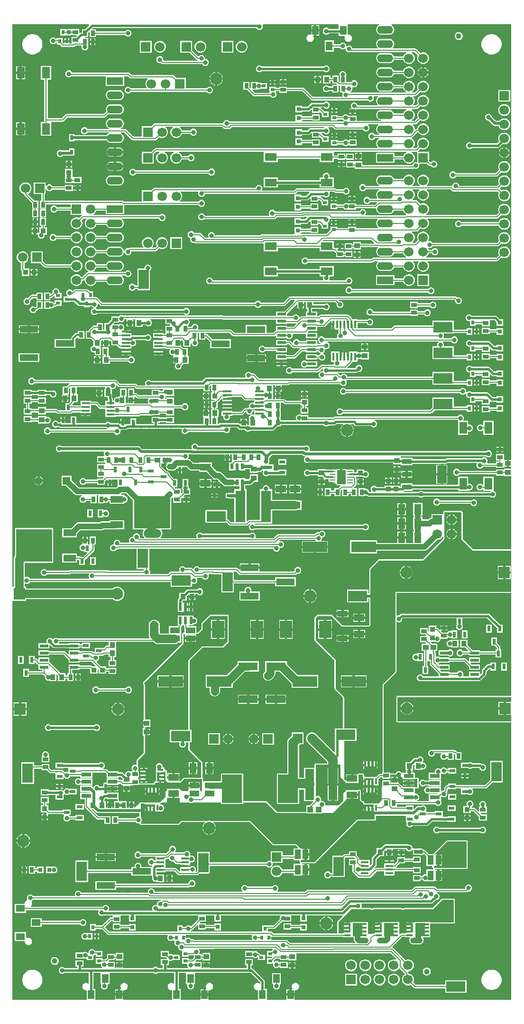
<source format=gtl>
G04*
G04 #@! TF.GenerationSoftware,Altium Limited,Altium Designer,21.2.1 (34)*
G04*
G04 Layer_Physical_Order=1*
G04 Layer_Color=255*
%FSLAX25Y25*%
%MOIN*%
G70*
G04*
G04 #@! TF.SameCoordinates,E3247584-B976-4F33-B0A2-C8B4A793FEE3*
G04*
G04*
G04 #@! TF.FilePolarity,Positive*
G04*
G01*
G75*
%ADD10C,0.01181*%
%ADD12C,0.00787*%
%ADD18R,0.04724X0.06299*%
%ADD19R,0.08268X0.05512*%
%ADD20R,0.02362X0.04331*%
%ADD21R,0.02205X0.05236*%
%ADD22R,0.04134X0.02362*%
%ADD23R,0.02362X0.04134*%
%ADD24R,0.03937X0.02362*%
%ADD25R,0.03150X0.02362*%
%ADD26R,0.06890X0.12598*%
%ADD27R,0.06890X0.03740*%
%ADD28R,0.05906X0.01772*%
%ADD29R,0.01772X0.05709*%
%ADD30R,0.05709X0.01772*%
%ADD31R,0.05512X0.01772*%
%ADD32R,0.04134X0.00984*%
%ADD33R,0.07008X0.02835*%
%ADD34R,0.06102X0.02362*%
%ADD35R,0.06299X0.02362*%
%ADD36R,0.07598X0.03937*%
%ADD37R,0.03347X0.01968*%
%ADD38R,0.06890X0.04331*%
%ADD39R,0.13583X0.05709*%
%ADD40R,0.02835X0.03898*%
%ADD41R,0.03937X0.03937*%
%ADD42R,0.12992X0.04685*%
%ADD43R,0.03150X0.03150*%
%ADD44R,0.01575X0.04331*%
%ADD45R,0.06496X0.22047*%
%ADD46R,0.07087X0.22441*%
%ADD47R,0.13976X0.20079*%
%ADD48R,0.08661X0.12402*%
%ADD49R,0.13583X0.07284*%
%ADD50R,0.05118X0.07480*%
%ADD51R,0.03937X0.03740*%
%ADD52R,0.03740X0.03543*%
%ADD53R,0.03740X0.03740*%
%ADD54R,0.17323X0.07480*%
%ADD55R,0.03740X0.03740*%
%ADD56R,0.03740X0.03937*%
%ADD57R,0.07480X0.05118*%
%ADD58R,0.03543X0.03740*%
%ADD59R,0.02362X0.03150*%
%ADD60R,0.02362X0.03937*%
%ADD61R,0.03150X0.03150*%
%ADD62R,0.04331X0.01575*%
%ADD63R,0.04331X0.06890*%
%ADD64R,0.03898X0.02835*%
%ADD65R,0.05512X0.08268*%
%ADD66R,0.06299X0.04724*%
%ADD67R,0.07284X0.13583*%
%ADD68R,0.01968X0.03347*%
%ADD69R,0.08661X0.04724*%
%ADD70R,0.25197X0.22835*%
%ADD72R,0.05906X0.10236*%
%ADD74C,0.08661*%
%ADD75R,0.08268X0.08268*%
%ADD76C,0.08268*%
%ADD77C,0.06693*%
%ADD78R,0.06693X0.06693*%
%ADD79R,0.06693X0.06693*%
%ADD80R,0.05512X0.05512*%
%ADD81C,0.05512*%
%ADD82R,0.11201X0.05598*%
%ADD83O,0.11201X0.05598*%
%ADD84C,0.03937*%
%ADD85C,0.01575*%
%ADD86C,0.03937*%
%ADD87C,0.05906*%
%ADD88C,0.01968*%
%ADD89C,0.02362*%
%ADD90C,0.05512*%
%ADD91C,0.04331*%
%ADD92C,0.06693*%
%ADD93C,0.03150*%
G36*
X352524Y381346D02*
X352024Y380913D01*
X350788D01*
Y378650D01*
Y376386D01*
X352362D01*
X352524Y375953D01*
Y375008D01*
X347244D01*
Y374985D01*
X347236Y374488D01*
X341764D01*
Y373488D01*
X316148D01*
X316003Y373838D01*
X315338Y374503D01*
X314470Y374862D01*
X313530D01*
X312662Y374503D01*
X311997Y373838D01*
X311638Y372970D01*
Y372030D01*
X311997Y371162D01*
X312662Y370497D01*
X313530Y370138D01*
X314470D01*
X315338Y370497D01*
X315920Y371079D01*
X341764D01*
Y370079D01*
X347236D01*
X347244Y369693D01*
X352524D01*
X352524Y318303D01*
X325833D01*
X318303Y325833D01*
Y344000D01*
X318303Y344000D01*
X318242Y344307D01*
X318068Y344568D01*
X318068Y344568D01*
X317568Y345068D01*
X317307Y345242D01*
X317000Y345303D01*
X305500D01*
X305193Y345242D01*
X304932Y345068D01*
X304758Y344807D01*
X304697Y344500D01*
Y343631D01*
X304634Y343158D01*
X304197Y343158D01*
X296366D01*
Y340425D01*
X296343D01*
X295623Y340331D01*
X294953Y340053D01*
X294377Y339611D01*
X294022Y339256D01*
X290055D01*
Y341004D01*
X289488D01*
Y341949D01*
X290055D01*
Y351004D01*
X283362D01*
Y341949D01*
X283929D01*
Y341004D01*
X283362D01*
Y331949D01*
X283929D01*
Y331028D01*
X283362D01*
Y322780D01*
X278244D01*
Y325712D01*
X275291D01*
X272339D01*
Y322780D01*
X258075D01*
Y324528D01*
X239177D01*
Y315472D01*
X258075D01*
Y317220D01*
X291476D01*
X292196Y317315D01*
X292866Y317593D01*
X293442Y318034D01*
X300297Y324890D01*
X301044D01*
X302096Y325171D01*
X303038Y325716D01*
X303808Y326485D01*
X304197Y327160D01*
X304697Y327026D01*
Y325833D01*
X290167Y311303D01*
X259500D01*
X259193Y311242D01*
X258932Y311068D01*
X252932Y305068D01*
X252758Y304807D01*
X252697Y304500D01*
Y287306D01*
X252079D01*
Y289929D01*
X236921D01*
Y281071D01*
X252079D01*
Y283694D01*
X252697D01*
Y265333D01*
X252168Y264803D01*
X233833D01*
X226568Y272068D01*
X226307Y272242D01*
X226000Y272303D01*
X216500Y272303D01*
X216193Y272242D01*
X215932Y272068D01*
X214432Y270567D01*
X214258Y270307D01*
X214197Y270000D01*
X214197Y254500D01*
X214258Y254193D01*
X214432Y253932D01*
X228038Y240326D01*
X228039Y240326D01*
X228039Y240326D01*
X228197Y240167D01*
X228197Y220500D01*
X228258Y220193D01*
X228324Y220095D01*
X228432Y219932D01*
X228432Y219932D01*
X234197Y214168D01*
Y192429D01*
X228421D01*
Y185301D01*
X228391Y185146D01*
X228391Y185146D01*
Y175959D01*
X227928Y175768D01*
X215248Y188448D01*
X215031Y188615D01*
X214838Y188808D01*
X214602Y188944D01*
X214385Y189111D01*
X214132Y189216D01*
X213896Y189352D01*
X213632Y189423D01*
X213379Y189527D01*
X213108Y189563D01*
X212844Y189634D01*
X212571D01*
X212300Y189670D01*
X212029Y189634D01*
X211756D01*
X211492Y189563D01*
X211221Y189527D01*
X210968Y189423D01*
X210704Y189352D01*
X210468Y189216D01*
X210215Y189111D01*
X209998Y188944D01*
X209762Y188808D01*
X209569Y188615D01*
X209352Y188448D01*
X209185Y188231D01*
X208992Y188038D01*
X208856Y187802D01*
X208689Y187585D01*
X208584Y187332D01*
X208448Y187096D01*
X208377Y186832D01*
X208273Y186579D01*
X208237Y186308D01*
X208166Y186044D01*
Y185771D01*
X208131Y185500D01*
X208166Y185229D01*
Y184956D01*
X208237Y184692D01*
X208273Y184421D01*
X208377Y184168D01*
X208448Y183904D01*
X208584Y183668D01*
X208689Y183415D01*
X208856Y183198D01*
X208992Y182962D01*
X209185Y182769D01*
X209352Y182552D01*
X223000Y168904D01*
Y167803D01*
X215000D01*
X214693Y167742D01*
X214432Y167568D01*
X214258Y167307D01*
X214197Y167000D01*
Y164811D01*
X206795D01*
Y157811D01*
X203311D01*
Y180615D01*
X204063Y181366D01*
X206434D01*
Y185229D01*
X206469Y185500D01*
X206434Y185771D01*
Y189634D01*
X202571D01*
X202300Y189670D01*
X202029Y189634D01*
X198166D01*
Y187263D01*
X196193Y185290D01*
X195531Y184426D01*
X195114Y183421D01*
X194972Y182342D01*
X194972Y182342D01*
Y160827D01*
X187724D01*
Y139173D01*
X203276D01*
Y149472D01*
X206795D01*
Y141189D01*
X212833D01*
X213024Y140727D01*
X210553Y138256D01*
X208339D01*
Y133803D01*
X187832D01*
X180568Y141068D01*
X180307Y141242D01*
X180000Y141303D01*
X163905D01*
Y160827D01*
X148354D01*
Y155234D01*
X140413D01*
X140220Y155209D01*
X136181D01*
X135803Y155503D01*
Y157000D01*
X135742Y157307D01*
X135568Y157568D01*
X135307Y157742D01*
X135291Y157745D01*
X135303Y157803D01*
Y168500D01*
X135242Y168807D01*
X135068Y169068D01*
X126303Y177832D01*
Y182571D01*
X127579D01*
Y191429D01*
X126303D01*
Y240167D01*
X135333Y249197D01*
X149500D01*
X149500Y249197D01*
X149807Y249258D01*
X150068Y249432D01*
X150068Y249432D01*
X153568Y252932D01*
X153742Y253193D01*
X153803Y253500D01*
Y271500D01*
X153742Y271807D01*
X153568Y272068D01*
X153307Y272242D01*
X153000Y272303D01*
X141000D01*
X140693Y272242D01*
X140432Y272068D01*
X140432Y272068D01*
X134932Y266568D01*
X134758Y266307D01*
X134697Y266000D01*
Y262333D01*
X132167Y259803D01*
X131146D01*
Y264209D01*
X125568D01*
X125550Y264227D01*
X125501Y264370D01*
X125859Y264870D01*
X129130D01*
Y265638D01*
X129970D01*
X130838Y265997D01*
X131503Y266662D01*
X131862Y267530D01*
Y268470D01*
X131503Y269338D01*
X130838Y270003D01*
X129970Y270362D01*
X129130D01*
Y271681D01*
X117870D01*
Y264870D01*
X117870Y264870D01*
X117870D01*
X117946Y264370D01*
X117933Y264307D01*
X117444Y264209D01*
X111854D01*
Y259123D01*
X105712D01*
X105272Y259563D01*
Y261313D01*
X105362Y261530D01*
Y262470D01*
X105272Y262687D01*
Y264813D01*
X105362Y265030D01*
Y265970D01*
X105003Y266838D01*
X104338Y267503D01*
X104273Y267529D01*
X104167Y267668D01*
X103386Y268267D01*
X102476Y268644D01*
X101500Y268772D01*
X100524Y268644D01*
X99614Y268267D01*
X98832Y267668D01*
X98726Y267529D01*
X98662Y267503D01*
X97997Y266838D01*
X97638Y265970D01*
Y265030D01*
X97728Y264813D01*
Y262687D01*
X97638Y262470D01*
Y261530D01*
X97728Y261313D01*
Y259187D01*
X97638Y258970D01*
Y258030D01*
X97764Y257726D01*
X97856Y257024D01*
X98195Y256204D01*
X97989Y255704D01*
X33794D01*
X33607Y255667D01*
X32775Y256012D01*
X31835D01*
X30967Y255652D01*
X30572Y255257D01*
X30171Y255080D01*
X29918Y255257D01*
X29454Y255721D01*
X28586Y256081D01*
X27646D01*
X26778Y255721D01*
X26114Y255057D01*
X25754Y254189D01*
Y253249D01*
X25905Y252884D01*
X25627Y252468D01*
X20031D01*
Y248531D01*
X27709D01*
Y250814D01*
X28209Y251021D01*
X29865Y249365D01*
X30386Y249016D01*
X31000Y248894D01*
X31000Y248894D01*
X41291D01*
Y248531D01*
X48968D01*
Y249296D01*
X50618D01*
Y248772D01*
X56327D01*
Y252709D01*
X50618D01*
Y251704D01*
X48968D01*
Y252468D01*
X41291D01*
Y252106D01*
X34755D01*
X34429Y252606D01*
X34667Y253180D01*
Y253296D01*
X69342D01*
Y250641D01*
X68187D01*
X67726Y250550D01*
X67335Y250289D01*
X67335Y250289D01*
X66039Y248992D01*
X63315D01*
X63199Y248969D01*
X59673D01*
Y245842D01*
X58991D01*
X58359Y246474D01*
X57969Y246735D01*
X57508Y246826D01*
X57508Y246826D01*
X50916D01*
X50455Y246735D01*
X50410Y246704D01*
X48968D01*
Y247468D01*
X41291D01*
Y244825D01*
X40829Y244633D01*
X39111Y246352D01*
X38721Y246613D01*
X38260Y246704D01*
X38260Y246704D01*
X27709D01*
Y247468D01*
X20031D01*
Y243531D01*
X27709D01*
Y244296D01*
X37761D01*
X41291Y240765D01*
Y238531D01*
X48968D01*
Y239296D01*
X57407D01*
X60083Y236619D01*
X59892Y236157D01*
X58046D01*
X57852Y236351D01*
X57461Y236613D01*
X57000Y236704D01*
X57000Y236704D01*
X48968D01*
Y237468D01*
X41291D01*
Y233531D01*
X41363D01*
Y231236D01*
X40362D01*
Y229704D01*
X39158D01*
Y231256D01*
X35546D01*
X32341Y234461D01*
X32330Y234516D01*
X32069Y234907D01*
X32069Y234907D01*
X27986Y238989D01*
X27709Y239175D01*
Y242468D01*
X20031D01*
Y240792D01*
X19570Y240601D01*
X18791Y241379D01*
X18401Y241640D01*
X17940Y241732D01*
X17940Y241732D01*
X17209D01*
Y243284D01*
X13272D01*
Y237772D01*
X17209D01*
Y238849D01*
X17709Y239056D01*
X19478Y237286D01*
X19869Y237025D01*
X20031Y236993D01*
Y233531D01*
X22666D01*
Y232677D01*
X13468D01*
Y234228D01*
X9532D01*
Y228716D01*
X13468D01*
Y230268D01*
X23529D01*
X24693Y229104D01*
X24638Y228970D01*
Y228030D01*
X24997Y227162D01*
X25662Y226497D01*
X26530Y226138D01*
X27470D01*
X27543Y226089D01*
Y225744D01*
X32858D01*
Y229884D01*
X33320Y230075D01*
X33843Y229553D01*
Y225744D01*
X39158D01*
Y227296D01*
X40362D01*
Y225764D01*
X44772D01*
Y231236D01*
X43771D01*
Y233531D01*
X48968D01*
Y234296D01*
X56343D01*
Y230842D01*
X61658D01*
Y233888D01*
X62157Y234155D01*
X62248Y234095D01*
Y230842D01*
X67563D01*
Y232296D01*
X69264D01*
Y230579D01*
X74736D01*
Y234988D01*
X69264D01*
Y234704D01*
X67563D01*
Y236157D01*
X63951D01*
X61051Y239058D01*
X61177Y239638D01*
X61759Y239879D01*
X62423Y240544D01*
X62783Y241412D01*
Y242352D01*
X62542Y242934D01*
X62863Y243434D01*
X65084D01*
X65084Y243434D01*
X65544Y243525D01*
X65935Y243786D01*
X66445Y244296D01*
X69342D01*
Y242744D01*
X70796D01*
Y240421D01*
X69264D01*
Y236012D01*
X74736D01*
Y240421D01*
X73204D01*
Y242744D01*
X74657D01*
Y248256D01*
Y253296D01*
X100869D01*
X101482Y252683D01*
X102263Y252083D01*
X103173Y251707D01*
X104150Y251578D01*
X115594D01*
X116571Y251707D01*
X117481Y252083D01*
X118262Y252683D01*
X118345Y252791D01*
X120319D01*
Y258303D01*
Y262911D01*
X120342Y263028D01*
X120342Y263028D01*
Y263808D01*
X120611Y264078D01*
X120612Y264078D01*
X120872Y264469D01*
X120952Y264870D01*
X121874D01*
X122296Y264669D01*
X122387Y264209D01*
X122648Y263818D01*
X122658Y263808D01*
Y263028D01*
X122658Y263028D01*
X122681Y262911D01*
Y259803D01*
X122000D01*
X121693Y259742D01*
X121432Y259568D01*
X121258Y259307D01*
X121197Y259000D01*
X121197Y252332D01*
X95012Y226148D01*
X94662Y226003D01*
X93997Y225338D01*
X93638Y224470D01*
Y223530D01*
X93997Y222662D01*
X94197Y222462D01*
Y198807D01*
X93766Y198413D01*
X93638D01*
Y196937D01*
X96000D01*
Y195362D01*
X93638D01*
Y193886D01*
X93766D01*
X94197Y193492D01*
Y192508D01*
X93244D01*
Y187193D01*
X94197D01*
Y175332D01*
X89432Y170568D01*
X89258Y170307D01*
X89197Y170000D01*
Y167011D01*
X88781Y166733D01*
X88470Y166862D01*
X87530D01*
X86662Y166503D01*
X85997Y165838D01*
X85638Y164970D01*
Y164030D01*
X85997Y163162D01*
X86238Y162921D01*
X86031Y162421D01*
X85240D01*
Y162254D01*
X84740Y162043D01*
X83970Y162362D01*
X83030D01*
X82162Y162003D01*
X81497Y161338D01*
X81138Y160470D01*
Y160314D01*
X80676Y160122D01*
X79663Y161135D01*
X79142Y161483D01*
X78527Y161606D01*
X78527Y161606D01*
X76480D01*
Y162205D01*
X69601D01*
X68355Y163450D01*
X67965Y163711D01*
X67504Y163803D01*
X67504Y163803D01*
X65797D01*
X65700Y163996D01*
X65643Y164303D01*
X66243Y164902D01*
X66602Y165770D01*
Y166710D01*
X66243Y167578D01*
X65578Y168243D01*
X64710Y168602D01*
X63770D01*
X62902Y168243D01*
X62505Y167846D01*
X37799D01*
Y168209D01*
X32091D01*
Y164272D01*
X37799D01*
Y164635D01*
X40714D01*
X41146Y164469D01*
X41146Y164135D01*
Y162032D01*
X40730Y161755D01*
X40470Y161862D01*
X39530D01*
X38776Y161550D01*
X37345Y162981D01*
X36954Y163242D01*
X36494Y163334D01*
X36493Y163334D01*
X29184D01*
X27736Y164782D01*
Y167488D01*
X22264D01*
Y166488D01*
X16929D01*
Y168579D01*
X8071D01*
Y153421D01*
X16929D01*
Y164079D01*
X22264D01*
Y163079D01*
X26033D01*
X27834Y161278D01*
X28224Y161017D01*
X28685Y160926D01*
X31672D01*
X32091Y160729D01*
Y156791D01*
X37799D01*
Y157653D01*
X38299Y157860D01*
X38662Y157497D01*
X39530Y157138D01*
X40470D01*
X41338Y157497D01*
X42003Y158162D01*
X42265Y158796D01*
X49472D01*
Y157795D01*
X58055D01*
Y161394D01*
X67005D01*
X67898Y160502D01*
Y157795D01*
X76480D01*
Y158394D01*
X77862D01*
X79220Y157036D01*
Y156284D01*
X78720Y156017D01*
X78578Y156113D01*
X78117Y156204D01*
X78117Y156204D01*
X76480D01*
Y157205D01*
X67898D01*
Y154303D01*
X66500D01*
X66193Y154242D01*
X65932Y154068D01*
X65758Y153807D01*
X65697Y153500D01*
Y151606D01*
X63141D01*
X63093Y151720D01*
X62429Y152385D01*
X61560Y152745D01*
X60621D01*
X59753Y152385D01*
X59088Y151720D01*
X58908Y151285D01*
X58390Y151130D01*
X58055Y151385D01*
Y152205D01*
X49472D01*
Y147795D01*
X54022D01*
X54197Y147760D01*
X56017D01*
X56054Y147705D01*
X55787Y147205D01*
X49472D01*
Y142795D01*
X52560D01*
Y137554D01*
X52560Y137554D01*
X52651Y137093D01*
X52912Y136703D01*
X60911Y128704D01*
X60911Y128704D01*
X61302Y128443D01*
X61763Y128351D01*
X66362D01*
Y125264D01*
X70772D01*
Y130736D01*
X67660D01*
X67543Y130759D01*
X67543Y130759D01*
X62261D01*
X57739Y135282D01*
X57930Y135744D01*
X58430D01*
X60691Y133483D01*
X61277Y133091D01*
X61968Y132953D01*
X91197D01*
Y130514D01*
X90970Y130362D01*
X90030D01*
X89162Y130003D01*
X88497Y129338D01*
X88442Y129204D01*
X76205D01*
Y130736D01*
X71795D01*
Y125264D01*
X76205D01*
Y126796D01*
X88442D01*
X88497Y126662D01*
X89162Y125997D01*
X90030Y125638D01*
X90970D01*
X91254Y125214D01*
X91258Y125193D01*
X91432Y124932D01*
X91693Y124758D01*
X92000Y124697D01*
X118500D01*
X118500Y124697D01*
X118807Y124758D01*
X119068Y124932D01*
X119068Y124932D01*
X120833Y126697D01*
X136898D01*
X137016Y126197D01*
X136220Y125401D01*
X135598Y124324D01*
X135320Y123287D01*
X140000D01*
X144680D01*
X144402Y124324D01*
X143781Y125401D01*
X142984Y126197D01*
X143102Y126697D01*
X168667D01*
X184932Y110432D01*
X185193Y110258D01*
X185500Y110197D01*
X201167D01*
X202757Y108608D01*
X202566Y108146D01*
X199291D01*
Y103204D01*
X191634D01*
Y106134D01*
X183366D01*
Y99621D01*
X182953Y99345D01*
X182013D01*
X181145Y98986D01*
X180481Y98321D01*
X180425Y98187D01*
X140429D01*
Y105579D01*
X131571D01*
Y92124D01*
X131185Y91738D01*
X130679Y91771D01*
X130401Y92204D01*
X130642Y92786D01*
Y93726D01*
X130282Y94594D01*
X129618Y95258D01*
X128749Y95618D01*
X127810D01*
X126941Y95258D01*
X126811Y95128D01*
X126311Y95335D01*
Y96606D01*
X126705D01*
Y98103D01*
X127120Y98381D01*
X127253Y98326D01*
X128193D01*
X129061Y98686D01*
X129726Y99350D01*
X130085Y100218D01*
Y101158D01*
X129726Y102026D01*
X129061Y102691D01*
X128193Y103050D01*
X127253D01*
X127151Y103008D01*
X126769Y103391D01*
X126862Y103617D01*
Y104556D01*
X126503Y105425D01*
X125838Y106089D01*
X124970Y106449D01*
X124030D01*
X123162Y106089D01*
X122497Y105425D01*
X122442Y105291D01*
X116083D01*
X115876Y105791D01*
X116247Y106162D01*
X116606Y107030D01*
Y107970D01*
X116247Y108838D01*
X115582Y109503D01*
X114714Y109862D01*
X113774D01*
X112906Y109503D01*
X112241Y108838D01*
X111882Y107970D01*
Y107030D01*
X111937Y106896D01*
X109745Y104704D01*
X92058D01*
X92003Y104838D01*
X91338Y105503D01*
X90470Y105862D01*
X89530D01*
X88662Y105503D01*
X87997Y104838D01*
X87638Y103970D01*
Y103030D01*
X87997Y102162D01*
X88662Y101497D01*
X89530Y101138D01*
X90470D01*
X91338Y101497D01*
X92003Y102162D01*
X92058Y102296D01*
X102295D01*
Y99594D01*
X101604D01*
X101503Y99838D01*
X100838Y100503D01*
X99970Y100862D01*
X99030D01*
X98162Y100503D01*
X97497Y99838D01*
X97138Y98970D01*
Y98030D01*
X97497Y97162D01*
X98162Y96497D01*
X99030Y96138D01*
X99970D01*
X100004Y96152D01*
X100089Y96078D01*
X100306Y95736D01*
X100159Y95515D01*
X100010Y95308D01*
X99623Y95143D01*
X99550Y95130D01*
X99478D01*
X92433D01*
Y96041D01*
X92074Y96909D01*
X91409Y97574D01*
X90541Y97933D01*
X89601D01*
X88733Y97574D01*
X88068Y96909D01*
X87709Y96041D01*
Y95130D01*
X85315D01*
Y93204D01*
X54929D01*
Y99579D01*
X46071D01*
Y84421D01*
X54929D01*
Y90796D01*
X85315D01*
Y88870D01*
X99747Y88870D01*
X99902Y88418D01*
X99909Y88382D01*
X100024Y87804D01*
X100180Y87571D01*
X100138Y87470D01*
Y86530D01*
X100497Y85662D01*
X101162Y84997D01*
X102030Y84638D01*
X102970D01*
X103193Y84489D01*
Y84244D01*
X108508D01*
Y89756D01*
X103193D01*
X103113Y90223D01*
Y91488D01*
X109382D01*
Y91957D01*
X115771D01*
X118080Y89648D01*
X118471Y89387D01*
X118931Y89296D01*
X118931Y89296D01*
X131649D01*
X131650Y89296D01*
X132110Y89387D01*
X132501Y89648D01*
X133274Y90421D01*
X140429D01*
Y95779D01*
X180425D01*
X180481Y95645D01*
X181145Y94981D01*
X182013Y94621D01*
X182953D01*
X183821Y94981D01*
X184486Y95645D01*
X184845Y96513D01*
Y97453D01*
X185121Y97866D01*
X191634D01*
Y100796D01*
X199291D01*
Y99681D01*
X203697D01*
Y98500D01*
X203758Y98193D01*
X203932Y97932D01*
X204102Y97819D01*
X204041Y97376D01*
X204019Y97319D01*
X199291D01*
Y93204D01*
X191457D01*
X191352Y93596D01*
X190808Y94538D01*
X190038Y95308D01*
X189096Y95852D01*
X188044Y96134D01*
X186956D01*
X185904Y95852D01*
X184962Y95308D01*
X184192Y94538D01*
X183648Y93596D01*
X183366Y92544D01*
Y91456D01*
X183648Y90404D01*
X184192Y89462D01*
X184962Y88692D01*
X185904Y88148D01*
X186956Y87866D01*
X188044D01*
X189096Y88148D01*
X190038Y88692D01*
X190808Y89462D01*
X191352Y90404D01*
X191457Y90796D01*
X199291D01*
Y88854D01*
X205197D01*
Y89248D01*
X206969D01*
Y93087D01*
Y96925D01*
X205550D01*
X205387Y97089D01*
X205331Y97263D01*
X205655Y97697D01*
X214000D01*
X214000Y97697D01*
X214307Y97758D01*
X214568Y97932D01*
X214568Y97932D01*
X244333Y127697D01*
X256500D01*
X256807Y127758D01*
X257068Y127932D01*
X257242Y128193D01*
X257303Y128500D01*
Y131048D01*
X277849D01*
X278217Y130728D01*
Y126791D01*
X278577D01*
X278884Y126291D01*
X278634Y125686D01*
Y124747D01*
X278994Y123878D01*
X279658Y123214D01*
X280526Y122854D01*
X281466D01*
X282334Y123214D01*
X282999Y123878D01*
X283005Y123894D01*
X292992D01*
X292992Y123894D01*
X293606Y124017D01*
X294127Y124365D01*
X296917Y127154D01*
X307673D01*
Y126791D01*
X313382D01*
Y130728D01*
X307673D01*
Y130366D01*
X304758D01*
X304327Y130531D01*
Y134468D01*
X298618D01*
Y133704D01*
X292783D01*
Y134468D01*
X292783D01*
X292612Y134968D01*
X292862Y135573D01*
Y136513D01*
X292503Y137381D01*
X291838Y138046D01*
X290970Y138406D01*
X290030D01*
X289162Y138046D01*
X288966Y137850D01*
X287043D01*
X286352Y137712D01*
X285766Y137321D01*
X284190Y135745D01*
X283728Y135936D01*
Y138209D01*
X278217D01*
Y137444D01*
X271921D01*
Y139016D01*
X299067D01*
X299122Y138882D01*
X299787Y138218D01*
X300655Y137858D01*
X301595D01*
X302463Y138218D01*
X303128Y138882D01*
X303487Y139751D01*
Y140690D01*
X303128Y141559D01*
X303106Y141580D01*
X303004Y141795D01*
Y144305D01*
X303497Y144519D01*
X303560Y144456D01*
X304428Y144097D01*
X305367D01*
X306236Y144456D01*
X306900Y145121D01*
X307260Y145989D01*
Y146929D01*
X307017Y147514D01*
X307324Y147821D01*
X307324Y147821D01*
X307585Y148212D01*
X307677Y148673D01*
Y149507D01*
X308067Y149772D01*
X313776D01*
Y150296D01*
X316758D01*
X317122Y149969D01*
Y146031D01*
X322128D01*
X322162Y145997D01*
X323030Y145638D01*
X323970D01*
X324838Y145997D01*
X325503Y146662D01*
X325862Y147530D01*
Y148470D01*
X325503Y149338D01*
X325045Y149796D01*
X325252Y150296D01*
X334500D01*
X334500Y150296D01*
X334961Y150387D01*
X335351Y150648D01*
X339124Y154421D01*
X346429D01*
Y169579D01*
X337571D01*
Y156274D01*
X334001Y152704D01*
X313776D01*
Y153709D01*
X308067D01*
Y152809D01*
X307673D01*
X307212Y152718D01*
X306822Y152457D01*
X306822Y152457D01*
X305621Y151256D01*
X305360Y150865D01*
X305268Y150404D01*
X305268Y150404D01*
Y149172D01*
X304918Y148821D01*
X304428D01*
X303560Y148461D01*
X303466Y148368D01*
X303004Y148559D01*
Y151205D01*
X294421D01*
Y151205D01*
X294414Y151200D01*
X294023Y151362D01*
X293083D01*
X292215Y151003D01*
X291550Y150338D01*
X291191Y149470D01*
Y148530D01*
X291550Y147662D01*
X292215Y146997D01*
X293083Y146638D01*
X294023D01*
X294414Y146800D01*
X294421Y146795D01*
Y146795D01*
X300735D01*
X301002Y146295D01*
X300941Y146205D01*
X294421D01*
Y141795D01*
X294109Y141425D01*
X286382D01*
X286282Y141925D01*
X286838Y142155D01*
X287503Y142819D01*
X287862Y143687D01*
Y144627D01*
X287503Y145495D01*
X286838Y146160D01*
X285970Y146520D01*
X285030D01*
X284951Y146487D01*
X284579Y146874D01*
Y150197D01*
X286500D01*
X286807Y150258D01*
X287068Y150432D01*
X287242Y150692D01*
X287303Y151000D01*
X287303Y157000D01*
X287242Y157307D01*
X287068Y157568D01*
X286807Y157742D01*
X286500Y157803D01*
X284579Y157803D01*
Y161205D01*
X283280D01*
X283063Y161530D01*
Y162470D01*
X282914Y162828D01*
X283192Y163244D01*
X283358D01*
Y166485D01*
X283881Y167008D01*
X284343Y166816D01*
Y163244D01*
X289657D01*
Y163389D01*
X290030Y163638D01*
X290970D01*
X291838Y163997D01*
X292503Y164662D01*
X292862Y165530D01*
Y166470D01*
X292503Y167338D01*
X291838Y168003D01*
X290970Y168362D01*
X290335D01*
X290128Y168862D01*
X290258Y168993D01*
X290618Y169861D01*
Y170801D01*
X290258Y171669D01*
X289594Y172333D01*
X288726Y172693D01*
X287786D01*
X286918Y172333D01*
X286253Y171669D01*
X286239Y171635D01*
X284632D01*
X284017Y171513D01*
X283496Y171165D01*
X281087Y168756D01*
X278043D01*
Y163244D01*
X278209D01*
X278487Y162828D01*
X278339Y162470D01*
Y161530D01*
X278121Y161205D01*
X275996D01*
X275996Y161205D01*
Y161205D01*
X275527Y161279D01*
X275503Y161338D01*
X274838Y162003D01*
X273970Y162362D01*
X273030D01*
X272162Y162003D01*
X271497Y161338D01*
X271276Y160803D01*
X267236Y160803D01*
Y161421D01*
X262803D01*
X262803Y223168D01*
X271568Y231932D01*
X271742Y232193D01*
X271803Y232500D01*
X271803Y267203D01*
X272303Y267439D01*
X273030Y267138D01*
X273970D01*
X274838Y267497D01*
X275503Y268162D01*
X275862Y269030D01*
Y269591D01*
X276165Y269894D01*
X314032D01*
Y265372D01*
X313997Y265338D01*
X313638Y264470D01*
Y263530D01*
X313997Y262662D01*
X314662Y261997D01*
X315530Y261638D01*
X316470D01*
X317338Y261997D01*
X318003Y262662D01*
X318362Y263530D01*
Y264470D01*
X318003Y265338D01*
X317969Y265372D01*
Y269894D01*
X335489D01*
X342272Y263111D01*
Y259673D01*
X346209D01*
Y265382D01*
X344542D01*
X337289Y272635D01*
X336768Y272983D01*
X336154Y273106D01*
X336154Y273106D01*
X275500D01*
X275500Y273106D01*
X274886Y272983D01*
X274365Y272635D01*
X274365Y272635D01*
X273591Y271862D01*
X273030D01*
X272303Y271561D01*
X271803Y271797D01*
X271803Y287697D01*
X352524Y287697D01*
Y215803D01*
X352524Y215303D01*
X272500D01*
X272193Y215242D01*
X271932Y215068D01*
X271758Y214807D01*
X271697Y214500D01*
Y197500D01*
X271758Y197193D01*
X271932Y196932D01*
X272193Y196758D01*
X272500Y196697D01*
X352524D01*
X352524Y196197D01*
X352524Y1806D01*
X200415D01*
X199972Y1945D01*
X199972Y2306D01*
Y4701D01*
X194461D01*
Y2306D01*
X194461Y1945D01*
X194018Y1806D01*
X180681D01*
Y9425D01*
X179137D01*
Y14657D01*
X179137Y14657D01*
X179015Y15272D01*
X178667Y15793D01*
X170980Y23480D01*
X170459Y23828D01*
X169844Y23950D01*
X169606Y24346D01*
Y26079D01*
X170736D01*
Y30488D01*
X165264D01*
Y26079D01*
X166394D01*
Y23950D01*
X140362D01*
Y25063D01*
X138000D01*
X135638D01*
Y24040D01*
X135192Y23971D01*
X134736Y24260D01*
Y28488D01*
X130597D01*
X130405Y28950D01*
X130967Y29512D01*
X134736D01*
Y30512D01*
X135244D01*
Y29492D01*
X140756D01*
Y34807D01*
X135244D01*
Y32921D01*
X134736D01*
Y33921D01*
X133415D01*
X133110Y34421D01*
X133362Y35030D01*
Y35970D01*
X133003Y36838D01*
X132838Y37003D01*
X133029Y37465D01*
X143351D01*
X143351Y37465D01*
X143669Y37528D01*
X184481D01*
X184688Y37028D01*
X184406Y36746D01*
X184117Y36051D01*
X183937D01*
X183821Y36028D01*
X180787D01*
Y32091D01*
X184337D01*
X184528Y31629D01*
X183809Y30909D01*
X180787D01*
Y26972D01*
X185136D01*
X185138Y26970D01*
Y26030D01*
X185497Y25162D01*
X186162Y24497D01*
X187030Y24138D01*
X187970D01*
X188838Y24497D01*
X189264Y24923D01*
X189764Y24716D01*
Y24079D01*
X195236D01*
Y28488D01*
X189764D01*
Y28284D01*
X189264Y28077D01*
X188838Y28503D01*
X187970Y28862D01*
X187030D01*
X186162Y28503D01*
X185974Y28314D01*
X185512Y28506D01*
Y29206D01*
X186818Y30512D01*
X189764D01*
Y29512D01*
X195236D01*
Y30512D01*
X195744D01*
Y29492D01*
X201256D01*
Y34304D01*
X267577D01*
X271609Y30272D01*
X271322Y29852D01*
X270387Y30102D01*
X269298D01*
X268247Y29820D01*
X267304Y29276D01*
X266534Y28507D01*
X265990Y27564D01*
X265709Y26513D01*
Y25424D01*
X265990Y24373D01*
X266534Y23430D01*
X267304Y22660D01*
X268247Y22116D01*
X269298Y21835D01*
X270387D01*
X271438Y22116D01*
X272381Y22660D01*
X273150Y23430D01*
X273357Y23787D01*
X273852Y23853D01*
X277708Y19997D01*
Y19509D01*
X277304Y19276D01*
X276535Y18507D01*
X275990Y17564D01*
X275709Y16513D01*
Y15424D01*
X275990Y14373D01*
X276535Y13430D01*
X277304Y12661D01*
X278247Y12116D01*
X279298Y11835D01*
X280387D01*
X281438Y12116D01*
X281789Y12319D01*
X283959Y10148D01*
X283959Y10148D01*
X284350Y9887D01*
X284811Y9796D01*
X284811Y9796D01*
X305921D01*
Y6571D01*
X321079D01*
Y15429D01*
X305921D01*
Y12204D01*
X285310D01*
X283492Y14022D01*
X283695Y14373D01*
X283976Y15424D01*
Y16513D01*
X283695Y17564D01*
X283150Y18507D01*
X282381Y19276D01*
X281438Y19821D01*
X280387Y20102D01*
X280116Y20496D01*
X280025Y20957D01*
X279772Y21335D01*
X279783Y21390D01*
X279983Y21835D01*
X280387D01*
X281438Y22116D01*
X282381Y22660D01*
X283150Y23430D01*
X283695Y24373D01*
X283976Y25424D01*
Y26513D01*
X283695Y27564D01*
X283150Y28507D01*
X282381Y29276D01*
X281438Y29820D01*
X280387Y30102D01*
X279298D01*
X278247Y29820D01*
X277896Y29618D01*
X269462Y38052D01*
X269071Y38313D01*
X268923Y38343D01*
X268759Y38885D01*
X275799Y45926D01*
X278181D01*
Y45555D01*
X280950D01*
X281054Y45446D01*
X281216Y45055D01*
X281204Y45034D01*
X281093Y44890D01*
X281023Y44722D01*
X280932Y44564D01*
X280885Y44388D01*
X280815Y44219D01*
X280791Y44039D01*
X280744Y43863D01*
Y43681D01*
X280720Y43500D01*
X280744Y43319D01*
Y43137D01*
X280791Y42961D01*
X280815Y42781D01*
X280885Y42612D01*
X280932Y42436D01*
X281023Y42278D01*
X281093Y42110D01*
X281204Y41966D01*
X281295Y41808D01*
X281424Y41679D01*
X281535Y41535D01*
X281679Y41424D01*
X281808Y41295D01*
X281966Y41204D01*
X282110Y41093D01*
X282278Y41023D01*
X282436Y40932D01*
X282612Y40885D01*
X282781Y40815D01*
X282961Y40791D01*
X283137Y40744D01*
X283319D01*
X283500Y40720D01*
X288000D01*
X288181Y40744D01*
X288363D01*
X288539Y40791D01*
X288719Y40815D01*
X288888Y40885D01*
X289064Y40932D01*
X289222Y41023D01*
X289390Y41093D01*
X289534Y41204D01*
X289692Y41295D01*
X289821Y41424D01*
X289966Y41535D01*
X290076Y41679D01*
X290205Y41808D01*
X290296Y41966D01*
X290407Y42110D01*
X290477Y42278D01*
X290568Y42436D01*
X290615Y42612D01*
X290685Y42781D01*
X290709Y42961D01*
X290756Y43137D01*
Y43319D01*
X290780Y43500D01*
X290756Y43681D01*
Y43863D01*
X290709Y44039D01*
X290685Y44219D01*
X290615Y44388D01*
X290568Y44564D01*
X290477Y44722D01*
X290407Y44890D01*
X290296Y45034D01*
X290293Y45040D01*
X290474Y45454D01*
X290561Y45540D01*
X291614D01*
X291691Y45555D01*
X295504D01*
Y48114D01*
Y50673D01*
Y55197D01*
X312000Y55197D01*
X312307Y55258D01*
X312568Y55432D01*
X312742Y55693D01*
X312803Y56000D01*
X312803Y72000D01*
X312742Y72307D01*
X312568Y72568D01*
X312307Y72742D01*
X312000Y72803D01*
X304000Y72803D01*
X304000Y72803D01*
X303693Y72742D01*
X303432Y72568D01*
X303432Y72568D01*
X297168Y66303D01*
X277841Y66303D01*
X277841Y66303D01*
X277534Y66242D01*
X277527Y66238D01*
X276810Y65941D01*
X276190D01*
X275473Y66238D01*
X275466Y66242D01*
X275159Y66303D01*
X255841Y66303D01*
X255841Y66303D01*
X255534Y66242D01*
X255527Y66238D01*
X254810Y65941D01*
X254190D01*
X253473Y66238D01*
X253467Y66242D01*
X253159Y66303D01*
X247397Y66303D01*
X247063Y66803D01*
X247217Y67175D01*
Y68115D01*
X246917Y68839D01*
X247155Y69339D01*
X296114D01*
X296114Y69339D01*
X296729Y69462D01*
X297250Y69810D01*
X299527Y72087D01*
X300089D01*
X300957Y72447D01*
X301621Y73111D01*
X301981Y73979D01*
Y74919D01*
X301621Y75787D01*
X300957Y76452D01*
X300089Y76811D01*
X300126Y77296D01*
X320803D01*
X320803Y77296D01*
X321264Y77387D01*
X321655Y77649D01*
X321896Y77890D01*
X322030Y77834D01*
X322970D01*
X323838Y78194D01*
X324503Y78859D01*
X324862Y79727D01*
Y80667D01*
X324503Y81535D01*
X323838Y82199D01*
X322970Y82559D01*
X322030D01*
X321162Y82199D01*
X320497Y81535D01*
X320138Y80667D01*
Y79727D01*
X320123Y79704D01*
X300499D01*
X299352Y80852D01*
X298961Y81113D01*
X298500Y81204D01*
X298500Y81204D01*
X285155D01*
X284694Y81113D01*
X284303Y80852D01*
X284303Y80852D01*
X282349Y78897D01*
X209234D01*
X209234Y78897D01*
X208773Y78806D01*
X208383Y78544D01*
X208383Y78544D01*
X207442Y77604D01*
X188098D01*
X188094Y77610D01*
X187945Y78104D01*
X188503Y78662D01*
X188862Y79530D01*
Y80470D01*
X188503Y81338D01*
X187838Y82003D01*
X186970Y82362D01*
X186030D01*
X185162Y82003D01*
X184497Y81338D01*
X184442Y81204D01*
X167058D01*
X167003Y81338D01*
X166338Y82003D01*
X165470Y82362D01*
X164530D01*
X163662Y82003D01*
X162997Y81338D01*
X162638Y80470D01*
Y79530D01*
X162997Y78662D01*
X163555Y78104D01*
X163406Y77610D01*
X163402Y77604D01*
X101713D01*
Y78119D01*
X101353Y78987D01*
X100688Y79651D01*
X99820Y80011D01*
X98880D01*
X98012Y79651D01*
X97348Y78987D01*
X96988Y78119D01*
Y77179D01*
X96834Y76948D01*
X50195D01*
X50003Y77412D01*
X49338Y78076D01*
X48470Y78436D01*
X47530D01*
X46662Y78076D01*
X45997Y77412D01*
X45638Y76544D01*
Y75604D01*
X45879Y75022D01*
X45558Y74522D01*
X16310D01*
X16255Y74656D01*
X15590Y75321D01*
X14722Y75680D01*
X13782D01*
X12914Y75321D01*
X12250Y74656D01*
X11890Y73788D01*
Y72848D01*
X12109Y72320D01*
X11993Y71793D01*
X11866Y71700D01*
X11405Y71434D01*
X10929Y70957D01*
X10592Y70374D01*
X10417Y69723D01*
Y69049D01*
X10374Y68992D01*
X3528D01*
Y62693D01*
X11401D01*
Y64638D01*
X62144D01*
X62415Y64138D01*
X62138Y63470D01*
Y62530D01*
X62497Y61662D01*
X63162Y60997D01*
X64030Y60638D01*
X64970D01*
X65838Y60997D01*
X65934Y61093D01*
X66009D01*
X66038Y61087D01*
X66038Y61087D01*
X71980D01*
X72264Y60705D01*
Y59704D01*
X71000D01*
X71000Y59704D01*
X70539Y59613D01*
X70148Y59351D01*
X70148Y59351D01*
X64651Y53854D01*
X60469D01*
Y55012D01*
X56532D01*
Y50287D01*
X60469D01*
Y51445D01*
X64651D01*
X68554Y47542D01*
X68945Y47281D01*
X69405Y47189D01*
X110695D01*
X110936Y46689D01*
X110638Y45970D01*
Y45030D01*
X110997Y44162D01*
X111662Y43497D01*
X112530Y43138D01*
X113470D01*
X114338Y43497D01*
X114532Y43691D01*
X115032Y43484D01*
Y43138D01*
X115581D01*
X115888Y42638D01*
X115638Y42033D01*
Y41093D01*
X115997Y40225D01*
X116662Y39560D01*
X117530Y39201D01*
X118441D01*
Y38329D01*
X118801Y37461D01*
X119465Y36796D01*
X120334Y36437D01*
X120717D01*
X120937Y36028D01*
Y32091D01*
X125661D01*
Y32855D01*
X128920D01*
X128920Y32855D01*
X129264Y32573D01*
Y31215D01*
X128194Y30145D01*
X125661D01*
Y30909D01*
X120937D01*
Y26972D01*
X124368D01*
X124646Y26557D01*
X124638Y26537D01*
Y25597D01*
X124997Y24729D01*
X125276Y24450D01*
X125069Y23950D01*
X116500D01*
X116500Y23950D01*
X116500Y23950D01*
X110480D01*
Y26079D01*
X111610D01*
Y28978D01*
X112110Y29312D01*
X112530Y29138D01*
X113470D01*
X114153Y29421D01*
X114638Y29531D01*
Y29531D01*
X114638Y29531D01*
X119362D01*
Y33468D01*
X114638D01*
X114638Y33468D01*
X114179Y33568D01*
X113470Y33862D01*
X112530D01*
X112110Y33688D01*
X111610Y34022D01*
Y35921D01*
X106138D01*
Y31512D01*
X109907D01*
X110431Y30988D01*
X110224Y30488D01*
X106138D01*
Y26079D01*
X107268D01*
Y23950D01*
X104391D01*
X103838Y24503D01*
X102970Y24862D01*
X102030D01*
X101162Y24503D01*
X100610Y23950D01*
X79362D01*
Y25063D01*
X77000D01*
X74638D01*
Y24040D01*
X74192Y23971D01*
X73736Y24260D01*
Y28488D01*
X69596D01*
X69405Y28950D01*
X69967Y29512D01*
X73736D01*
Y30512D01*
X74244D01*
Y29492D01*
X79756D01*
Y34807D01*
X74244D01*
Y32921D01*
X73736D01*
Y33921D01*
X68264D01*
Y31215D01*
X67194Y30145D01*
X65012D01*
Y30909D01*
X60287D01*
Y26972D01*
X63926D01*
X64138Y26655D01*
Y25715D01*
X64497Y24847D01*
X64894Y24450D01*
X64687Y23950D01*
X56500D01*
X56500Y23950D01*
X56500Y23950D01*
X50480D01*
Y25079D01*
X51610D01*
Y29488D01*
X46138D01*
Y25079D01*
X47268D01*
Y23950D01*
X38390D01*
X37994Y24347D01*
X37125Y24707D01*
X36186D01*
X35317Y24347D01*
X34653Y23683D01*
X34293Y22814D01*
Y21875D01*
X34653Y21006D01*
X35317Y20342D01*
X36186Y19982D01*
X37125D01*
X37994Y20342D01*
X38390Y20739D01*
X48500D01*
X48500Y20739D01*
X48500Y20739D01*
X55426D01*
Y13329D01*
X54926Y13125D01*
X54476Y13385D01*
X53825Y13559D01*
X53151D01*
X52500Y13385D01*
X51917Y13048D01*
X51440Y12571D01*
X51104Y11988D01*
X50929Y11337D01*
Y10663D01*
X51104Y10012D01*
X51440Y9429D01*
X51917Y8952D01*
X52500Y8615D01*
X53151Y8441D01*
X53825D01*
X53882Y8397D01*
Y1806D01*
X1806D01*
Y282079D01*
X11472D01*
Y283228D01*
X72262D01*
X72427Y283062D01*
X73549Y282414D01*
X74801Y282079D01*
X76097D01*
X77348Y282414D01*
X78471Y283062D01*
X79387Y283978D01*
X80035Y285101D01*
X80370Y286352D01*
Y287648D01*
X80035Y288899D01*
X79387Y290022D01*
X78471Y290938D01*
X77348Y291586D01*
X76097Y291921D01*
X74801D01*
X73549Y291586D01*
X72427Y290938D01*
X72262Y290772D01*
X11472D01*
Y291921D01*
X10324D01*
Y294049D01*
X10824Y294375D01*
X11396Y294138D01*
X12336D01*
X13204Y294497D01*
X13869Y295162D01*
X13924Y295296D01*
X112921D01*
Y292071D01*
X128079D01*
Y293991D01*
X128579Y294325D01*
X129030Y294138D01*
X129970D01*
X130838Y294497D01*
X131503Y295162D01*
X131862Y296030D01*
Y296970D01*
X131520Y297796D01*
X131698Y298296D01*
X135442D01*
X135497Y298162D01*
X136162Y297497D01*
X137030Y297138D01*
X137970D01*
X138838Y297497D01*
X139503Y298162D01*
X139862Y299030D01*
Y299970D01*
X139621Y300552D01*
X139942Y301052D01*
X142377D01*
X142383Y301046D01*
X142383Y301046D01*
X142773Y300785D01*
X143234Y300693D01*
X148571D01*
Y287921D01*
X157429D01*
Y294296D01*
X186413D01*
Y292370D01*
X200980D01*
Y298630D01*
X186413D01*
Y296704D01*
X157429D01*
Y302791D01*
X158997D01*
X161140Y300648D01*
X161140Y300648D01*
X161530Y300387D01*
X161991Y300296D01*
X200500D01*
X200500Y300296D01*
X200961Y300387D01*
X201351Y300648D01*
X201896Y301193D01*
X202030Y301138D01*
X202970D01*
X203838Y301497D01*
X204503Y302162D01*
X204862Y303030D01*
Y303970D01*
X204503Y304838D01*
X203838Y305503D01*
X202970Y305862D01*
X202030D01*
X201162Y305503D01*
X200497Y304838D01*
X200138Y303970D01*
Y303030D01*
X199732Y302704D01*
X175865D01*
X175390Y302764D01*
Y304713D01*
X168500D01*
X161610D01*
Y304237D01*
X161148Y304046D01*
X160347Y304847D01*
X159956Y305108D01*
X159495Y305200D01*
X159495Y305200D01*
X133290D01*
X133235Y305334D01*
X132570Y305998D01*
X131702Y306358D01*
X130762D01*
X129894Y305998D01*
X129230Y305334D01*
X128989Y304752D01*
X128408Y304625D01*
X128103Y304930D01*
X127713Y305191D01*
X127252Y305283D01*
X127252Y305283D01*
X123389D01*
X123333Y305417D01*
X122669Y306081D01*
X121801Y306441D01*
X120861D01*
X119993Y306081D01*
X119328Y305417D01*
X118968Y304549D01*
Y303609D01*
X119210Y303027D01*
X118888Y302527D01*
X113219D01*
X113219Y302527D01*
X112759Y302435D01*
X112368Y302174D01*
X112368Y302174D01*
X111063Y300869D01*
X98627D01*
X98306Y301369D01*
X98547Y301951D01*
Y302891D01*
X98188Y303759D01*
X97811Y304136D01*
X97929Y304421D01*
X97929D01*
Y318768D01*
X185138D01*
Y318530D01*
X185497Y317662D01*
X186162Y316997D01*
X187030Y316638D01*
X187970D01*
X188838Y316997D01*
X189503Y317662D01*
X189862Y318530D01*
Y319422D01*
X190754D01*
X191622Y319781D01*
X192287Y320446D01*
X192646Y321314D01*
Y322254D01*
X192287Y323122D01*
X191622Y323786D01*
X190754Y324146D01*
X189814D01*
X189615Y324064D01*
X189332Y324488D01*
X189742Y324898D01*
X214740D01*
X214934Y324620D01*
X214706Y324134D01*
X205319D01*
Y320787D01*
X214374D01*
X223429D01*
Y324134D01*
X218951D01*
X218759Y324596D01*
X218928Y324764D01*
X219287Y325632D01*
Y326572D01*
X219420Y326770D01*
X219909D01*
X220777Y327129D01*
X221442Y327794D01*
X221802Y328662D01*
Y329602D01*
X221442Y330470D01*
X220777Y331135D01*
X219909Y331494D01*
X218969D01*
X218101Y331135D01*
X217437Y330470D01*
X217381Y330336D01*
X216057D01*
X215597Y330244D01*
X215206Y329983D01*
X214104Y328881D01*
X188591D01*
X188130Y328790D01*
X187740Y328529D01*
X187740Y328529D01*
X185349Y326138D01*
X172942D01*
X172621Y326638D01*
X172862Y327220D01*
Y328159D01*
X172503Y329028D01*
X171838Y329692D01*
X170970Y330052D01*
X170030D01*
X169162Y329692D01*
X168765Y329295D01*
X135235D01*
X134838Y329692D01*
X133970Y330052D01*
X133030D01*
X132162Y329692D01*
X131497Y329028D01*
X131138Y328159D01*
Y327220D01*
X131379Y326638D01*
X131058Y326138D01*
X106083D01*
X105914Y326638D01*
X106167Y326833D01*
X106767Y327614D01*
X107144Y328524D01*
X107272Y329500D01*
X107144Y330476D01*
X106767Y331386D01*
X106453Y331795D01*
X106700Y332295D01*
X113287D01*
Y353768D01*
X113311Y353949D01*
Y353978D01*
X114264Y354931D01*
X114764Y354724D01*
Y351079D01*
X120236D01*
Y353785D01*
X121158Y354706D01*
X121658Y354499D01*
Y354071D01*
X123213D01*
Y355095D01*
X122253D01*
X122046Y355594D01*
X122940Y356489D01*
X122976D01*
X122976Y356489D01*
X123093Y356512D01*
X126736D01*
Y360921D01*
X125935D01*
X125862Y361030D01*
Y361970D01*
X125503Y362838D01*
X125209Y363132D01*
Y367827D01*
X121272D01*
Y362293D01*
X121138Y361970D01*
Y361030D01*
X121264Y360726D01*
Y358219D01*
X120698Y357653D01*
X120236Y357844D01*
Y360921D01*
X116467D01*
X115732Y361656D01*
X115923Y362118D01*
X117728D01*
Y367827D01*
X115376D01*
X112480Y370723D01*
Y371170D01*
X112480Y371170D01*
X112388Y371631D01*
X112127Y372022D01*
X112127Y372022D01*
X111435Y372714D01*
X111045Y372975D01*
X110584Y373066D01*
X110584Y373066D01*
X110137D01*
X106523Y376680D01*
Y378424D01*
X106894Y378736D01*
X108468D01*
Y381000D01*
X110043D01*
Y378736D01*
X110112D01*
X110359Y378236D01*
X110093Y377890D01*
X109815Y377219D01*
X109720Y376500D01*
X109815Y375781D01*
X110093Y375110D01*
X110535Y374535D01*
X111110Y374093D01*
X111781Y373815D01*
X112500Y373720D01*
X114827D01*
X115547Y373815D01*
X116217Y374093D01*
X116793Y374535D01*
X117463Y375205D01*
X117925Y375014D01*
Y374815D01*
X119500D01*
Y374028D01*
D01*
Y374815D01*
X121075D01*
Y376071D01*
X124172D01*
X125889Y374354D01*
X126464Y373912D01*
X127135Y373634D01*
X127854Y373539D01*
X132973D01*
Y372654D01*
X138096D01*
X142566Y368184D01*
X142744Y368047D01*
Y367492D01*
X143746D01*
X143812Y367465D01*
X144532Y367370D01*
X145785D01*
X146579Y366576D01*
X146388Y366114D01*
X146288D01*
Y364638D01*
X147862D01*
Y364640D01*
X148324Y364831D01*
X149621Y363534D01*
X150197Y363093D01*
X150867Y362815D01*
X151586Y362720D01*
X154051D01*
Y362547D01*
X161493D01*
Y360508D01*
X157614D01*
Y358007D01*
X154118D01*
X153350Y357854D01*
X153226Y357772D01*
X151657D01*
Y354228D01*
X153226D01*
X153350Y354146D01*
X154118Y353993D01*
X157614D01*
Y337303D01*
X155400D01*
X153600Y339104D01*
X153209Y339365D01*
X152748Y339456D01*
X152579Y339899D01*
Y345929D01*
X137421D01*
Y337071D01*
X148132D01*
X148248Y337048D01*
X148248Y337048D01*
X152249D01*
X154050Y335247D01*
X154050Y335247D01*
X154441Y334986D01*
X154902Y334894D01*
X154902Y334894D01*
X166621D01*
X166621Y334894D01*
X167082Y334986D01*
X167473Y335247D01*
X168515Y336289D01*
X168711Y336259D01*
X168886Y335727D01*
X168497Y335338D01*
X168138Y334470D01*
Y333530D01*
X168497Y332662D01*
X169162Y331997D01*
X170030Y331638D01*
X170970D01*
X171838Y331997D01*
X172235Y332394D01*
X248265D01*
X248662Y331997D01*
X249530Y331638D01*
X250470D01*
X251338Y331997D01*
X252003Y332662D01*
X252362Y333530D01*
Y334470D01*
X252003Y335338D01*
X251338Y336003D01*
X250470Y336362D01*
X249530D01*
X248662Y336003D01*
X248265Y335606D01*
X172235D01*
X171872Y335969D01*
X171887Y336128D01*
X172019Y336469D01*
X176906D01*
X176906Y336469D01*
X177022Y336492D01*
X184386D01*
Y345519D01*
X200500D01*
X201476Y345648D01*
X202194Y345945D01*
X205028D01*
Y352638D01*
X202194D01*
X201476Y352935D01*
X200500Y353064D01*
X184386D01*
Y360508D01*
X182377D01*
X182362Y360530D01*
Y361470D01*
X182003Y362338D01*
X181338Y363003D01*
X180470Y363362D01*
X179530D01*
X178662Y363003D01*
X177997Y362338D01*
X177638Y361470D01*
Y360530D01*
X177623Y360508D01*
X175724D01*
Y338878D01*
X168196D01*
X167736Y338786D01*
X167345Y338525D01*
X167345Y338525D01*
X166737Y337917D01*
X166276Y338109D01*
Y360508D01*
X165507D01*
Y363493D01*
X168551D01*
X169319Y363646D01*
X169970Y364081D01*
X171582Y365693D01*
X174256D01*
Y371008D01*
X168744D01*
Y368531D01*
X167720Y367507D01*
X165469D01*
Y368453D01*
X154051D01*
Y368280D01*
X152738D01*
X148902Y372115D01*
X148327Y372557D01*
X148256Y372586D01*
Y372807D01*
X147723D01*
X147656Y372835D01*
X146937Y372929D01*
X145683D01*
X142027Y376585D01*
Y379346D01*
X132973D01*
Y379099D01*
X129006D01*
X127288Y380816D01*
X126713Y381258D01*
X126042Y381535D01*
X125501Y381607D01*
X125318Y382023D01*
X125317Y382130D01*
X125503Y382315D01*
X125862Y383184D01*
Y384123D01*
X125626Y384694D01*
X125954Y385194D01*
X126876D01*
X127088Y385052D01*
X127779Y384914D01*
X150972D01*
Y383787D01*
X152784D01*
X154595D01*
Y384914D01*
X156012D01*
Y380264D01*
X156012D01*
X156155Y379786D01*
X155991Y379476D01*
X154051D01*
Y373571D01*
X157988D01*
X158185Y373965D01*
X158972D01*
Y376524D01*
X160547D01*
Y373965D01*
X161335D01*
X161531Y373571D01*
X165469D01*
Y374517D01*
X168696D01*
X168744Y374469D01*
Y371992D01*
X174256D01*
Y372642D01*
X175650D01*
X176418Y372795D01*
X177069Y373230D01*
X177567Y373729D01*
X177662Y373710D01*
X177734Y373630D01*
X177919Y373149D01*
X177638Y372470D01*
Y371530D01*
X177997Y370662D01*
X178662Y369997D01*
X179530Y369638D01*
X180470D01*
X181338Y369997D01*
X181735Y370394D01*
X188673D01*
Y370291D01*
X194382D01*
Y374228D01*
X188673D01*
Y373606D01*
X185506D01*
X185327Y374031D01*
X185327D01*
Y377969D01*
X182666D01*
X182472Y378007D01*
X182001D01*
X181810Y378469D01*
X182003Y378662D01*
X182362Y379530D01*
Y380264D01*
X182421D01*
Y382663D01*
X182458Y382687D01*
X184465Y384694D01*
X205519D01*
X205990Y384223D01*
X206576Y383831D01*
X207267Y383694D01*
X207400D01*
X207489Y383522D01*
X207554Y383194D01*
X206959Y382598D01*
X206599Y381730D01*
Y380791D01*
X206959Y379922D01*
X207623Y379258D01*
X208491Y378898D01*
X209431D01*
X210144Y379194D01*
X269244D01*
Y378142D01*
X274661D01*
Y377398D01*
X283126D01*
Y378450D01*
X306422D01*
X306422Y378450D01*
X307036Y378572D01*
X307557Y378920D01*
X307681Y379044D01*
X328050D01*
X328376Y378544D01*
X328138Y377970D01*
Y377030D01*
X328497Y376162D01*
X329162Y375497D01*
X330030Y375138D01*
X330970D01*
X331838Y375497D01*
X332503Y376162D01*
X332558Y376296D01*
X341764D01*
Y375512D01*
X347236D01*
Y376148D01*
X347638Y376386D01*
X347736Y376386D01*
X349213D01*
Y378650D01*
Y380913D01*
X347736D01*
X347638Y380913D01*
X347236Y381151D01*
Y385205D01*
X341764D01*
Y380795D01*
X343296D01*
Y379921D01*
X341764D01*
Y378704D01*
X335698D01*
X335520Y379204D01*
X335862Y380030D01*
Y380970D01*
X335503Y381838D01*
X334838Y382503D01*
X333970Y382862D01*
X333030D01*
X332162Y382503D01*
X331915Y382255D01*
X307016D01*
X307016Y382255D01*
X306402Y382133D01*
X305881Y381785D01*
X305881Y381785D01*
X305757Y381661D01*
X283126D01*
Y382713D01*
X275110D01*
X274822Y383000D01*
X274865Y383521D01*
X275158Y383694D01*
X334816D01*
X335012Y383497D01*
X335880Y383138D01*
X336820D01*
X337688Y383497D01*
X338353Y384162D01*
X338713Y385030D01*
Y385970D01*
X338353Y386838D01*
X337688Y387503D01*
X336820Y387862D01*
X335880D01*
X335012Y387503D01*
X334816Y387306D01*
X210800D01*
X210562Y387806D01*
X210862Y388530D01*
Y389470D01*
X210503Y390338D01*
X209838Y391003D01*
X208970Y391362D01*
X208030D01*
X207162Y391003D01*
X207045Y390885D01*
X132334D01*
X132003Y391685D01*
X131338Y392349D01*
X130470Y392709D01*
X129530D01*
X128662Y392349D01*
X127997Y391685D01*
X127638Y390816D01*
Y389877D01*
X127903Y389236D01*
X127558Y388795D01*
X127500Y388806D01*
X92978D01*
X91661Y390124D01*
X91075Y390515D01*
X90384Y390653D01*
X36381D01*
X36031Y391003D01*
X35163Y391362D01*
X34223D01*
X33355Y391003D01*
X32690Y390338D01*
X32331Y389470D01*
Y388530D01*
X32690Y387662D01*
X33355Y386997D01*
X34223Y386638D01*
X35163D01*
X36031Y386997D01*
X36074Y387040D01*
X66046D01*
X66374Y386540D01*
X66138Y385970D01*
Y385030D01*
X66497Y384162D01*
X66522Y384138D01*
X66315Y383638D01*
X61264D01*
Y379228D01*
X66736D01*
X67079Y378870D01*
Y378563D01*
X66754Y378223D01*
X66603Y378205D01*
X61264D01*
Y373795D01*
X61264D01*
X61264Y373421D01*
X61264D01*
Y369012D01*
X65655D01*
X65847Y368550D01*
X65308Y368011D01*
X65024D01*
X64907Y367988D01*
X61264D01*
Y367204D01*
X53558D01*
X53503Y367338D01*
X52838Y368003D01*
X51970Y368362D01*
X51030D01*
X50162Y368003D01*
X49497Y367338D01*
X49138Y366470D01*
Y365530D01*
X49497Y364662D01*
X50162Y363997D01*
X51030Y363638D01*
X51970D01*
X52838Y363997D01*
X53503Y364662D01*
X53558Y364796D01*
X61264D01*
Y363579D01*
X66736D01*
Y366033D01*
X68093Y367390D01*
X68685D01*
Y366232D01*
X70260D01*
X71835D01*
Y367390D01*
X75772D01*
Y362689D01*
X75558Y362484D01*
X75534Y362466D01*
X74849Y361780D01*
X48494D01*
X43386Y366888D01*
Y370043D01*
X36299D01*
Y362957D01*
X39455D01*
X45377Y357034D01*
X45953Y356593D01*
X46623Y356315D01*
X47342Y356220D01*
X50588D01*
X50688Y355720D01*
X50162Y355503D01*
X49497Y354838D01*
X49138Y353970D01*
Y353030D01*
X49497Y352162D01*
X50162Y351497D01*
X51030Y351138D01*
X51970D01*
X52838Y351497D01*
X53503Y352162D01*
X53558Y352296D01*
X56579D01*
Y350764D01*
X60988D01*
Y356220D01*
X62012D01*
Y350764D01*
X66421D01*
Y350940D01*
X66837Y351218D01*
X67030Y351138D01*
X67970D01*
X68838Y351497D01*
X69480Y352140D01*
X69594Y352133D01*
X69980Y352009D01*
Y350327D01*
X80217D01*
Y351138D01*
X80970D01*
X81838Y351497D01*
X82503Y352162D01*
X82862Y353030D01*
Y353970D01*
X82503Y354838D01*
X81838Y355503D01*
X80970Y355862D01*
X80217D01*
Y356626D01*
X78186D01*
X78057Y357126D01*
X78651Y357720D01*
X81569D01*
X86516Y352774D01*
Y332295D01*
X93800D01*
X94047Y331795D01*
X93733Y331386D01*
X93356Y330476D01*
X93228Y329500D01*
X93356Y328524D01*
X93733Y327614D01*
X94332Y326833D01*
X94471Y326727D01*
X94497Y326662D01*
X94560Y326600D01*
X94368Y326138D01*
X91664D01*
X91242Y326560D01*
X91297Y326694D01*
Y327634D01*
X90938Y328502D01*
X90273Y329166D01*
X89405Y329526D01*
X88465D01*
X87597Y329166D01*
X86933Y328502D01*
X86573Y327634D01*
Y326971D01*
X86470Y326902D01*
X85530D01*
X84662Y326542D01*
X83997Y325878D01*
X83638Y325010D01*
Y324070D01*
X83879Y323488D01*
X83558Y322988D01*
X77618D01*
Y323103D01*
X77258Y323972D01*
X76594Y324636D01*
X75726Y324996D01*
X74786D01*
X73918Y324636D01*
X73253Y323972D01*
X72894Y323103D01*
Y322164D01*
X72928Y322080D01*
X72651Y321664D01*
X72228D01*
X71360Y321305D01*
X70695Y320640D01*
X70336Y319772D01*
Y318832D01*
X70695Y317964D01*
X71360Y317300D01*
X72228Y316940D01*
X73168D01*
X74036Y317300D01*
X74700Y317964D01*
X74756Y318098D01*
X75302D01*
X75302Y318098D01*
X75763Y318190D01*
X76154Y318451D01*
X76471Y318768D01*
X89071D01*
Y304421D01*
X94191D01*
X94383Y303959D01*
X94182Y303759D01*
X93953Y303204D01*
X69336D01*
X69268Y303272D01*
X68877Y303533D01*
X68416Y303625D01*
X68416Y303625D01*
X42159D01*
X41699Y303533D01*
X41308Y303272D01*
X41308Y303272D01*
X41240Y303204D01*
X26058D01*
X26003Y303338D01*
X25338Y304003D01*
X24470Y304362D01*
X23530D01*
X22662Y304003D01*
X21997Y303338D01*
X21638Y302470D01*
Y301530D01*
X21997Y300662D01*
X22662Y299997D01*
X23530Y299638D01*
X24470D01*
X25338Y299997D01*
X26003Y300662D01*
X26058Y300796D01*
X41738D01*
X41738Y300796D01*
X42199Y300887D01*
X42590Y301149D01*
X42658Y301217D01*
X55223D01*
X55544Y300717D01*
X55303Y300135D01*
Y299195D01*
X55662Y298327D01*
X55823Y298166D01*
X55632Y297704D01*
X13924D01*
X13869Y297838D01*
X13204Y298503D01*
X12336Y298862D01*
X11396D01*
X10824Y298625D01*
X10324Y298952D01*
Y308795D01*
X30484D01*
Y333205D01*
X3712D01*
Y314078D01*
X3284Y313520D01*
X2907Y312610D01*
X2779Y311634D01*
Y291921D01*
X1806D01*
Y687170D01*
X55498D01*
X55689Y686708D01*
X52718Y683736D01*
X50579D01*
Y681444D01*
X50087D01*
X50087Y681444D01*
X49472Y681322D01*
X49236Y681164D01*
X48736Y681432D01*
Y683921D01*
X43264D01*
Y683880D01*
X42764Y683683D01*
X41970Y684012D01*
X41030D01*
X40162Y683652D01*
X39945Y683435D01*
X39445Y683642D01*
Y684012D01*
X35508D01*
Y679287D01*
X39445D01*
Y679657D01*
X39945Y679864D01*
X40162Y679647D01*
X41030Y679287D01*
X41970D01*
X42764Y679616D01*
X43264Y679512D01*
Y679512D01*
X46836D01*
X47027Y679050D01*
X46465Y678488D01*
X43264D01*
Y674079D01*
X42880Y673799D01*
X41610D01*
Y674563D01*
X40035D01*
Y675350D01*
D01*
Y674563D01*
X38461D01*
Y673799D01*
X37778D01*
X36886Y674691D01*
Y677712D01*
X32949D01*
Y677017D01*
X32544Y676897D01*
X32449Y676892D01*
X31802Y677538D01*
X30934Y677898D01*
X29994D01*
X29126Y677538D01*
X28462Y676874D01*
X28102Y676006D01*
Y675066D01*
X28462Y674198D01*
X29126Y673533D01*
X29994Y673174D01*
X30934D01*
X31802Y673533D01*
X32449Y674180D01*
X32544Y674175D01*
X32949Y674055D01*
Y672988D01*
X35183D01*
X36428Y671743D01*
X36428Y671743D01*
X36819Y671482D01*
X37279Y671390D01*
X37279Y671390D01*
X44637D01*
X44637Y671390D01*
X45098Y671482D01*
X45489Y671743D01*
X45987Y672241D01*
X50173D01*
X50451Y671825D01*
X50421Y671753D01*
Y670814D01*
X50781Y669945D01*
X51446Y669281D01*
X52314Y668921D01*
X53253D01*
X54122Y669281D01*
X54786Y669945D01*
X55146Y670814D01*
Y671753D01*
X54955Y672214D01*
X54988Y672264D01*
X54988D01*
Y677736D01*
X52806D01*
X52613Y678236D01*
X52643Y678264D01*
X54988D01*
Y681465D01*
X55550Y682027D01*
X56012Y681836D01*
Y678264D01*
X60421D01*
Y679796D01*
X80942D01*
X80997Y679662D01*
X81662Y678997D01*
X82530Y678638D01*
X83470D01*
X84338Y678997D01*
X85003Y679662D01*
X85362Y680530D01*
Y681470D01*
X85003Y682338D01*
X84338Y683003D01*
X83470Y683362D01*
X82530D01*
X81662Y683003D01*
X80997Y682338D01*
X80942Y682204D01*
X60421D01*
Y683736D01*
X57912D01*
X57721Y684198D01*
X58334Y684812D01*
X173282D01*
X173497Y684292D01*
X174162Y683627D01*
X175030Y683268D01*
X175970D01*
X176838Y683627D01*
X177503Y684292D01*
X177862Y685160D01*
Y686100D01*
X177626Y686670D01*
X177954Y687170D01*
X230761D01*
X231169Y686949D01*
X231169Y686670D01*
Y684106D01*
X224235D01*
X223838Y684503D01*
X222970Y684862D01*
X222030D01*
X221162Y684503D01*
X220497Y683838D01*
X220138Y682970D01*
Y682030D01*
X220497Y681162D01*
X221162Y680497D01*
X222030Y680138D01*
X222970D01*
X223838Y680497D01*
X224235Y680894D01*
X231169D01*
Y679075D01*
X235239D01*
X235528Y678575D01*
X235478Y678488D01*
X235303Y677837D01*
Y677163D01*
X235478Y676512D01*
X235815Y675929D01*
X236291Y675452D01*
X236875Y675115D01*
X237525Y674941D01*
X238199D01*
X238850Y675115D01*
X239434Y675452D01*
X239910Y675929D01*
X240247Y676512D01*
X240421Y677163D01*
Y677837D01*
X240247Y678488D01*
X239910Y679071D01*
X239434Y679548D01*
X238850Y679885D01*
X238199Y680059D01*
X237950D01*
X237469Y680535D01*
Y686670D01*
X237469Y686949D01*
X237877Y687170D01*
X259223D01*
X259322Y686670D01*
X259232Y686633D01*
X258483Y686058D01*
X257908Y685309D01*
X257547Y684436D01*
X257424Y683500D01*
X257547Y682564D01*
X257908Y681691D01*
X258483Y680942D01*
X259232Y680367D01*
X260105Y680006D01*
X261041Y679882D01*
X266644D01*
X267580Y680006D01*
X268452Y680367D01*
X269202Y680942D01*
X269777Y681691D01*
X270138Y682564D01*
X270261Y683500D01*
X270138Y684436D01*
X269777Y685309D01*
X269202Y686058D01*
X268452Y686633D01*
X268363Y686670D01*
X268462Y687170D01*
X352524D01*
X352524Y381346D01*
D02*
G37*
G36*
X317500Y344000D02*
Y325500D01*
X325500Y317500D01*
X352524D01*
Y288500D01*
X271000Y288500D01*
X271000Y232500D01*
X262000Y223500D01*
X262000Y161421D01*
X261764D01*
Y160421D01*
X259970D01*
X259969Y160421D01*
X259509Y160329D01*
X259118Y160068D01*
X259118Y160068D01*
X258126Y159076D01*
Y159043D01*
X258093D01*
X257932Y158882D01*
X257680Y158714D01*
X257680Y158714D01*
X257210Y158244D01*
X255644D01*
X255567Y158259D01*
X249716D01*
X249281Y158507D01*
X249255Y158570D01*
X249243Y158637D01*
X249196Y158713D01*
X249161Y158796D01*
X249113Y158845D01*
X249077Y158903D01*
X249003Y158954D01*
X248940Y159018D01*
X248902Y159043D01*
X248874D01*
Y159122D01*
Y160000D01*
X248813Y160307D01*
X248639Y160568D01*
X248378Y160742D01*
X248071Y160803D01*
X245027Y160803D01*
X244720Y160742D01*
X244460Y160568D01*
X244286Y160307D01*
X244257Y160161D01*
X241287D01*
Y157209D01*
X240500D01*
Y156421D01*
X236366D01*
Y155923D01*
X235904Y155731D01*
X235000Y156635D01*
Y183571D01*
X243579D01*
Y192429D01*
X235000D01*
Y214500D01*
X229000Y220500D01*
X229000Y240500D01*
X228606Y240894D01*
X215000Y254500D01*
X215000Y270000D01*
X216500Y271500D01*
X226000Y271500D01*
X233500Y264000D01*
X252500D01*
X253500Y265000D01*
Y304500D01*
X259500Y310500D01*
X290500D01*
X305500Y325500D01*
Y344500D01*
X317000D01*
X317500Y344000D01*
D02*
G37*
G36*
X153000Y253500D02*
X149500Y250000D01*
X135000D01*
X125500Y240500D01*
Y191429D01*
X112421D01*
Y182571D01*
X118937D01*
X119214Y182155D01*
X119138Y181970D01*
Y181030D01*
X119497Y180162D01*
X120162Y179497D01*
X121030Y179138D01*
X121970D01*
X122838Y179497D01*
X123503Y180162D01*
X123862Y181030D01*
Y181970D01*
X123785Y182155D01*
X124063Y182571D01*
X125500D01*
Y177500D01*
X134500Y168500D01*
Y157803D01*
X122500D01*
X122193Y157742D01*
X121932Y157568D01*
X121932Y157568D01*
X119667Y155303D01*
X119134D01*
Y157213D01*
X115000D01*
X110866D01*
Y156955D01*
X110366Y156688D01*
X110303Y156730D01*
Y157213D01*
X110303D01*
Y158000D01*
Y158788D01*
X110303D01*
Y162500D01*
X110242Y162807D01*
X110068Y163068D01*
X109807Y163242D01*
X109500Y163303D01*
X108638D01*
Y164913D01*
X107440D01*
X107362Y165030D01*
Y165970D01*
X107003Y166838D01*
X106338Y167503D01*
X105470Y167862D01*
X104530D01*
X103662Y167503D01*
X102997Y166838D01*
X102638Y165970D01*
Y165030D01*
X102732Y164802D01*
Y161645D01*
X102717Y161567D01*
Y155716D01*
X102469Y155281D01*
X102406Y155255D01*
X102339Y155244D01*
X102263Y155196D01*
X102180Y155161D01*
X102132Y155113D01*
X102074Y155077D01*
X102022Y155003D01*
X101959Y154940D01*
X101933Y154902D01*
Y154874D01*
X101854D01*
X101843Y154872D01*
X101770Y154842D01*
X101693Y154826D01*
X101627Y154782D01*
X101554Y154752D01*
X101498Y154696D01*
X101432Y154652D01*
X101388Y154587D01*
X101332Y154531D01*
X101302Y154457D01*
X101258Y154392D01*
X101243Y154314D01*
X101213Y154241D01*
X100873Y153803D01*
X90712D01*
Y156988D01*
X90000D01*
Y158012D01*
X90712D01*
Y162421D01*
X90000D01*
Y163159D01*
X90003Y163162D01*
X90362Y164030D01*
Y164970D01*
X90003Y165838D01*
X90000Y165841D01*
Y170000D01*
X95000Y175000D01*
Y187587D01*
X95213D01*
Y189850D01*
Y192114D01*
X95000D01*
Y193492D01*
X98756D01*
Y198807D01*
X95000D01*
Y225000D01*
X122000Y252000D01*
X122000Y259000D01*
X122681D01*
Y258303D01*
X123075D01*
Y256532D01*
X126914D01*
X130752D01*
Y258303D01*
X131146D01*
Y259000D01*
X132500D01*
X135500Y262000D01*
Y266000D01*
X141000Y271500D01*
X153000D01*
Y253500D01*
D02*
G37*
G36*
X352524Y211508D02*
X352024Y211028D01*
X348736D01*
Y206500D01*
X347949D01*
D01*
X348736D01*
Y201972D01*
X352024D01*
X352476Y201972D01*
X352524Y201492D01*
Y197500D01*
X272500D01*
Y214500D01*
X352524D01*
Y211508D01*
D02*
G37*
G36*
X109500Y156000D02*
X110473Y155027D01*
Y154654D01*
X110846D01*
X111000Y154500D01*
X120000D01*
X122500Y157000D01*
X135000D01*
Y148500D01*
X133819D01*
Y149697D01*
X133425D01*
Y151469D01*
X125748D01*
Y149697D01*
X125354D01*
Y148500D01*
X121000D01*
X120000Y149500D01*
X119527D01*
Y149929D01*
X110473D01*
Y148972D01*
X109500Y148000D01*
Y144500D01*
X105500Y140500D01*
X91500Y140500D01*
X87721Y136721D01*
X87221Y136928D01*
Y137713D01*
X85409D01*
X83598D01*
Y136566D01*
X82181D01*
Y141236D01*
X77772D01*
Y141236D01*
X77681D01*
Y141236D01*
X76500D01*
Y146500D01*
X76480D01*
Y147205D01*
X67898D01*
Y146606D01*
X66500D01*
Y153500D01*
X67898D01*
Y152795D01*
X76480D01*
Y153500D01*
X77914D01*
X78667Y152747D01*
X78667Y152747D01*
X79058Y152486D01*
X79519Y152394D01*
X79614D01*
Y151137D01*
X81976D01*
X84338D01*
Y152394D01*
X86260D01*
X86260Y152394D01*
X86721Y152486D01*
X86860Y152579D01*
X90712D01*
Y153000D01*
X102000D01*
Y154085D01*
X102240Y154132D01*
X102501Y154306D01*
X102626Y154494D01*
X103126Y154480D01*
X103167Y154480D01*
X104897D01*
Y154874D01*
X103520D01*
Y161567D01*
X105095D01*
Y155661D01*
X105685D01*
Y156449D01*
X108244D01*
Y156539D01*
X108244Y156842D01*
X108244Y157342D01*
Y157433D01*
X105685D01*
Y159008D01*
X108244D01*
Y159098D01*
X108244Y159402D01*
X108244Y159902D01*
Y159992D01*
X105685D01*
Y161567D01*
X108244D01*
Y161764D01*
X108638D01*
Y162500D01*
X109500D01*
Y156000D01*
D02*
G37*
G36*
X232500Y158000D02*
X235972Y154528D01*
Y153862D01*
X245027D01*
Y160000D01*
X248071Y160000D01*
Y159043D01*
X248132Y158736D01*
X248306Y158476D01*
X248494Y158350D01*
X248480Y157851D01*
X248480Y157809D01*
Y156079D01*
X248874D01*
Y157457D01*
X255567D01*
Y155882D01*
X249661D01*
Y155291D01*
X250449D01*
Y152732D01*
X250539D01*
X250842Y152732D01*
X251342Y152732D01*
X251433D01*
Y155291D01*
X253008D01*
Y152732D01*
X253098D01*
X253402Y152732D01*
X253902Y152732D01*
X253992D01*
Y155291D01*
X255567D01*
Y152732D01*
X255764D01*
Y152339D01*
X258913D01*
Y156541D01*
X259214Y156842D01*
X259467Y157011D01*
X260468Y158012D01*
X261764D01*
Y157012D01*
X267236D01*
Y160000D01*
X273500Y160000D01*
X275996Y157504D01*
Y156795D01*
X284579D01*
Y157000D01*
X286500Y157000D01*
X286500Y151000D01*
X284579D01*
Y151205D01*
X276334D01*
X275120Y152419D01*
X275120Y152419D01*
X273786Y153753D01*
X273395Y154014D01*
X272934Y154106D01*
X272838Y154596D01*
Y155362D01*
X268114D01*
Y154106D01*
X267236D01*
Y155988D01*
X261764D01*
Y151579D01*
X261764Y151579D01*
X261764D01*
X261623Y151123D01*
X261500Y151000D01*
X261500Y142000D01*
X259366Y139866D01*
X258890Y139744D01*
Y139744D01*
X258890Y139744D01*
X255621D01*
X255543Y139760D01*
X249692D01*
X249257Y140007D01*
X249231Y140070D01*
X249220Y140137D01*
X249172Y140214D01*
X249138Y140296D01*
X249089Y140345D01*
X249053Y140402D01*
X248980Y140454D01*
X248916Y140518D01*
X248878Y140543D01*
X248850D01*
Y140622D01*
X248835Y140700D01*
X248805Y140773D01*
X248789Y140850D01*
X248745Y140916D01*
X248715Y140989D01*
X248659Y141045D01*
X248615Y141111D01*
X248550Y141155D01*
X248494Y141211D01*
X248421Y141241D01*
X248355Y141285D01*
X248277Y141300D01*
X248204Y141331D01*
X248125D01*
X248048Y141346D01*
X247789D01*
X246803Y142332D01*
Y148500D01*
X246742Y148807D01*
X246568Y149068D01*
X246307Y149242D01*
X246000Y149303D01*
X244634D01*
X244326Y149242D01*
X244171Y149138D01*
X235972D01*
Y148000D01*
X235500D01*
X234500Y147000D01*
Y141635D01*
X231365Y138500D01*
X221882D01*
X221862Y138530D01*
Y139470D01*
X221503Y140338D01*
X220838Y141003D01*
X219970Y141362D01*
X219127D01*
X218876Y141611D01*
X218764Y141793D01*
X218862Y142030D01*
Y142970D01*
X218503Y143838D01*
X217838Y144503D01*
X216970Y144862D01*
X216030D01*
X215500Y144643D01*
X215000Y144977D01*
Y152998D01*
X215000Y153000D01*
Y153543D01*
X215000Y153543D01*
X215000Y153545D01*
Y167000D01*
X232500D01*
Y158000D01*
D02*
G37*
G36*
X67898Y142795D02*
X75697D01*
Y141236D01*
X73272D01*
Y136566D01*
X71854D01*
Y137713D01*
X70043D01*
X68232D01*
Y136566D01*
X67283D01*
Y141256D01*
X66232D01*
Y141911D01*
X66243Y141922D01*
X66602Y142790D01*
Y142832D01*
X67165Y143394D01*
X67898D01*
Y142795D01*
D02*
G37*
G36*
X246000Y142000D02*
X247457Y140543D01*
X248048D01*
X248109Y140236D01*
X248283Y139976D01*
X248470Y139850D01*
X248457Y139350D01*
X248457Y139309D01*
Y137579D01*
X248850D01*
Y138957D01*
X255543D01*
Y137382D01*
X249638D01*
Y136791D01*
X250425D01*
Y134232D01*
X250516D01*
X250819Y134232D01*
X251319Y134232D01*
X251409D01*
Y136791D01*
X252984D01*
Y134232D01*
X253075D01*
X253378Y134232D01*
X253878Y134232D01*
X253969D01*
Y136791D01*
X255543D01*
Y134232D01*
X255740D01*
Y133839D01*
X256500D01*
Y128500D01*
X244000D01*
X214000Y98500D01*
X204500D01*
Y99681D01*
X205197D01*
Y100075D01*
X206969D01*
Y103914D01*
Y107752D01*
X205197D01*
Y108146D01*
X204354D01*
X201500Y111000D01*
X185500D01*
X169000Y127500D01*
X141115D01*
X140674Y127618D01*
X139326D01*
X138885Y127500D01*
X120500D01*
X118500Y125500D01*
X92000D01*
Y126159D01*
X92503Y126662D01*
X92862Y127530D01*
Y128470D01*
X92503Y129338D01*
X92000Y129841D01*
Y139697D01*
X94600Y139697D01*
X94957Y139197D01*
Y137578D01*
X95350D01*
Y138957D01*
X102043D01*
Y137382D01*
X96138D01*
Y136791D01*
X96925D01*
Y134232D01*
X97016D01*
X97319Y134232D01*
X97819Y134232D01*
X97909D01*
Y136791D01*
X99484D01*
Y134232D01*
X99575D01*
X99878Y134232D01*
X100378Y134232D01*
X100468D01*
Y136791D01*
X102043D01*
Y134232D01*
X102240D01*
Y133839D01*
X105390D01*
Y134044D01*
X105530Y134138D01*
X106470D01*
X107338Y134497D01*
X108003Y135162D01*
X108362Y136030D01*
Y136970D01*
X108003Y137838D01*
X107338Y138503D01*
X106470Y138862D01*
X105706D01*
X105464Y139233D01*
X105631Y139723D01*
X105807Y139758D01*
X106068Y139932D01*
X106635Y140500D01*
X110473D01*
Y143373D01*
X110866Y143630D01*
X114212D01*
Y146582D01*
X115787D01*
Y143630D01*
X119134D01*
X119527Y143373D01*
Y140527D01*
X119500Y140500D01*
X125876D01*
X126162Y140214D01*
X127030Y139854D01*
X127970D01*
X128838Y140214D01*
X129124Y140500D01*
X148354D01*
Y139173D01*
X163905D01*
Y140500D01*
X180000D01*
X187500Y133000D01*
X208339D01*
Y132744D01*
X213850D01*
Y132744D01*
X214244D01*
Y132744D01*
X219756D01*
Y133000D01*
X227000D01*
X236500Y142500D01*
Y142839D01*
X239713D01*
Y145792D01*
X240500D01*
Y146579D01*
X244634D01*
Y148500D01*
X246000D01*
Y142000D01*
D02*
G37*
G36*
X111944Y100603D02*
X112197Y99993D01*
X112861Y99328D01*
X113729Y98968D01*
X114669D01*
X114803Y99024D01*
X116399Y97428D01*
X116399Y97428D01*
X116790Y97167D01*
X117250Y97075D01*
X117251Y97075D01*
X119618D01*
Y96606D01*
X120012D01*
Y96508D01*
X123161D01*
Y94933D01*
X120012D01*
Y94835D01*
X119618D01*
Y92224D01*
X119118Y92017D01*
X117122Y94013D01*
X116731Y94274D01*
X116270Y94366D01*
X116270Y94366D01*
X109382D01*
Y96606D01*
Y100278D01*
X109682Y100479D01*
X109924Y100721D01*
X110896D01*
X110896Y100721D01*
X111357Y100813D01*
X111396Y100817D01*
X111944Y100603D01*
D02*
G37*
G36*
X312000Y56000D02*
X295504Y56000D01*
Y56382D01*
X291692D01*
X291614Y56397D01*
X284886D01*
X284579Y56336D01*
X284318Y56162D01*
X284193Y55975D01*
X283693Y55988D01*
X283651Y55988D01*
X281921D01*
Y55594D01*
X283299D01*
Y48902D01*
X281724D01*
Y54807D01*
X281134D01*
Y54020D01*
X278575D01*
Y53929D01*
X278575Y53626D01*
X278575Y53126D01*
Y53035D01*
X281134D01*
Y51461D01*
X278575D01*
Y51370D01*
X278575Y51067D01*
X278575Y50567D01*
Y50476D01*
X281134D01*
Y48902D01*
X278575D01*
Y48705D01*
X278181D01*
Y48334D01*
X275300D01*
X275300Y48334D01*
X274839Y48242D01*
X274477Y48000D01*
X273661D01*
Y50705D01*
Y53264D01*
Y56413D01*
X269849D01*
X269772Y56429D01*
X263043D01*
X262736Y56368D01*
X262476Y56194D01*
X262350Y56006D01*
X261851Y56020D01*
X261809Y56020D01*
X260079D01*
Y55626D01*
X261457D01*
Y48933D01*
X259882D01*
Y54839D01*
X259291D01*
Y54051D01*
X256732D01*
Y53961D01*
X256732Y53657D01*
X256732Y53157D01*
Y53067D01*
X259291D01*
Y51492D01*
X256732D01*
Y51402D01*
X256732Y51098D01*
X256732Y50598D01*
Y50508D01*
X259291D01*
Y48933D01*
X256732D01*
Y48736D01*
X256339D01*
Y48366D01*
X255945D01*
X255484Y48274D01*
X255093Y48013D01*
X255093Y48013D01*
X255081Y48000D01*
X251661D01*
Y50705D01*
Y53264D01*
Y56413D01*
X247849D01*
X247772Y56429D01*
X241043D01*
X240736Y56368D01*
X240476Y56194D01*
X240350Y56006D01*
X239850Y56020D01*
X239809Y56020D01*
X238079D01*
Y55626D01*
X239457D01*
Y48933D01*
X237882D01*
Y54839D01*
X237291D01*
Y54051D01*
X234732D01*
Y53961D01*
X234732Y53657D01*
X234732Y53157D01*
Y53067D01*
X237291D01*
Y51492D01*
X234732D01*
Y51402D01*
X234732Y51098D01*
X234732Y50598D01*
Y50508D01*
X237291D01*
Y48933D01*
X234732D01*
Y48736D01*
X234339D01*
Y48366D01*
X231000D01*
Y56500D01*
X240000Y65500D01*
X243861Y65500D01*
X244385Y65283D01*
X245325D01*
X245849Y65500D01*
X253159Y65500D01*
X253162Y65497D01*
X254030Y65138D01*
X254970D01*
X255838Y65497D01*
X255841Y65500D01*
X275159Y65500D01*
X275162Y65497D01*
X276030Y65138D01*
X276970D01*
X277838Y65497D01*
X277841Y65500D01*
X297500Y65500D01*
X304000Y72000D01*
X312000Y72000D01*
X312000Y56000D01*
D02*
G37*
G36*
X89611Y72046D02*
X105933D01*
X106091Y71858D01*
X106177Y71546D01*
X106019Y71388D01*
X105180D01*
X104312Y71029D01*
X103647Y70364D01*
X103287Y69496D01*
Y68614D01*
X103142Y68427D01*
X102892Y68205D01*
X102030D01*
X101162Y67845D01*
X100497Y67181D01*
X100138Y66312D01*
Y65373D01*
X100376Y64799D01*
X100050Y64299D01*
X69792D01*
X69467Y64799D01*
X69705Y65373D01*
Y66312D01*
X69345Y67181D01*
X68681Y67845D01*
X67812Y68205D01*
X66873D01*
X66004Y67845D01*
X65340Y67181D01*
X65285Y67047D01*
X14963D01*
X14756Y67547D01*
X15024Y67815D01*
X15361Y68398D01*
X15535Y69049D01*
Y69723D01*
X15361Y70374D01*
X15219Y70620D01*
X15412Y71242D01*
X15590Y71315D01*
X16255Y71980D01*
X16310Y72114D01*
X89272D01*
X89611Y72046D01*
D02*
G37*
G36*
X190247Y60587D02*
X189997Y60338D01*
X189638Y59470D01*
Y58530D01*
X189693Y58396D01*
X185332Y54035D01*
X180287D01*
X180171Y54012D01*
X177531D01*
Y49598D01*
X127346D01*
X127139Y50098D01*
X127503Y50461D01*
X127559Y50596D01*
X128012Y50687D01*
X128403Y50948D01*
X131802Y54347D01*
X132264Y54155D01*
Y51079D01*
X137736D01*
Y52079D01*
X143764D01*
Y50488D01*
X148488D01*
Y55213D01*
X143764D01*
Y54488D01*
X137736D01*
Y55488D01*
X133597D01*
X133405Y55950D01*
X133967Y56512D01*
X137736D01*
Y60921D01*
X138167Y61087D01*
X143764D01*
Y56788D01*
X148488D01*
Y61087D01*
X190040D01*
X190247Y60587D01*
D02*
G37*
G36*
X233952D02*
X230432Y57068D01*
X230258Y56807D01*
X230197Y56500D01*
Y48366D01*
X185173D01*
X184294Y49245D01*
X183903Y49506D01*
X183442Y49598D01*
X183442Y49598D01*
X181468D01*
Y51626D01*
X185831D01*
X185831Y51626D01*
X186292Y51718D01*
X186682Y51979D01*
X191396Y56693D01*
X191530Y56638D01*
X192264D01*
Y56512D01*
X197736D01*
Y60921D01*
X198167Y61087D01*
X204138D01*
Y56638D01*
X208862D01*
Y61087D01*
X233745D01*
X233952Y60587D01*
D02*
G37*
G36*
X132264Y60921D02*
Y58215D01*
X127344Y53295D01*
X126838Y53802D01*
X125970Y54161D01*
X125030D01*
X124162Y53802D01*
X123497Y53137D01*
X123442Y53003D01*
X121528D01*
Y54161D01*
X117590D01*
Y49598D01*
X69904D01*
X66853Y52649D01*
X71499Y57296D01*
X72264D01*
Y56295D01*
X77736D01*
Y60705D01*
X78020Y61087D01*
X83638D01*
Y56638D01*
X88362D01*
Y61087D01*
X131833D01*
X132264Y60921D01*
D02*
G37*
G36*
X269772Y46374D02*
X263043D01*
Y55626D01*
X269772D01*
Y46374D01*
D02*
G37*
G36*
X247772D02*
X241043D01*
Y55626D01*
X247772D01*
Y46374D01*
D02*
G37*
G36*
X291614Y46343D02*
X284886D01*
Y55594D01*
X291614D01*
Y46343D01*
D02*
G37*
G36*
X170436Y46689D02*
X170138Y45970D01*
Y45030D01*
X170441Y44299D01*
X170207Y43799D01*
X129404D01*
X129351Y43852D01*
X128961Y44113D01*
X128500Y44204D01*
X128500Y44204D01*
X127558D01*
X127503Y44338D01*
X126838Y45003D01*
X125970Y45362D01*
X125030D01*
X124162Y45003D01*
X124155Y44996D01*
X123693Y45187D01*
Y47189D01*
X170195D01*
X170436Y46689D01*
D02*
G37*
G36*
X184213Y46049D02*
X184674Y45957D01*
X234339D01*
Y45586D01*
X240244D01*
X240244Y45586D01*
Y45586D01*
X240736Y45632D01*
X241043Y45571D01*
X241720D01*
Y44500D01*
X241815Y43781D01*
X242093Y43110D01*
X242534Y42535D01*
X243052Y42017D01*
X242861Y41555D01*
X197148D01*
X195257Y43446D01*
X194866Y43707D01*
X194406Y43799D01*
X194405Y43799D01*
X183634D01*
Y45835D01*
X184134Y46102D01*
X184213Y46049D01*
D02*
G37*
G36*
X175926Y13992D02*
Y13329D01*
X175426Y13125D01*
X174976Y13385D01*
X174325Y13559D01*
X173651D01*
X173000Y13385D01*
X172417Y13048D01*
X171940Y12571D01*
X171604Y11988D01*
X171429Y11337D01*
Y10663D01*
X171604Y10012D01*
X171940Y9429D01*
X172417Y8952D01*
X173000Y8615D01*
X173651Y8441D01*
X174325D01*
X174382Y8397D01*
Y1806D01*
X139915D01*
X139472Y1945D01*
X139472Y2306D01*
Y4701D01*
X133961D01*
Y2306D01*
X133961Y1945D01*
X133518Y1806D01*
X120181D01*
Y9425D01*
X118637D01*
Y20739D01*
X123345D01*
X123724Y20449D01*
X123724Y20239D01*
Y12575D01*
X124438D01*
X124716Y12159D01*
X124638Y11970D01*
Y11030D01*
X124997Y10162D01*
X125662Y9497D01*
X126530Y9138D01*
X127470D01*
X128338Y9497D01*
X129003Y10162D01*
X129362Y11030D01*
Y11970D01*
X129284Y12159D01*
X129562Y12575D01*
X130024D01*
Y20239D01*
X130024Y20449D01*
X130403Y20739D01*
X167500D01*
X167500Y20739D01*
X167500Y20739D01*
X169179D01*
X175926Y13992D01*
D02*
G37*
G36*
X115426Y13329D02*
X114926Y13125D01*
X114476Y13385D01*
X113825Y13559D01*
X113151D01*
X112500Y13385D01*
X111917Y13048D01*
X111440Y12571D01*
X111103Y11988D01*
X110929Y11337D01*
Y10663D01*
X111103Y10012D01*
X111440Y9429D01*
X111917Y8952D01*
X112500Y8615D01*
X113151Y8441D01*
X113825D01*
X113882Y8397D01*
Y1806D01*
X79915D01*
X79473Y1945D01*
X79473Y2306D01*
Y4701D01*
X73961D01*
Y2306D01*
X73961Y1945D01*
X73518Y1806D01*
X60181D01*
Y9425D01*
X58637D01*
Y20739D01*
X63345D01*
X63724Y20449D01*
X63724Y20239D01*
Y12575D01*
X63938D01*
X64216Y12159D01*
X64138Y11970D01*
Y11030D01*
X64497Y10162D01*
X65162Y9497D01*
X66030Y9138D01*
X66970D01*
X67838Y9497D01*
X68503Y10162D01*
X68862Y11030D01*
Y11970D01*
X68784Y12159D01*
X69062Y12575D01*
X70024D01*
Y20239D01*
X70024Y20449D01*
X70403Y20739D01*
X100920D01*
X101162Y20497D01*
X102030Y20138D01*
X102970D01*
X103838Y20497D01*
X104079Y20739D01*
X115426D01*
Y13329D01*
D02*
G37*
%LPC*%
G36*
X217390Y686555D02*
X215421D01*
Y683799D01*
X217390D01*
Y686555D01*
D02*
G37*
G36*
X213846D02*
X211878D01*
Y683799D01*
X213846D01*
Y686555D01*
D02*
G37*
G36*
Y682224D02*
X211878D01*
Y680349D01*
X211481Y680045D01*
X211427Y680059D01*
X210754D01*
X210103Y679885D01*
X209519Y679548D01*
X209043Y679071D01*
X208706Y678488D01*
X208531Y677837D01*
Y677163D01*
X208706Y676512D01*
X209043Y675929D01*
X209519Y675452D01*
X210103Y675115D01*
X210754Y674941D01*
X211427D01*
X212078Y675115D01*
X212662Y675452D01*
X213138Y675929D01*
X213475Y676512D01*
X213650Y677163D01*
Y677837D01*
X213475Y678488D01*
X213198Y678968D01*
X213379Y679468D01*
X213846D01*
Y682224D01*
D02*
G37*
G36*
X217390D02*
X215421D01*
Y679468D01*
X217390D01*
Y682224D01*
D02*
G37*
G36*
X315863Y681756D02*
X315137D01*
X314436Y681568D01*
X313808Y681205D01*
X313295Y680692D01*
X312932Y680064D01*
X312744Y679363D01*
Y678637D01*
X312932Y677936D01*
X313295Y677308D01*
X313808Y676795D01*
X314436Y676432D01*
X315137Y676244D01*
X315863D01*
X316564Y676432D01*
X317192Y676795D01*
X317705Y677308D01*
X318068Y677936D01*
X318256Y678637D01*
Y679363D01*
X318068Y680064D01*
X317705Y680692D01*
X317192Y681205D01*
X316564Y681568D01*
X315863Y681756D01*
D02*
G37*
G36*
X41610Y677319D02*
X40823D01*
Y676138D01*
X41610D01*
Y677319D01*
D02*
G37*
G36*
X39248D02*
X38461D01*
Y676138D01*
X39248D01*
Y677319D01*
D02*
G37*
G36*
X60027Y677343D02*
X59004D01*
Y675787D01*
X60027D01*
Y677343D01*
D02*
G37*
G36*
X57429D02*
X56406D01*
Y675787D01*
X57429D01*
Y677343D01*
D02*
G37*
G36*
X60027Y674212D02*
X59004D01*
Y672657D01*
X60027D01*
Y674212D01*
D02*
G37*
G36*
X57429D02*
X56406D01*
Y672657D01*
X57429D01*
Y674212D01*
D02*
G37*
G36*
X266644Y677117D02*
X261041D01*
X260105Y676994D01*
X259232Y676633D01*
X258483Y676058D01*
X257908Y675309D01*
X257547Y674436D01*
X257424Y673500D01*
X257547Y672564D01*
X257908Y671691D01*
X258483Y670942D01*
X258793Y670704D01*
X258623Y670204D01*
X240862D01*
Y670470D01*
X240503Y671338D01*
X239838Y672003D01*
X238970Y672362D01*
X238030D01*
X237162Y672003D01*
X236862Y671703D01*
X236362Y671910D01*
Y672470D01*
X236003Y673338D01*
X235338Y674003D01*
X234470Y674362D01*
X233530D01*
X232662Y674003D01*
X231997Y673338D01*
X231942Y673204D01*
X227626D01*
Y675925D01*
X221327D01*
Y668051D01*
X227626D01*
Y670796D01*
X231942D01*
X231997Y670662D01*
X232662Y669997D01*
X233530Y669638D01*
X234470D01*
X235338Y669997D01*
X235638Y670297D01*
X236138Y670090D01*
Y669530D01*
X236497Y668662D01*
X237162Y667997D01*
X238030Y667638D01*
X238970D01*
X239638Y667914D01*
X239678Y667887D01*
X240139Y667796D01*
X278724D01*
X278741Y667753D01*
X278807Y667296D01*
X277962Y666808D01*
X277192Y666038D01*
X276648Y665096D01*
X276543Y664704D01*
X270027D01*
X269777Y665309D01*
X269202Y666058D01*
X268452Y666633D01*
X267580Y666994D01*
X266644Y667118D01*
X261041D01*
X260105Y666994D01*
X259232Y666633D01*
X258483Y666058D01*
X257908Y665309D01*
X257547Y664436D01*
X257424Y663500D01*
X257547Y662564D01*
X257908Y661691D01*
X258483Y660942D01*
X259232Y660367D01*
X260105Y660006D01*
X261041Y659882D01*
X266644D01*
X267580Y660006D01*
X268452Y660367D01*
X269202Y660942D01*
X269777Y661691D01*
X270027Y662296D01*
X276543D01*
X276648Y661904D01*
X277192Y660962D01*
X277962Y660192D01*
X278904Y659648D01*
X279956Y659366D01*
X281044D01*
X282096Y659648D01*
X283038Y660192D01*
X283808Y660962D01*
X284352Y661904D01*
X284634Y662956D01*
Y664044D01*
X284352Y665096D01*
X283808Y666038D01*
X283038Y666808D01*
X282193Y667296D01*
X282259Y667753D01*
X282276Y667796D01*
X284501D01*
X286851Y665447D01*
X286648Y665096D01*
X286366Y664044D01*
Y662956D01*
X286648Y661904D01*
X287192Y660962D01*
X287962Y660192D01*
X288904Y659648D01*
X289956Y659366D01*
X291044D01*
X292096Y659648D01*
X293038Y660192D01*
X293808Y660962D01*
X294352Y661904D01*
X294634Y662956D01*
Y664044D01*
X294352Y665096D01*
X293808Y666038D01*
X293038Y666808D01*
X292096Y667352D01*
X291044Y667634D01*
X289956D01*
X288904Y667352D01*
X288554Y667149D01*
X285852Y669851D01*
X285461Y670113D01*
X285000Y670204D01*
X285000Y670204D01*
X269062D01*
X268892Y670704D01*
X269202Y670942D01*
X269777Y671691D01*
X270138Y672564D01*
X270261Y673500D01*
X270138Y674436D01*
X269777Y675309D01*
X269202Y676058D01*
X268452Y676633D01*
X267580Y676994D01*
X266644Y677117D01*
D02*
G37*
G36*
X163521Y675634D02*
X162432D01*
X161381Y675352D01*
X160438Y674808D01*
X159669Y674038D01*
X159124Y673096D01*
X158843Y672044D01*
Y670956D01*
X159124Y669904D01*
X159669Y668962D01*
X160438Y668192D01*
X161381Y667648D01*
X162432Y667366D01*
X163521D01*
X164572Y667648D01*
X165515Y668192D01*
X166284Y668962D01*
X166829Y669904D01*
X167110Y670956D01*
Y672044D01*
X166829Y673096D01*
X166284Y674038D01*
X165515Y674808D01*
X164572Y675352D01*
X163521Y675634D01*
D02*
G37*
G36*
X157110D02*
X148843D01*
Y667366D01*
X157110D01*
Y675634D01*
D02*
G37*
G36*
X134521D02*
X133432D01*
X132381Y675352D01*
X131438Y674808D01*
X130668Y674038D01*
X130124Y673096D01*
X129842Y672044D01*
Y670956D01*
X130124Y669904D01*
X130668Y668962D01*
X131438Y668192D01*
X132381Y667648D01*
X133432Y667366D01*
X134521D01*
X135572Y667648D01*
X136515Y668192D01*
X137284Y668962D01*
X137829Y669904D01*
X138110Y670956D01*
Y672044D01*
X137829Y673096D01*
X137284Y674038D01*
X136515Y674808D01*
X135572Y675352D01*
X134521Y675634D01*
D02*
G37*
G36*
X106021D02*
X104932D01*
X103881Y675352D01*
X102938Y674808D01*
X102169Y674038D01*
X101624Y673096D01*
X101342Y672044D01*
Y670956D01*
X101624Y669904D01*
X102169Y668962D01*
X102938Y668192D01*
X103881Y667648D01*
X104932Y667366D01*
X106021D01*
X107072Y667648D01*
X108015Y668192D01*
X108784Y668962D01*
X109328Y669904D01*
X109610Y670956D01*
Y672044D01*
X109328Y673096D01*
X108784Y674038D01*
X108015Y674808D01*
X107072Y675352D01*
X106021Y675634D01*
D02*
G37*
G36*
X99610D02*
X91343D01*
Y667366D01*
X99610D01*
Y675634D01*
D02*
G37*
G36*
X339281Y680315D02*
X337885D01*
X336516Y680043D01*
X335226Y679508D01*
X334065Y678733D01*
X333078Y677746D01*
X332303Y676585D01*
X331768Y675295D01*
X331496Y673926D01*
Y672531D01*
X331768Y671161D01*
X332303Y669872D01*
X333078Y668711D01*
X334065Y667724D01*
X335226Y666948D01*
X336516Y666414D01*
X337885Y666142D01*
X339281D01*
X340650Y666414D01*
X341939Y666948D01*
X343100Y667724D01*
X344087Y668711D01*
X344863Y669872D01*
X345397Y671161D01*
X345669Y672531D01*
Y673926D01*
X345397Y675295D01*
X344863Y676585D01*
X344087Y677746D01*
X343100Y678733D01*
X341939Y679508D01*
X340650Y680043D01*
X339281Y680315D01*
D02*
G37*
G36*
X16446D02*
X15050D01*
X13681Y680043D01*
X12391Y679508D01*
X11231Y678733D01*
X10244Y677746D01*
X9468Y676585D01*
X8934Y675295D01*
X8662Y673926D01*
Y672531D01*
X8934Y671161D01*
X9468Y669872D01*
X10244Y668711D01*
X11231Y667724D01*
X12391Y666948D01*
X13681Y666414D01*
X15050Y666142D01*
X16446D01*
X17815Y666414D01*
X19105Y666948D01*
X20266Y667724D01*
X21253Y668711D01*
X22028Y669872D01*
X22562Y671161D01*
X22835Y672531D01*
Y673926D01*
X22562Y675295D01*
X22028Y676585D01*
X21253Y677746D01*
X20266Y678733D01*
X19105Y679508D01*
X17815Y680043D01*
X16446Y680315D01*
D02*
G37*
G36*
X128110Y675634D02*
X119843D01*
Y667366D01*
X126407D01*
X130131Y663642D01*
X130131Y663642D01*
X131302Y662472D01*
X131302Y662471D01*
X131693Y662211D01*
X131724Y662204D01*
X131675Y661704D01*
X108268D01*
X107862Y662030D01*
Y662970D01*
X107503Y663838D01*
X106838Y664503D01*
X105970Y664862D01*
X105030D01*
X104162Y664503D01*
X103497Y663838D01*
X103138Y662970D01*
Y662030D01*
X103497Y661162D01*
X104162Y660497D01*
X105030Y660138D01*
X105970D01*
X106104Y660193D01*
X106649Y659649D01*
X106649Y659649D01*
X107039Y659387D01*
X107500Y659296D01*
X107500Y659296D01*
X135442D01*
X135497Y659162D01*
X136162Y658497D01*
X137030Y658138D01*
X137970D01*
X138838Y658497D01*
X139503Y659162D01*
X139862Y660030D01*
Y660970D01*
X139503Y661838D01*
X138838Y662503D01*
X137970Y662862D01*
X137118D01*
Y663793D01*
X136758Y664661D01*
X136094Y665326D01*
X135226Y665685D01*
X134286D01*
X133418Y665326D01*
X132989Y664897D01*
X132352Y664850D01*
X132309Y664870D01*
X131834Y665345D01*
X131834Y665345D01*
X128110Y669069D01*
Y675634D01*
D02*
G37*
G36*
X222970Y658362D02*
X222030D01*
X221162Y658003D01*
X220765Y657606D01*
X177235D01*
X176838Y658003D01*
X175970Y658362D01*
X175030D01*
X174162Y658003D01*
X173497Y657338D01*
X173138Y656470D01*
Y655530D01*
X173497Y654662D01*
X174162Y653997D01*
X175030Y653638D01*
X175970D01*
X176838Y653997D01*
X177235Y654394D01*
X220765D01*
X221162Y653997D01*
X222030Y653638D01*
X222970D01*
X223838Y653997D01*
X224503Y654662D01*
X224862Y655530D01*
Y656470D01*
X224503Y657338D01*
X223838Y658003D01*
X222970Y658362D01*
D02*
G37*
G36*
X281044Y657634D02*
X279956D01*
X278904Y657352D01*
X277962Y656808D01*
X277192Y656038D01*
X276648Y655096D01*
X276543Y654704D01*
X270027D01*
X269777Y655309D01*
X269202Y656058D01*
X268452Y656633D01*
X267580Y656994D01*
X266644Y657118D01*
X261041D01*
X260105Y656994D01*
X259232Y656633D01*
X258483Y656058D01*
X257908Y655309D01*
X257547Y654436D01*
X257424Y653500D01*
X257547Y652564D01*
X257908Y651691D01*
X258483Y650942D01*
X259232Y650367D01*
X260105Y650006D01*
X261041Y649882D01*
X266644D01*
X267580Y650006D01*
X268452Y650367D01*
X269202Y650942D01*
X269777Y651691D01*
X270027Y652296D01*
X276543D01*
X276648Y651904D01*
X277192Y650962D01*
X277962Y650192D01*
X278904Y649648D01*
X279956Y649366D01*
X281044D01*
X282096Y649648D01*
X283038Y650192D01*
X283808Y650962D01*
X284352Y651904D01*
X284634Y652956D01*
Y654044D01*
X284352Y655096D01*
X283808Y656038D01*
X283038Y656808D01*
X282096Y657352D01*
X281044Y657634D01*
D02*
G37*
G36*
X291287Y657161D02*
Y654287D01*
X294161D01*
X293985Y654944D01*
X293493Y655796D01*
X292796Y656493D01*
X291944Y656985D01*
X291287Y657161D01*
D02*
G37*
G36*
X289713Y657161D02*
X289056Y656985D01*
X288204Y656493D01*
X287507Y655796D01*
X287015Y654944D01*
X286839Y654287D01*
X289713D01*
Y657161D01*
D02*
G37*
G36*
X10768Y657713D02*
X8405D01*
Y653972D01*
X10768D01*
Y657713D01*
D02*
G37*
G36*
X6831D02*
X4468D01*
Y653972D01*
X6831D01*
Y657713D01*
D02*
G37*
G36*
X294161Y652712D02*
X291287D01*
Y649839D01*
X291944Y650015D01*
X292796Y650507D01*
X293493Y651203D01*
X293985Y652056D01*
X294161Y652712D01*
D02*
G37*
G36*
X289713D02*
X286839D01*
X287015Y652056D01*
X287507Y651203D01*
X288204Y650507D01*
X289056Y650015D01*
X289713Y649839D01*
Y652712D01*
D02*
G37*
G36*
X145787Y653680D02*
Y649788D01*
X149680D01*
X149402Y650824D01*
X148781Y651901D01*
X147901Y652780D01*
X146824Y653403D01*
X145787Y653680D01*
D02*
G37*
G36*
X144213D02*
X143176Y653403D01*
X142099Y652780D01*
X141219Y651901D01*
X140598Y650824D01*
X140320Y649788D01*
X144213D01*
Y653680D01*
D02*
G37*
G36*
X218590Y650862D02*
X217114D01*
Y649288D01*
X218590D01*
Y650862D01*
D02*
G37*
G36*
X215539D02*
X214063D01*
Y649288D01*
X215539D01*
Y650862D01*
D02*
G37*
G36*
X10768Y652398D02*
X8405D01*
Y648658D01*
X10768D01*
Y652398D01*
D02*
G37*
G36*
X6831D02*
X4468D01*
Y648658D01*
X6831D01*
Y652398D01*
D02*
G37*
G36*
X194343Y648527D02*
X192787D01*
Y647504D01*
X194343D01*
Y648527D01*
D02*
G37*
G36*
X191212D02*
X189657D01*
Y647504D01*
X191212D01*
Y648527D01*
D02*
G37*
G36*
X186594Y648134D02*
X185413D01*
Y647347D01*
X186594D01*
Y648134D01*
D02*
G37*
G36*
X183838D02*
X182657D01*
Y647347D01*
X183838D01*
Y648134D01*
D02*
G37*
G36*
X234470Y654362D02*
X233530D01*
X232662Y654003D01*
X231997Y653338D01*
X231638Y652470D01*
Y651530D01*
X231988Y650684D01*
Y647150D01*
X231488Y646943D01*
X230965Y647467D01*
Y651236D01*
X226555D01*
Y649704D01*
X225283D01*
Y651256D01*
X219968D01*
Y645744D01*
X225283D01*
Y647296D01*
X226555D01*
Y645764D01*
X229262D01*
X229827Y645198D01*
X229636Y644736D01*
X226579D01*
Y643606D01*
X224235D01*
X223838Y644003D01*
X222970Y644362D01*
X222030D01*
X221162Y644003D01*
X220497Y643338D01*
X220138Y642470D01*
Y641530D01*
X220497Y640662D01*
X221162Y639997D01*
X222030Y639638D01*
X222970D01*
X223838Y639997D01*
X224235Y640394D01*
X226579D01*
Y639264D01*
X230988D01*
Y643862D01*
X231358Y644166D01*
X232012D01*
Y639264D01*
X233705D01*
X234039Y638764D01*
X233814Y638222D01*
Y637282D01*
X234055Y636700D01*
X233734Y636201D01*
X213003D01*
X206911Y642292D01*
X206520Y642554D01*
X206059Y642645D01*
X206059Y642645D01*
X194736D01*
Y643488D01*
X189264D01*
Y642645D01*
X186988D01*
Y643409D01*
X182264D01*
Y639472D01*
X181951Y639102D01*
X172353D01*
X170653Y640802D01*
X170845Y641264D01*
X173921D01*
Y641440D01*
X174337Y641718D01*
X174530Y641638D01*
X175470D01*
X176338Y641997D01*
X176372Y642031D01*
X180689D01*
Y645968D01*
X176372D01*
X176338Y646003D01*
X175470Y646362D01*
X174530D01*
X174337Y646282D01*
X173921Y646560D01*
Y646736D01*
X169512D01*
Y642597D01*
X169050Y642405D01*
X168488Y642967D01*
Y646736D01*
X164079D01*
Y641264D01*
X166785D01*
X171003Y637046D01*
X171003Y637046D01*
X171394Y636785D01*
X171854Y636693D01*
X171854Y636693D01*
X182942D01*
X182997Y636559D01*
X183662Y635895D01*
X184530Y635535D01*
X185470D01*
X186338Y635895D01*
X187003Y636559D01*
X187362Y637428D01*
Y638368D01*
X187106Y638987D01*
X186988Y639472D01*
X186988D01*
X186988Y639472D01*
Y640237D01*
X189264D01*
Y639079D01*
X194736D01*
Y640237D01*
X205560D01*
X211652Y634145D01*
X211652Y634145D01*
X212043Y633884D01*
X212504Y633792D01*
X251639D01*
X252162Y633269D01*
X253030Y632909D01*
X253970D01*
X254838Y633269D01*
X255503Y633934D01*
X255862Y634802D01*
Y635742D01*
X255621Y636323D01*
X255942Y636823D01*
X258659D01*
X258829Y636323D01*
X258483Y636058D01*
X257908Y635309D01*
X257547Y634436D01*
X257424Y633500D01*
X257547Y632564D01*
X257908Y631691D01*
X258483Y630942D01*
X258829Y630677D01*
X258659Y630177D01*
X244362D01*
Y630470D01*
X244003Y631338D01*
X243338Y632003D01*
X242470Y632362D01*
X241530D01*
X240662Y632003D01*
X239997Y631338D01*
X239638Y630470D01*
Y629530D01*
X239997Y628662D01*
X240170Y628489D01*
X239979Y628027D01*
X238634D01*
Y627004D01*
X243319D01*
Y627483D01*
X243667Y627768D01*
X243667Y627768D01*
X278625D01*
X278759Y627268D01*
X277962Y626808D01*
X277192Y626038D01*
X276648Y625096D01*
X276543Y624704D01*
X270027D01*
X269777Y625309D01*
X269202Y626058D01*
X268452Y626633D01*
X267580Y626994D01*
X266644Y627117D01*
X261041D01*
X260105Y626994D01*
X259232Y626633D01*
X258483Y626058D01*
X257908Y625309D01*
X257547Y624436D01*
X257424Y623500D01*
X257547Y622564D01*
X257908Y621691D01*
X258483Y620942D01*
X259232Y620367D01*
X260105Y620006D01*
X260988Y619889D01*
X260956Y619389D01*
X243712D01*
Y622988D01*
X238240D01*
X238240Y622988D01*
Y622988D01*
X238240Y622988D01*
X237775Y623073D01*
X237338Y623511D01*
X236470Y623870D01*
X235530D01*
X234662Y623511D01*
X233997Y622846D01*
X233942Y622712D01*
X230307D01*
Y623476D01*
X225582D01*
Y619539D01*
X230307D01*
Y620304D01*
X233942D01*
X233997Y620170D01*
X234628Y619539D01*
X234049Y618960D01*
X205827D01*
X205339Y618988D01*
X205339Y619793D01*
X205692Y620146D01*
X212240D01*
Y619579D01*
X217712D01*
Y623988D01*
X212240D01*
Y622555D01*
X205339D01*
Y623712D01*
X200614D01*
X200614Y618988D01*
X200126Y618960D01*
X154558D01*
X154503Y619094D01*
X153838Y619759D01*
X152970Y620118D01*
X152030D01*
X151162Y619759D01*
X150497Y619094D01*
X150138Y618226D01*
Y618050D01*
X149638Y617677D01*
X149500Y617704D01*
X149500Y617704D01*
X101976D01*
X101976Y617704D01*
X101515Y617613D01*
X101125Y617351D01*
X101125Y617351D01*
X99407Y615634D01*
X92843D01*
Y608177D01*
X87026D01*
X81852Y613351D01*
X81461Y613613D01*
X81000Y613704D01*
X81000Y613704D01*
X78159D01*
X78059Y614204D01*
X78452Y614367D01*
X79202Y614942D01*
X79777Y615691D01*
X80138Y616564D01*
X80261Y617500D01*
X80138Y618436D01*
X79777Y619309D01*
X79202Y620058D01*
X78452Y620633D01*
X77580Y620994D01*
X76644Y621117D01*
X71041D01*
X70105Y620994D01*
X69232Y620633D01*
X68483Y620058D01*
X67908Y619309D01*
X67547Y618436D01*
X67424Y617500D01*
X67547Y616564D01*
X67908Y615691D01*
X68483Y614942D01*
X69232Y614367D01*
X69626Y614204D01*
X69526Y613704D01*
X54558D01*
X54503Y613838D01*
X53838Y614503D01*
X52970Y614862D01*
X52030D01*
X51162Y614503D01*
X50497Y613838D01*
X50138Y612970D01*
Y612030D01*
X50497Y611162D01*
X51162Y610497D01*
X52030Y610138D01*
X52970D01*
X53838Y610497D01*
X54503Y611162D01*
X54558Y611296D01*
X69526D01*
X69626Y610796D01*
X69232Y610633D01*
X68483Y610058D01*
X67952Y609365D01*
X45272D01*
Y610079D01*
X41728D01*
Y607793D01*
X41694Y607618D01*
Y607559D01*
X41728Y607384D01*
Y605158D01*
X45272D01*
Y605753D01*
X67883D01*
X67908Y605691D01*
X68483Y604942D01*
X69232Y604367D01*
X70105Y604006D01*
X71041Y603882D01*
X76644D01*
X77580Y604006D01*
X78452Y604367D01*
X79202Y604942D01*
X79777Y605691D01*
X80138Y606564D01*
X80261Y607500D01*
X80138Y608436D01*
X79777Y609309D01*
X79202Y610058D01*
X78452Y610633D01*
X78059Y610796D01*
X78158Y611296D01*
X80501D01*
X85676Y606121D01*
X86067Y605860D01*
X86528Y605768D01*
X86528Y605768D01*
X102449D01*
X102449Y605768D01*
X102910Y605860D01*
X103300Y606121D01*
X105030Y607851D01*
X105381Y607648D01*
X106432Y607366D01*
X107521D01*
X108572Y607648D01*
X109515Y608192D01*
X110284Y608962D01*
X110828Y609904D01*
X111110Y610956D01*
Y612044D01*
X110828Y613096D01*
X110284Y614038D01*
X109527Y614796D01*
X109530Y614904D01*
X109635Y615296D01*
X114317D01*
X114422Y614904D01*
X114426Y614796D01*
X113669Y614038D01*
X113124Y613096D01*
X112843Y612044D01*
Y610956D01*
X113124Y609904D01*
X113669Y608962D01*
X114438Y608192D01*
X115381Y607648D01*
X116432Y607366D01*
X117521D01*
X118572Y607648D01*
X119515Y608192D01*
X120284Y608962D01*
X120828Y609904D01*
X120933Y610296D01*
X126942D01*
X126997Y610162D01*
X127662Y609497D01*
X128530Y609138D01*
X129470D01*
X130338Y609497D01*
X131003Y610162D01*
X131362Y611030D01*
Y611970D01*
X131003Y612838D01*
X130338Y613503D01*
X129470Y613862D01*
X128530D01*
X127662Y613503D01*
X126997Y612838D01*
X126942Y612704D01*
X120933D01*
X120828Y613096D01*
X120284Y614038D01*
X119527Y614796D01*
X119530Y614904D01*
X119635Y615296D01*
X149001D01*
X150148Y614149D01*
X150539Y613887D01*
X151000Y613796D01*
X151000Y613796D01*
X154500D01*
X154500Y613796D01*
X154961Y613887D01*
X155351Y614149D01*
X156180Y614977D01*
X220604D01*
X220874Y614477D01*
X220822Y614397D01*
X220701Y614314D01*
X211450D01*
X211450Y614314D01*
X210836Y614192D01*
X210315Y613844D01*
X210315Y613844D01*
X209226Y612755D01*
X205339D01*
Y613512D01*
X200614D01*
Y608787D01*
X205339D01*
Y609544D01*
X209891D01*
X209891Y609544D01*
X210506Y609666D01*
X211027Y610014D01*
X211740Y610728D01*
X212240Y610521D01*
Y607512D01*
X217713D01*
Y607773D01*
X218175Y607965D01*
X219315Y606825D01*
Y604591D01*
X224039D01*
Y608528D01*
X221018D01*
X218978Y610568D01*
X218925Y610603D01*
X219077Y611103D01*
X220556D01*
X221162Y610497D01*
X222030Y610138D01*
X222970D01*
X223838Y610497D01*
X224503Y611162D01*
X224862Y612030D01*
Y612970D01*
X224503Y613838D01*
X223864Y614477D01*
X223873Y614606D01*
X224000Y614977D01*
X226820D01*
X228149Y613649D01*
X228539Y613387D01*
X229000Y613296D01*
X229000Y613296D01*
X248442D01*
X248497Y613162D01*
X249162Y612497D01*
X250030Y612138D01*
X250970D01*
X251838Y612497D01*
X252503Y613162D01*
X252862Y614030D01*
Y614970D01*
X252503Y615838D01*
X251860Y616481D01*
X251867Y616593D01*
X251990Y616981D01*
X258865D01*
X259034Y616481D01*
X258483Y616058D01*
X257908Y615309D01*
X257547Y614436D01*
X257424Y613500D01*
X257547Y612564D01*
X257908Y611691D01*
X258483Y610942D01*
X259232Y610367D01*
X259626Y610204D01*
X259526Y609704D01*
X256558D01*
X256503Y609838D01*
X255838Y610503D01*
X254970Y610862D01*
X254030D01*
X253162Y610503D01*
X252497Y609838D01*
X252138Y608970D01*
Y608030D01*
X252497Y607162D01*
X253162Y606497D01*
X254030Y606138D01*
X254970D01*
X255838Y606497D01*
X256503Y607162D01*
X256558Y607296D01*
X259526D01*
X259626Y606796D01*
X259232Y606633D01*
X258483Y606058D01*
X257908Y605309D01*
X257547Y604436D01*
X257424Y603500D01*
X257547Y602564D01*
X257908Y601691D01*
X258483Y600942D01*
X258829Y600677D01*
X258659Y600177D01*
X102449D01*
X102449Y600177D01*
X101988Y600085D01*
X101597Y599824D01*
X99407Y597634D01*
X92843D01*
Y589366D01*
X101110D01*
Y595931D01*
X102948Y597768D01*
X105101D01*
X105235Y597268D01*
X104438Y596808D01*
X103668Y596038D01*
X103124Y595096D01*
X102842Y594044D01*
Y592956D01*
X103124Y591904D01*
X103668Y590962D01*
X104438Y590192D01*
X105381Y589648D01*
X106432Y589366D01*
X107521D01*
X108572Y589648D01*
X109515Y590192D01*
X110284Y590962D01*
X110828Y591904D01*
X111110Y592956D01*
Y594044D01*
X110828Y595096D01*
X110284Y596038D01*
X109515Y596808D01*
X108717Y597268D01*
X108851Y597768D01*
X115101D01*
X115235Y597268D01*
X114438Y596808D01*
X113669Y596038D01*
X113124Y595096D01*
X112843Y594044D01*
Y592956D01*
X113124Y591904D01*
X113669Y590962D01*
X114438Y590192D01*
X115381Y589648D01*
X116432Y589366D01*
X117521D01*
X118572Y589648D01*
X119515Y590192D01*
X120284Y590962D01*
X120828Y591904D01*
X120933Y592296D01*
X125442D01*
X125497Y592162D01*
X126162Y591497D01*
X127030Y591138D01*
X127970D01*
X128838Y591497D01*
X129503Y592162D01*
X129862Y593030D01*
Y593970D01*
X129503Y594838D01*
X128838Y595503D01*
X127970Y595862D01*
X127030D01*
X126162Y595503D01*
X125497Y594838D01*
X125442Y594704D01*
X120933D01*
X120828Y595096D01*
X120284Y596038D01*
X119515Y596808D01*
X118717Y597268D01*
X118851Y597768D01*
X178048D01*
X178370Y597402D01*
X178370Y597268D01*
Y590315D01*
X188213D01*
Y592654D01*
X217740D01*
Y590315D01*
X227583D01*
Y592654D01*
X230264D01*
Y592012D01*
X235736D01*
Y592654D01*
X236264D01*
Y592012D01*
X241736D01*
Y596421D01*
X236264D01*
Y595062D01*
X235736D01*
Y596421D01*
X230264D01*
Y595062D01*
X227583D01*
Y597268D01*
X227583Y597402D01*
X227905Y597768D01*
X278625D01*
X278759Y597268D01*
X277962Y596808D01*
X277192Y596038D01*
X276648Y595096D01*
X276543Y594704D01*
X270230D01*
Y597086D01*
X257455D01*
Y589913D01*
X270230D01*
Y592296D01*
X276543D01*
X276648Y591904D01*
X277192Y590962D01*
X277962Y590192D01*
X278904Y589648D01*
X279956Y589366D01*
X281044D01*
X282096Y589648D01*
X283038Y590192D01*
X283808Y590962D01*
X284352Y591904D01*
X284634Y592956D01*
Y594044D01*
X284352Y595096D01*
X283808Y596038D01*
X283038Y596808D01*
X282241Y597268D01*
X282375Y597768D01*
X285922D01*
X285992Y597747D01*
X286366Y597337D01*
Y590627D01*
X285970Y590362D01*
X285030D01*
X284162Y590003D01*
X283497Y589338D01*
X283138Y588470D01*
Y588204D01*
X247732D01*
Y591008D01*
X242228D01*
X242221Y591008D01*
Y591008D01*
X241736Y590988D01*
Y590988D01*
X236264D01*
Y586579D01*
X241736D01*
Y586579D01*
X242221Y586541D01*
Y585693D01*
X247732D01*
Y585796D01*
X283861D01*
X283861Y585796D01*
X284322Y585887D01*
X284362Y585915D01*
X285030Y585638D01*
X285970D01*
X286838Y585997D01*
X287503Y586662D01*
X287862Y587530D01*
Y588470D01*
X287698Y588866D01*
X288032Y589366D01*
X292931D01*
X294148Y588148D01*
X294539Y587887D01*
X295000Y587796D01*
X295942D01*
X295997Y587662D01*
X296662Y586997D01*
X297530Y586638D01*
X298470D01*
X299338Y586997D01*
X300003Y587662D01*
X300362Y588530D01*
Y589470D01*
X300003Y590338D01*
X299338Y591003D01*
X298470Y591362D01*
X297530D01*
X296662Y591003D01*
X295997Y590338D01*
X295970Y590273D01*
X295480Y590223D01*
X294634Y591069D01*
Y597634D01*
X286995D01*
X286839Y598078D01*
X286837Y598134D01*
X288554Y599851D01*
X288904Y599648D01*
X289956Y599366D01*
X291044D01*
X292096Y599648D01*
X293038Y600192D01*
X293808Y600962D01*
X294352Y601904D01*
X294634Y602956D01*
Y604044D01*
X294352Y605096D01*
X293808Y606038D01*
X293038Y606808D01*
X292096Y607352D01*
X291044Y607634D01*
X289956D01*
X288904Y607352D01*
X287962Y606808D01*
X287192Y606038D01*
X286648Y605096D01*
X286366Y604044D01*
Y602956D01*
X286648Y601904D01*
X286851Y601553D01*
X285474Y600177D01*
X283730D01*
X283523Y600677D01*
X283808Y600962D01*
X284352Y601904D01*
X284634Y602956D01*
Y604044D01*
X284352Y605096D01*
X283808Y606038D01*
X283038Y606808D01*
X282694Y607007D01*
X282675Y607595D01*
X282754Y607649D01*
X286471Y611365D01*
X286959D01*
X287192Y610962D01*
X287962Y610192D01*
X288904Y609648D01*
X289956Y609366D01*
X291044D01*
X292096Y609648D01*
X293038Y610192D01*
X293808Y610962D01*
X294352Y611904D01*
X294634Y612956D01*
Y614044D01*
X294352Y615096D01*
X293808Y616038D01*
X293038Y616808D01*
X292096Y617352D01*
X291044Y617634D01*
X289956D01*
X288904Y617352D01*
X287962Y616808D01*
X287192Y616038D01*
X286648Y615096D01*
X286366Y614044D01*
X285972Y613774D01*
X285512Y613682D01*
X285134Y613430D01*
X285079Y613440D01*
X284634Y613641D01*
Y614044D01*
X284352Y615096D01*
X283808Y616038D01*
X283365Y616481D01*
X283572Y616981D01*
X285185D01*
X285185Y616981D01*
X285646Y617072D01*
X286037Y617334D01*
X288554Y619850D01*
X288904Y619648D01*
X289956Y619366D01*
X291044D01*
X292096Y619648D01*
X293038Y620192D01*
X293808Y620962D01*
X294352Y621904D01*
X294634Y622956D01*
Y624044D01*
X294352Y625096D01*
X293808Y626038D01*
X293038Y626808D01*
X292096Y627352D01*
X291044Y627634D01*
X289956D01*
X288904Y627352D01*
X287962Y626808D01*
X287192Y626038D01*
X286648Y625096D01*
X286366Y624044D01*
Y622956D01*
X286648Y621904D01*
X286851Y621554D01*
X284686Y619389D01*
X282648D01*
X282514Y619889D01*
X283038Y620192D01*
X283808Y620962D01*
X284352Y621904D01*
X284634Y622956D01*
Y624044D01*
X284352Y625096D01*
X283808Y626038D01*
X283038Y626808D01*
X282241Y627268D01*
X282375Y627768D01*
X285972D01*
X285972Y627768D01*
X286433Y627860D01*
X286824Y628121D01*
X288554Y629850D01*
X288904Y629648D01*
X289956Y629366D01*
X291044D01*
X292096Y629648D01*
X293038Y630192D01*
X293808Y630962D01*
X294352Y631904D01*
X294634Y632956D01*
Y634044D01*
X294352Y635096D01*
X293808Y636038D01*
X293038Y636808D01*
X292096Y637352D01*
X291044Y637634D01*
X289956D01*
X288904Y637352D01*
X287962Y636808D01*
X287192Y636038D01*
X286648Y635096D01*
X286366Y634044D01*
Y632956D01*
X286648Y631904D01*
X286851Y631554D01*
X285474Y630177D01*
X283730D01*
X283523Y630677D01*
X283808Y630962D01*
X284352Y631904D01*
X284634Y632956D01*
Y634044D01*
X284352Y635096D01*
X283808Y636038D01*
X283523Y636323D01*
X283730Y636823D01*
X285028D01*
X285028Y636823D01*
X285488Y636915D01*
X285879Y637176D01*
X288554Y639851D01*
X288904Y639648D01*
X289956Y639366D01*
X291044D01*
X292096Y639648D01*
X293038Y640192D01*
X293808Y640962D01*
X294352Y641904D01*
X294634Y642956D01*
Y644044D01*
X294352Y645096D01*
X293808Y646038D01*
X293038Y646808D01*
X292096Y647352D01*
X291044Y647634D01*
X289956D01*
X288904Y647352D01*
X287962Y646808D01*
X287192Y646038D01*
X286648Y645096D01*
X286366Y644044D01*
Y642956D01*
X286648Y641904D01*
X286851Y641553D01*
X284529Y639232D01*
X282375D01*
X282241Y639732D01*
X283038Y640192D01*
X283808Y640962D01*
X284352Y641904D01*
X284634Y642956D01*
Y644044D01*
X284352Y645096D01*
X283808Y646038D01*
X283038Y646808D01*
X282096Y647352D01*
X281044Y647634D01*
X279956D01*
X278904Y647352D01*
X277962Y646808D01*
X277192Y646038D01*
X276648Y645096D01*
X276543Y644704D01*
X270027D01*
X269777Y645309D01*
X269202Y646058D01*
X268452Y646633D01*
X267580Y646994D01*
X266644Y647118D01*
X261041D01*
X260105Y646994D01*
X259232Y646633D01*
X258483Y646058D01*
X257908Y645309D01*
X257547Y644436D01*
X257424Y643500D01*
X257547Y642564D01*
X257908Y641691D01*
X258483Y640942D01*
X259232Y640367D01*
X260105Y640006D01*
X261041Y639882D01*
X266644D01*
X267580Y640006D01*
X268452Y640367D01*
X269202Y640942D01*
X269777Y641691D01*
X270027Y642296D01*
X276543D01*
X276648Y641904D01*
X277192Y640962D01*
X277962Y640192D01*
X278759Y639732D01*
X278625Y639232D01*
X239296D01*
X239197Y639732D01*
X239838Y639997D01*
X240503Y640662D01*
X240862Y641530D01*
Y642470D01*
X240661Y642957D01*
X241043Y643339D01*
X241530Y643138D01*
X242470D01*
X243338Y643497D01*
X244003Y644162D01*
X244362Y645030D01*
Y645970D01*
X244003Y646838D01*
X243338Y647503D01*
X242470Y647862D01*
X241530D01*
X240662Y647503D01*
X239997Y646838D01*
X239888Y646574D01*
X236398D01*
Y651236D01*
X236398D01*
X236301Y651381D01*
X236362Y651530D01*
Y652470D01*
X236003Y653338D01*
X235338Y654003D01*
X234470Y654362D01*
D02*
G37*
G36*
X218590Y647713D02*
X217114D01*
Y646138D01*
X218590D01*
Y647713D01*
D02*
G37*
G36*
X215539D02*
X214063D01*
Y646138D01*
X215539D01*
Y647713D01*
D02*
G37*
G36*
X186594Y645772D02*
X185413D01*
Y644984D01*
X186594D01*
Y645772D01*
D02*
G37*
G36*
X183838D02*
X182657D01*
Y644984D01*
X183838D01*
Y645772D01*
D02*
G37*
G36*
X194343Y645929D02*
X192787D01*
Y644906D01*
X194343D01*
Y645929D01*
D02*
G37*
G36*
X191212D02*
X189657D01*
Y644906D01*
X191212D01*
Y645929D01*
D02*
G37*
G36*
X149680Y648213D02*
X145787D01*
Y644320D01*
X146824Y644597D01*
X147901Y645220D01*
X148781Y646099D01*
X149402Y647176D01*
X149680Y648213D01*
D02*
G37*
G36*
X144213D02*
X140320D01*
X140598Y647176D01*
X141219Y646099D01*
X142099Y645220D01*
X143176Y644597D01*
X144213Y644320D01*
Y648213D01*
D02*
G37*
G36*
X41970Y654862D02*
X41030D01*
X40162Y654503D01*
X39497Y653838D01*
X39138Y652970D01*
Y652030D01*
X39497Y651162D01*
X40162Y650497D01*
X41030Y650138D01*
X41970D01*
X42838Y650497D01*
X43137Y650797D01*
X43142Y650796D01*
X67455D01*
Y643913D01*
X80230D01*
Y650796D01*
X82974D01*
X84121Y649649D01*
X84512Y649387D01*
X84972Y649296D01*
X84973Y649296D01*
X96817D01*
X96922Y648904D01*
X96926Y648796D01*
X96169Y648038D01*
X95624Y647096D01*
X95342Y646044D01*
Y644956D01*
X95624Y643904D01*
X96169Y642962D01*
X96453Y642677D01*
X96246Y642177D01*
X85069D01*
X85003Y642338D01*
X84338Y643003D01*
X83470Y643362D01*
X82530D01*
X81662Y643003D01*
X80997Y642338D01*
X80638Y641470D01*
Y640530D01*
X80997Y639662D01*
X81662Y638997D01*
X82530Y638638D01*
X83470D01*
X84338Y638997D01*
X85003Y639662D01*
X85047Y639768D01*
X138414D01*
X138470Y639634D01*
X139134Y638970D01*
X140003Y638610D01*
X140942D01*
X141811Y638970D01*
X142475Y639634D01*
X142835Y640503D01*
Y641442D01*
X142475Y642310D01*
X141811Y642975D01*
X140942Y643335D01*
X140003D01*
X139134Y642975D01*
X138470Y642310D01*
X138414Y642177D01*
X123610D01*
Y649634D01*
X117046D01*
X115328Y651351D01*
X114937Y651613D01*
X114476Y651704D01*
X114476Y651704D01*
X85471D01*
X84324Y652851D01*
X83933Y653113D01*
X83472Y653204D01*
X83472Y653204D01*
X43765D01*
X43503Y653838D01*
X42838Y654503D01*
X41970Y654862D01*
D02*
G37*
G36*
X76644Y641117D02*
X71041D01*
X70105Y640994D01*
X69232Y640633D01*
X68483Y640058D01*
X67908Y639309D01*
X67547Y638436D01*
X67424Y637500D01*
X67547Y636564D01*
X67908Y635691D01*
X68483Y634942D01*
X69232Y634367D01*
X70105Y634006D01*
X71041Y633882D01*
X76644D01*
X77580Y634006D01*
X78452Y634367D01*
X79202Y634942D01*
X79777Y635691D01*
X80138Y636564D01*
X80261Y637500D01*
X80138Y638436D01*
X79777Y639309D01*
X79202Y640058D01*
X78452Y640633D01*
X77580Y640994D01*
X76644Y641117D01*
D02*
G37*
G36*
X351634Y641134D02*
X343366D01*
Y632866D01*
X351634D01*
Y641134D01*
D02*
G37*
G36*
X222970Y632862D02*
X222030D01*
X221162Y632503D01*
X220765Y632106D01*
X212667D01*
X212052Y631983D01*
X211531Y631635D01*
X211531Y631635D01*
X209151Y629255D01*
X205339D01*
Y630012D01*
X200614D01*
Y625287D01*
X205339D01*
Y626044D01*
X209816D01*
X209816Y626044D01*
X210431Y626166D01*
X210951Y626514D01*
X211778Y627341D01*
X212240Y627149D01*
Y625012D01*
X217712D01*
Y625254D01*
X218175Y625445D01*
X219283Y624337D01*
Y622098D01*
X224008D01*
Y626035D01*
X220990D01*
X218958Y628068D01*
X218567Y628329D01*
X218239Y628394D01*
X218288Y628894D01*
X220765D01*
X221162Y628497D01*
X222030Y628138D01*
X222970D01*
X223838Y628497D01*
X224503Y629162D01*
X224862Y630030D01*
Y630970D01*
X224503Y631838D01*
X223838Y632503D01*
X222970Y632862D01*
D02*
G37*
G36*
X229913Y628201D02*
X228732D01*
Y627414D01*
X229913D01*
Y628201D01*
D02*
G37*
G36*
X227157D02*
X225976D01*
Y627414D01*
X227157D01*
Y628201D01*
D02*
G37*
G36*
X229913Y625839D02*
X228732D01*
Y625051D01*
X229913D01*
Y625839D01*
D02*
G37*
G36*
X227157D02*
X225976D01*
Y625051D01*
X227157D01*
Y625839D01*
D02*
G37*
G36*
X243319Y625429D02*
X241764D01*
Y624405D01*
X243319D01*
Y625429D01*
D02*
G37*
G36*
X240189D02*
X238634D01*
Y624405D01*
X240189D01*
Y625429D01*
D02*
G37*
G36*
X28878Y658106D02*
X21791D01*
Y648264D01*
X24130D01*
Y620000D01*
Y618736D01*
X21791D01*
Y608894D01*
X28878D01*
Y618736D01*
X29353Y618796D01*
X37000D01*
X37000Y618796D01*
X37461Y618887D01*
X37852Y619148D01*
X40499Y621796D01*
X66500D01*
X66500Y621796D01*
X66961Y621887D01*
X67352Y622149D01*
X69471Y624268D01*
X70105Y624006D01*
X71041Y623882D01*
X76644D01*
X77580Y624006D01*
X78452Y624367D01*
X79202Y624942D01*
X79777Y625691D01*
X80138Y626564D01*
X80261Y627500D01*
X80138Y628436D01*
X79777Y629309D01*
X79202Y630058D01*
X78452Y630633D01*
X77580Y630994D01*
X76644Y631117D01*
X71041D01*
X70105Y630994D01*
X69232Y630633D01*
X68483Y630058D01*
X67908Y629309D01*
X67547Y628436D01*
X67424Y627500D01*
X67547Y626564D01*
X67785Y625988D01*
X66001Y624204D01*
X40000D01*
X39539Y624113D01*
X39149Y623851D01*
X36501Y621204D01*
X26539D01*
Y648264D01*
X28878D01*
Y658106D01*
D02*
G37*
G36*
X348044Y631134D02*
X346956D01*
X345904Y630852D01*
X344962Y630308D01*
X344192Y629538D01*
X343648Y628596D01*
X343366Y627544D01*
Y626456D01*
X343648Y625404D01*
X344192Y624462D01*
X344962Y623692D01*
X345904Y623148D01*
X346956Y622866D01*
X348044D01*
X349096Y623148D01*
X350038Y623692D01*
X350808Y624462D01*
X351352Y625404D01*
X351634Y626456D01*
Y627544D01*
X351352Y628596D01*
X350808Y629538D01*
X350038Y630308D01*
X349096Y630852D01*
X348044Y631134D01*
D02*
G37*
G36*
X10768Y618342D02*
X8405D01*
Y614602D01*
X10768D01*
Y618342D01*
D02*
G37*
G36*
X6831D02*
X4468D01*
Y614602D01*
X6831D01*
Y618342D01*
D02*
G37*
G36*
X336970Y624362D02*
X336030D01*
X335162Y624003D01*
X334497Y623338D01*
X334138Y622470D01*
Y621530D01*
X334497Y620662D01*
X335162Y619997D01*
X336030Y619638D01*
X336308D01*
X339604Y616341D01*
X340190Y615950D01*
X340881Y615812D01*
X343538D01*
X343648Y615404D01*
X344192Y614462D01*
X344962Y613692D01*
X345904Y613148D01*
X346956Y612866D01*
X348044D01*
X349096Y613148D01*
X350038Y613692D01*
X350808Y614462D01*
X351352Y615404D01*
X351634Y616456D01*
Y617544D01*
X351352Y618596D01*
X350808Y619538D01*
X350038Y620308D01*
X349096Y620852D01*
X348044Y621134D01*
X346956D01*
X345904Y620852D01*
X344962Y620308D01*
X344192Y619538D01*
X344127Y619425D01*
X341629D01*
X338862Y622192D01*
Y622470D01*
X338503Y623338D01*
X337838Y624003D01*
X336970Y624362D01*
D02*
G37*
G36*
X243319Y611527D02*
X241764D01*
Y610504D01*
X243319D01*
Y611527D01*
D02*
G37*
G36*
X240189D02*
X238634D01*
Y610504D01*
X240189D01*
Y611527D01*
D02*
G37*
G36*
X229945Y610693D02*
X228764D01*
Y609906D01*
X229945D01*
Y610693D01*
D02*
G37*
G36*
X227189D02*
X226008D01*
Y609906D01*
X227189D01*
Y610693D01*
D02*
G37*
G36*
X10768Y613027D02*
X8405D01*
Y609287D01*
X10768D01*
Y613027D01*
D02*
G37*
G36*
X6831D02*
X4468D01*
Y609287D01*
X6831D01*
Y613027D01*
D02*
G37*
G36*
X243319Y608929D02*
X241764D01*
Y607905D01*
X243319D01*
Y608929D01*
D02*
G37*
G36*
X240189D02*
X238634D01*
Y607905D01*
X240189D01*
Y608929D01*
D02*
G37*
G36*
X229945Y608331D02*
X228764D01*
Y607543D01*
X229945D01*
Y608331D01*
D02*
G37*
G36*
X227189D02*
X226008D01*
Y607543D01*
X227189D01*
Y608331D01*
D02*
G37*
G36*
X243712Y606488D02*
X238240D01*
Y605808D01*
X237740Y605601D01*
X237338Y606003D01*
X236470Y606362D01*
X235530D01*
X234662Y606003D01*
X233997Y605338D01*
X233942Y605204D01*
X230339D01*
Y605968D01*
X225614D01*
Y602031D01*
X230339D01*
Y602796D01*
X233942D01*
X233997Y602662D01*
X234662Y601997D01*
X235530Y601638D01*
X236470D01*
X237338Y601997D01*
X237740Y602399D01*
X238240Y602192D01*
Y602079D01*
X243712D01*
Y606488D01*
D02*
G37*
G36*
X348044Y611134D02*
X346956D01*
X345904Y610852D01*
X344962Y610308D01*
X344192Y609538D01*
X343648Y608596D01*
X343366Y607544D01*
Y606456D01*
X343648Y605404D01*
X343826Y605096D01*
X342335Y603606D01*
X324735D01*
X324338Y604003D01*
X323470Y604362D01*
X322530D01*
X321662Y604003D01*
X320997Y603338D01*
X320638Y602470D01*
Y601530D01*
X320997Y600662D01*
X321662Y599997D01*
X322530Y599638D01*
X323470D01*
X324338Y599997D01*
X324735Y600394D01*
X343000D01*
X343000Y600394D01*
X343615Y600517D01*
X344135Y600865D01*
X346310Y603039D01*
X346956Y602866D01*
X348044D01*
X349096Y603148D01*
X350038Y603692D01*
X350808Y604462D01*
X351352Y605404D01*
X351634Y606456D01*
Y607544D01*
X351352Y608596D01*
X350808Y609538D01*
X350038Y610308D01*
X349096Y610852D01*
X348044Y611134D01*
D02*
G37*
G36*
X205339Y607212D02*
X200614D01*
Y602488D01*
X205339D01*
Y603646D01*
X212240D01*
Y602079D01*
X217713D01*
Y606488D01*
X212240D01*
Y606055D01*
X205339D01*
Y607212D01*
D02*
G37*
G36*
X45272Y599843D02*
X41728D01*
Y598532D01*
X36766D01*
X35970Y598862D01*
X35030D01*
X34162Y598503D01*
X33497Y597838D01*
X33138Y596970D01*
Y596030D01*
X33497Y595162D01*
X34162Y594497D01*
X35030Y594138D01*
X35970D01*
X36838Y594497D01*
X37260Y594920D01*
X43500D01*
X43508Y594921D01*
X45272D01*
Y596552D01*
X45306Y596726D01*
Y597382D01*
X45272Y597556D01*
Y599843D01*
D02*
G37*
G36*
X76644Y600720D02*
X74630D01*
Y598287D01*
X79760D01*
X79754Y598333D01*
X79433Y599110D01*
X78921Y599777D01*
X78254Y600289D01*
X77477Y600611D01*
X76644Y600720D01*
D02*
G37*
G36*
X73055D02*
X71041D01*
X70208Y600611D01*
X69431Y600289D01*
X68764Y599777D01*
X68252Y599110D01*
X67931Y598333D01*
X67924Y598287D01*
X73055D01*
Y600720D01*
D02*
G37*
G36*
X348287Y600661D02*
Y597788D01*
X351161D01*
X350985Y598444D01*
X350493Y599297D01*
X349797Y599993D01*
X348944Y600485D01*
X348287Y600661D01*
D02*
G37*
G36*
X346712Y600661D02*
X346056Y600485D01*
X345203Y599993D01*
X344507Y599297D01*
X344015Y598444D01*
X343839Y597788D01*
X346712D01*
Y600661D01*
D02*
G37*
G36*
X247339Y596913D02*
X245764D01*
Y595437D01*
X247339D01*
Y596913D01*
D02*
G37*
G36*
X244189D02*
X242614D01*
Y595437D01*
X244189D01*
Y596913D01*
D02*
G37*
G36*
X79760Y596712D02*
X74630D01*
Y594279D01*
X76644D01*
X77477Y594389D01*
X78254Y594711D01*
X78921Y595223D01*
X79433Y595890D01*
X79754Y596666D01*
X79760Y596712D01*
D02*
G37*
G36*
X73055D02*
X67924D01*
X67931Y596666D01*
X68252Y595890D01*
X68764Y595223D01*
X69431Y594711D01*
X70208Y594389D01*
X71041Y594279D01*
X73055D01*
Y596712D01*
D02*
G37*
G36*
X346712Y596213D02*
X343839D01*
X344015Y595556D01*
X344507Y594703D01*
X345203Y594007D01*
X346056Y593515D01*
X346712Y593339D01*
Y596213D01*
D02*
G37*
G36*
X351161D02*
X348287D01*
Y593339D01*
X348944Y593515D01*
X349797Y594007D01*
X350493Y594703D01*
X350985Y595556D01*
X351161Y596213D01*
D02*
G37*
G36*
X247339Y593862D02*
X245764D01*
Y592386D01*
X247339D01*
Y593862D01*
D02*
G37*
G36*
X244189D02*
X242614D01*
Y592386D01*
X244189D01*
Y593862D01*
D02*
G37*
G36*
X43764Y591217D02*
X42287D01*
Y589740D01*
X43764D01*
Y591217D01*
D02*
G37*
G36*
X40713D02*
X39236D01*
Y589740D01*
X40713D01*
Y591217D01*
D02*
G37*
G36*
X235343Y590594D02*
X233787D01*
Y589571D01*
X235343D01*
Y590594D01*
D02*
G37*
G36*
X232212D02*
X230657D01*
Y589571D01*
X232212D01*
Y590594D01*
D02*
G37*
G36*
X76644Y590720D02*
X74630D01*
Y588287D01*
X79760D01*
X79754Y588333D01*
X79433Y589110D01*
X78921Y589777D01*
X78254Y590289D01*
X77477Y590611D01*
X76644Y590720D01*
D02*
G37*
G36*
X73055D02*
X71041D01*
X70208Y590611D01*
X69431Y590289D01*
X68764Y589777D01*
X68252Y589110D01*
X67931Y588333D01*
X67924Y588287D01*
X73055D01*
Y590720D01*
D02*
G37*
G36*
X235343Y587996D02*
X233787D01*
Y586973D01*
X235343D01*
Y587996D01*
D02*
G37*
G36*
X232212D02*
X230657D01*
Y586973D01*
X232212D01*
Y587996D01*
D02*
G37*
G36*
X43764Y588165D02*
X42287D01*
Y586689D01*
X43764D01*
Y588165D01*
D02*
G37*
G36*
X40713D02*
X39236D01*
Y586689D01*
X40713D01*
Y588165D01*
D02*
G37*
G36*
X142301Y585862D02*
X141361D01*
X140493Y585503D01*
X139828Y584838D01*
X139773Y584704D01*
X88465D01*
X88437Y584772D01*
X87773Y585437D01*
X86904Y585797D01*
X85965D01*
X85096Y585437D01*
X84432Y584772D01*
X84072Y583904D01*
Y582965D01*
X84432Y582096D01*
X85096Y581432D01*
X85965Y581072D01*
X86904D01*
X87773Y581432D01*
X88437Y582096D01*
X88520Y582296D01*
X139773D01*
X139828Y582162D01*
X140493Y581497D01*
X141361Y581138D01*
X142301D01*
X143169Y581497D01*
X143833Y582162D01*
X144193Y583030D01*
Y583970D01*
X143833Y584838D01*
X143169Y585503D01*
X142301Y585862D01*
D02*
G37*
G36*
X79760Y586713D02*
X74630D01*
Y584279D01*
X76644D01*
X77477Y584389D01*
X78254Y584711D01*
X78921Y585223D01*
X79433Y585890D01*
X79754Y586666D01*
X79760Y586713D01*
D02*
G37*
G36*
X73055D02*
X67924D01*
X67931Y586666D01*
X68252Y585890D01*
X68764Y585223D01*
X69431Y584711D01*
X70208Y584389D01*
X71041Y584279D01*
X73055D01*
Y586713D01*
D02*
G37*
G36*
X348044Y591134D02*
X346956D01*
X345904Y590852D01*
X344962Y590308D01*
X344192Y589538D01*
X343648Y588596D01*
X343366Y587544D01*
Y586456D01*
X343648Y585404D01*
X343850Y585053D01*
X341501Y582704D01*
X313558D01*
X313503Y582838D01*
X312838Y583503D01*
X311970Y583862D01*
X311030D01*
X310162Y583503D01*
X309497Y582838D01*
X309138Y581970D01*
Y581030D01*
X309497Y580162D01*
X310162Y579497D01*
X311030Y579138D01*
X311970D01*
X312838Y579497D01*
X313503Y580162D01*
X313558Y580296D01*
X342000D01*
X342000Y580296D01*
X342461Y580387D01*
X342851Y580649D01*
X345553Y583351D01*
X345904Y583148D01*
X346956Y582866D01*
X348044D01*
X349096Y583148D01*
X350038Y583692D01*
X350808Y584462D01*
X351352Y585404D01*
X351634Y586456D01*
Y587544D01*
X351352Y588596D01*
X350808Y589538D01*
X350038Y590308D01*
X349096Y590852D01*
X348044Y591134D01*
D02*
G37*
G36*
X44157Y585705D02*
X38842D01*
Y580390D01*
X38842D01*
X38767Y579921D01*
X38764D01*
Y575512D01*
X44236D01*
Y576512D01*
X44764D01*
Y575512D01*
X50236D01*
Y579921D01*
X44764D01*
Y578921D01*
X44236D01*
Y579921D01*
X44234D01*
X44157Y580390D01*
X44157D01*
Y585705D01*
D02*
G37*
G36*
X222970Y582862D02*
X222030D01*
X221162Y582503D01*
X220497Y581838D01*
X220138Y580970D01*
Y580030D01*
X219907Y579685D01*
X217740D01*
Y577747D01*
X188213D01*
Y579685D01*
X178370D01*
Y572598D01*
X188213D01*
Y574536D01*
X217740D01*
Y572598D01*
X227583D01*
Y579685D01*
X225093D01*
X224862Y580030D01*
Y580970D01*
X224503Y581838D01*
X223838Y582503D01*
X222970Y582862D01*
D02*
G37*
G36*
X76644Y581117D02*
X71041D01*
X70105Y580994D01*
X69232Y580633D01*
X68483Y580058D01*
X67908Y579309D01*
X67547Y578436D01*
X67424Y577500D01*
X67547Y576564D01*
X67908Y575691D01*
X68483Y574942D01*
X69232Y574367D01*
X70105Y574006D01*
X71041Y573882D01*
X76644D01*
X77580Y574006D01*
X78452Y574367D01*
X79202Y574942D01*
X79777Y575691D01*
X80138Y576564D01*
X80261Y577500D01*
X80138Y578436D01*
X79777Y579309D01*
X79202Y580058D01*
X78452Y580633D01*
X77580Y580994D01*
X76644Y581117D01*
D02*
G37*
G36*
X291044Y581634D02*
X289956D01*
X288904Y581352D01*
X287962Y580808D01*
X287192Y580038D01*
X286648Y579096D01*
X286366Y578044D01*
Y576956D01*
X286648Y575904D01*
X287192Y574962D01*
X287950Y574204D01*
X287946Y574096D01*
X287841Y573704D01*
X283159D01*
X283054Y574096D01*
X283050Y574204D01*
X283808Y574962D01*
X284352Y575904D01*
X284634Y576956D01*
Y578044D01*
X284352Y579096D01*
X283808Y580038D01*
X283038Y580808D01*
X282096Y581352D01*
X281044Y581634D01*
X279956D01*
X278904Y581352D01*
X277962Y580808D01*
X277192Y580038D01*
X276648Y579096D01*
X276543Y578704D01*
X270027D01*
X269777Y579309D01*
X269202Y580058D01*
X268452Y580633D01*
X267580Y580994D01*
X266644Y581117D01*
X261041D01*
X260105Y580994D01*
X259232Y580633D01*
X258483Y580058D01*
X257908Y579309D01*
X257547Y578436D01*
X257424Y577500D01*
X257547Y576564D01*
X257908Y575691D01*
X258483Y574942D01*
X259232Y574367D01*
X259626Y574204D01*
X259526Y573704D01*
X250058D01*
X250003Y573838D01*
X249338Y574503D01*
X248470Y574862D01*
X247530D01*
X246662Y574503D01*
X245997Y573838D01*
X245638Y572970D01*
Y572030D01*
X245997Y571162D01*
X246662Y570497D01*
X247530Y570138D01*
X248470D01*
X249338Y570497D01*
X250003Y571162D01*
X250058Y571296D01*
X259526D01*
X259626Y570796D01*
X259232Y570633D01*
X258483Y570058D01*
X257908Y569309D01*
X257547Y568436D01*
X257424Y567500D01*
X257547Y566564D01*
X257908Y565691D01*
X258282Y565204D01*
X258035Y564704D01*
X253058D01*
X253003Y564838D01*
X252338Y565503D01*
X251470Y565862D01*
X250530D01*
X249662Y565503D01*
X248997Y564838D01*
X248638Y563970D01*
Y563030D01*
X248997Y562162D01*
X249662Y561497D01*
X250530Y561138D01*
X251470D01*
X252338Y561497D01*
X253003Y562162D01*
X253058Y562296D01*
X257852D01*
X258043Y561834D01*
X256697Y560488D01*
X243213D01*
Y561488D01*
X237740D01*
Y561488D01*
X237736Y561486D01*
X236970Y561803D01*
X236030D01*
X235162Y561444D01*
X234497Y560779D01*
X234442Y560645D01*
X229988D01*
Y561409D01*
X225264D01*
Y557472D01*
X229988D01*
Y558237D01*
X234442D01*
X234497Y558103D01*
X235162Y557438D01*
X236030Y557079D01*
X236970D01*
X237445Y557276D01*
X237740Y557079D01*
Y557079D01*
X243213D01*
Y558079D01*
X256996D01*
X257448Y557684D01*
X257424Y557500D01*
X257547Y556564D01*
X257908Y555691D01*
X258483Y554942D01*
X259232Y554367D01*
X260105Y554006D01*
X261041Y553882D01*
X266644D01*
X267580Y554006D01*
X268452Y554367D01*
X269202Y554942D01*
X269777Y555691D01*
X270027Y556296D01*
X276543D01*
X276648Y555904D01*
X277192Y554962D01*
X277962Y554192D01*
X278759Y553732D01*
X278625Y553232D01*
X278625D01*
X278625Y553232D01*
X278164Y553140D01*
X277877Y552948D01*
X249996D01*
X249789Y553448D01*
X250003Y553662D01*
X250362Y554530D01*
Y555470D01*
X250003Y556338D01*
X249338Y557003D01*
X248470Y557362D01*
X247530D01*
X246662Y557003D01*
X245997Y556338D01*
X245839Y555956D01*
X205510D01*
X205049Y555864D01*
X204810Y555704D01*
X186558D01*
X186503Y555838D01*
X185838Y556503D01*
X184970Y556862D01*
X184030D01*
X183162Y556503D01*
X182497Y555838D01*
X182138Y554970D01*
Y554030D01*
X182480Y553204D01*
X182302Y552704D01*
X137836D01*
X137594Y552752D01*
X137594Y552752D01*
X136989D01*
X136747Y553338D01*
X136082Y554003D01*
X135214Y554362D01*
X134274D01*
X133406Y554003D01*
X132741Y553338D01*
X132382Y552470D01*
Y551530D01*
X132741Y550662D01*
X133406Y549997D01*
X134274Y549638D01*
X135214D01*
X136082Y549997D01*
X136428Y550344D01*
X137401D01*
X137642Y550296D01*
X186000D01*
X186000Y550296D01*
X186461Y550387D01*
X186852Y550648D01*
X187924Y551721D01*
X205911D01*
X205911Y551721D01*
X206372Y551813D01*
X206611Y551973D01*
X208647D01*
X208838Y551511D01*
X207582Y550255D01*
X204838D01*
Y551012D01*
X200114D01*
Y546287D01*
X204838D01*
Y547044D01*
X208247D01*
X208247Y547044D01*
X208862Y547166D01*
X209383Y547514D01*
X210778Y548910D01*
X211240Y548718D01*
Y546012D01*
X216713D01*
Y547012D01*
X217718D01*
X218965Y545765D01*
Y543531D01*
X223689D01*
Y547468D01*
X223689D01*
X223728Y547952D01*
X223838Y547997D01*
X224503Y548662D01*
X224862Y549530D01*
Y550470D01*
X224803Y550612D01*
X224813Y550618D01*
X225230Y550893D01*
X225620Y550632D01*
X226081Y550540D01*
X258334D01*
X258442Y550219D01*
X258469Y550040D01*
X257908Y549309D01*
X257547Y548436D01*
X257424Y547500D01*
X257547Y546564D01*
X257908Y545691D01*
X258483Y544942D01*
X259075Y544488D01*
X258905Y543988D01*
X243213D01*
Y544988D01*
X237740D01*
Y544145D01*
X229988D01*
Y544909D01*
X225264D01*
Y542675D01*
X222501Y539913D01*
X214643D01*
X214406Y539960D01*
X214406Y539960D01*
X205858D01*
X205858Y539960D01*
X205398Y539868D01*
X205247Y539768D01*
X204838Y540096D01*
X204838Y540793D01*
X205192Y541146D01*
X211240D01*
Y540579D01*
X216713D01*
Y544988D01*
X211240D01*
Y543555D01*
X204838D01*
Y544712D01*
X200114D01*
Y540149D01*
X200114Y539988D01*
X199755Y539649D01*
X177364D01*
X176903Y539558D01*
X176512Y539296D01*
X176069Y538854D01*
X144193D01*
Y539301D01*
X143833Y540169D01*
X143169Y540833D01*
X142301Y541193D01*
X141361D01*
X140493Y540833D01*
X139828Y540169D01*
X139469Y539301D01*
Y538361D01*
X139709Y537779D01*
X139388Y537279D01*
X137424D01*
X134352Y540351D01*
X133961Y540613D01*
X133500Y540704D01*
X133500Y540704D01*
X129558D01*
X129503Y540838D01*
X128838Y541503D01*
X127970Y541862D01*
X127030D01*
X126162Y541503D01*
X125497Y540838D01*
X125138Y539970D01*
Y539030D01*
X125497Y538162D01*
X126162Y537497D01*
X127017Y537143D01*
X126689Y536351D01*
Y535411D01*
X127048Y534543D01*
X127713Y533879D01*
X128581Y533519D01*
X129521D01*
X129839Y533651D01*
X129842Y533648D01*
X129842Y533648D01*
X130232Y533387D01*
X130693Y533296D01*
X130693Y533296D01*
X177873D01*
X177873Y533296D01*
X178370Y532885D01*
Y527815D01*
X188213D01*
Y530154D01*
X217740D01*
Y527815D01*
X224907D01*
X225024Y527792D01*
X225024Y527792D01*
X227733D01*
X229240Y526285D01*
Y523579D01*
X234713D01*
Y524579D01*
X235240D01*
Y523579D01*
X240713D01*
Y527988D01*
X235240D01*
Y526988D01*
X234713D01*
Y527988D01*
X230943D01*
X230026Y528905D01*
X230233Y529405D01*
X231189D01*
Y530429D01*
X229634D01*
Y530005D01*
X229134Y529798D01*
X229084Y529848D01*
X228693Y530109D01*
X228232Y530200D01*
X228232Y530200D01*
X227583D01*
Y534902D01*
X220001D01*
X219810Y535364D01*
X220242Y535796D01*
X254001D01*
X256186Y533611D01*
X255995Y533149D01*
X246756D01*
Y534307D01*
X241244D01*
Y532421D01*
X240713D01*
Y533421D01*
X235240D01*
Y529012D01*
X240713D01*
Y530012D01*
X241244D01*
Y528992D01*
X246756D01*
Y530741D01*
X258552D01*
X258721Y530241D01*
X258483Y530058D01*
X257908Y529309D01*
X257547Y528436D01*
X257424Y527500D01*
X257547Y526564D01*
X257908Y525691D01*
X258483Y524942D01*
X259232Y524367D01*
X260105Y524006D01*
X261041Y523882D01*
X266644D01*
X267580Y524006D01*
X268452Y524367D01*
X269202Y524942D01*
X269777Y525691D01*
X270027Y526296D01*
X276543D01*
X276648Y525904D01*
X277192Y524962D01*
X277962Y524192D01*
X278759Y523732D01*
X278625Y523232D01*
X255528D01*
X255528Y523232D01*
X255067Y523140D01*
X254676Y522879D01*
X254001Y522204D01*
X209558D01*
X209503Y522338D01*
X208838Y523003D01*
X207970Y523362D01*
X207030D01*
X206162Y523003D01*
X205497Y522338D01*
X205138Y521470D01*
Y520530D01*
X205497Y519662D01*
X206162Y518997D01*
X207030Y518638D01*
X207970D01*
X208838Y518997D01*
X209503Y519662D01*
X209558Y519796D01*
X254500D01*
X254500Y519796D01*
X254961Y519887D01*
X255351Y520149D01*
X256026Y520823D01*
X258659D01*
X258829Y520323D01*
X258483Y520058D01*
X257908Y519309D01*
X257547Y518436D01*
X257424Y517500D01*
X257547Y516564D01*
X257908Y515691D01*
X258483Y514942D01*
X259232Y514367D01*
X260105Y514006D01*
X261041Y513882D01*
X266644D01*
X267580Y514006D01*
X268452Y514367D01*
X269202Y514942D01*
X269777Y515691D01*
X270027Y516296D01*
X276543D01*
X276648Y515904D01*
X277192Y514962D01*
X277962Y514192D01*
X278904Y513648D01*
X279956Y513366D01*
X281044D01*
X282096Y513648D01*
X283038Y514192D01*
X283808Y514962D01*
X284352Y515904D01*
X284634Y516956D01*
Y518044D01*
X284352Y519096D01*
X283808Y520038D01*
X283523Y520323D01*
X283730Y520823D01*
X287270D01*
X287477Y520323D01*
X287192Y520038D01*
X286648Y519096D01*
X286366Y518044D01*
Y516956D01*
X286648Y515904D01*
X287192Y514962D01*
X287962Y514192D01*
X288904Y513648D01*
X289956Y513366D01*
X291044D01*
X292096Y513648D01*
X293038Y514192D01*
X293808Y514962D01*
X294352Y515904D01*
X294634Y516956D01*
Y518044D01*
X294352Y519096D01*
X293808Y520038D01*
X293523Y520323D01*
X293730Y520823D01*
X342528D01*
X342528Y520823D01*
X342988Y520915D01*
X343379Y521176D01*
X345553Y523350D01*
X345904Y523148D01*
X346956Y522866D01*
X348044D01*
X349096Y523148D01*
X350038Y523692D01*
X350808Y524462D01*
X351352Y525404D01*
X351634Y526456D01*
Y527544D01*
X351352Y528596D01*
X350808Y529538D01*
X350038Y530308D01*
X349096Y530852D01*
X348044Y531134D01*
X346956D01*
X345904Y530852D01*
X344962Y530308D01*
X344192Y529538D01*
X343648Y528596D01*
X343366Y527544D01*
Y526456D01*
X343648Y525404D01*
X343850Y525054D01*
X342029Y523232D01*
X292375D01*
X292241Y523732D01*
X293038Y524192D01*
X293808Y524962D01*
X294352Y525904D01*
X294457Y526296D01*
X296698D01*
X296753Y526162D01*
X297418Y525497D01*
X298286Y525138D01*
X299226D01*
X300094Y525497D01*
X300759Y526162D01*
X301118Y527030D01*
Y527970D01*
X300759Y528838D01*
X300094Y529503D01*
X299226Y529862D01*
X298286D01*
X297418Y529503D01*
X296753Y528838D01*
X296698Y528704D01*
X294457D01*
X294352Y529096D01*
X293916Y529851D01*
X294264Y530248D01*
X294530Y530138D01*
X295470D01*
X296338Y530497D01*
X297003Y531162D01*
X297058Y531296D01*
X343000D01*
X343000Y531296D01*
X343461Y531387D01*
X343851Y531648D01*
X345553Y533351D01*
X345904Y533148D01*
X346956Y532866D01*
X348044D01*
X349096Y533148D01*
X350038Y533692D01*
X350808Y534462D01*
X351352Y535404D01*
X351634Y536456D01*
Y537544D01*
X351352Y538596D01*
X350808Y539538D01*
X350038Y540308D01*
X349096Y540852D01*
X348044Y541134D01*
X346956D01*
X345904Y540852D01*
X344962Y540308D01*
X344192Y539538D01*
X343648Y538596D01*
X343366Y537544D01*
Y536456D01*
X343648Y535404D01*
X343850Y535053D01*
X342501Y533704D01*
X297058D01*
X297003Y533838D01*
X296338Y534503D01*
X295470Y534862D01*
X294530D01*
X294264Y534752D01*
X293916Y535149D01*
X294352Y535904D01*
X294634Y536956D01*
Y538044D01*
X294352Y539096D01*
X293808Y540038D01*
X293038Y540808D01*
X292096Y541352D01*
X291044Y541634D01*
X289956D01*
X288904Y541352D01*
X287962Y540808D01*
X287192Y540038D01*
X286648Y539096D01*
X286366Y538044D01*
Y536956D01*
X286648Y535904D01*
X286851Y535554D01*
X285001Y533704D01*
X283159D01*
X283054Y534096D01*
X283050Y534204D01*
X283808Y534962D01*
X284352Y535904D01*
X284634Y536956D01*
Y538044D01*
X284352Y539096D01*
X283808Y540038D01*
X283038Y540808D01*
X282568Y541079D01*
X282702Y541579D01*
X285784D01*
X285784Y541579D01*
X286244Y541671D01*
X286635Y541932D01*
X288554Y543851D01*
X288904Y543648D01*
X289956Y543366D01*
X291044D01*
X292096Y543648D01*
X293038Y544192D01*
X293808Y544962D01*
X294352Y545904D01*
X294634Y546956D01*
Y548044D01*
X294352Y549096D01*
X293808Y550038D01*
X293523Y550323D01*
X293730Y550823D01*
X342528D01*
X342528Y550823D01*
X342988Y550915D01*
X343379Y551176D01*
X345553Y553350D01*
X345904Y553148D01*
X346956Y552866D01*
X348044D01*
X349096Y553148D01*
X350038Y553692D01*
X350808Y554462D01*
X351352Y555404D01*
X351634Y556456D01*
Y557544D01*
X351352Y558596D01*
X350808Y559538D01*
X350038Y560308D01*
X349096Y560852D01*
X348044Y561134D01*
X346956D01*
X345904Y560852D01*
X344962Y560308D01*
X344192Y559538D01*
X343648Y558596D01*
X343366Y557544D01*
Y556456D01*
X343648Y555404D01*
X343850Y555054D01*
X342029Y553232D01*
X292375D01*
X292241Y553732D01*
X293038Y554192D01*
X293808Y554962D01*
X294352Y555904D01*
X294634Y556956D01*
Y558044D01*
X294352Y559096D01*
X293808Y560038D01*
X293038Y560808D01*
X292096Y561352D01*
X291044Y561634D01*
X289956D01*
X288904Y561352D01*
X288554Y561150D01*
X286351Y563351D01*
X285961Y563613D01*
X285500Y563704D01*
X285500Y563704D01*
X283159D01*
X283054Y564096D01*
X283050Y564204D01*
X283808Y564962D01*
X284352Y565904D01*
X284634Y566956D01*
Y568044D01*
X284352Y569096D01*
X283808Y570038D01*
X283050Y570796D01*
X283054Y570904D01*
X283159Y571296D01*
X287841D01*
X287946Y570904D01*
X287950Y570796D01*
X287192Y570038D01*
X286648Y569096D01*
X286366Y568044D01*
Y566956D01*
X286648Y565904D01*
X287192Y564962D01*
X287962Y564192D01*
X288904Y563648D01*
X289956Y563366D01*
X291044D01*
X292096Y563648D01*
X293038Y564192D01*
X293808Y564962D01*
X294352Y565904D01*
X294634Y566956D01*
Y568044D01*
X294352Y569096D01*
X293808Y570038D01*
X293050Y570796D01*
X293054Y570904D01*
X293159Y571296D01*
X309577D01*
X310725Y570149D01*
X311115Y569887D01*
X311576Y569796D01*
X311576Y569796D01*
X343001D01*
X343850Y568947D01*
X343648Y568596D01*
X343366Y567544D01*
Y566456D01*
X343648Y565404D01*
X344192Y564462D01*
X344962Y563692D01*
X345904Y563148D01*
X346956Y562866D01*
X348044D01*
X349096Y563148D01*
X350038Y563692D01*
X350808Y564462D01*
X351352Y565404D01*
X351634Y566456D01*
Y567544D01*
X351352Y568596D01*
X350808Y569538D01*
X350038Y570308D01*
X349096Y570852D01*
X348044Y571134D01*
X346956D01*
X345904Y570852D01*
X345553Y570649D01*
X344352Y571851D01*
X344325Y572122D01*
X345553Y573350D01*
X345904Y573148D01*
X346956Y572866D01*
X348044D01*
X349096Y573148D01*
X350038Y573692D01*
X350808Y574462D01*
X351352Y575404D01*
X351634Y576456D01*
Y577544D01*
X351352Y578596D01*
X350808Y579538D01*
X350038Y580308D01*
X349096Y580852D01*
X348044Y581134D01*
X346956D01*
X345904Y580852D01*
X344962Y580308D01*
X344192Y579538D01*
X343648Y578596D01*
X343366Y577544D01*
Y576456D01*
X343648Y575404D01*
X343850Y575054D01*
X342576Y573779D01*
X315862D01*
Y574226D01*
X315503Y575094D01*
X314838Y575759D01*
X313970Y576118D01*
X313030D01*
X312162Y575759D01*
X311497Y575094D01*
X311138Y574226D01*
Y573812D01*
X310638Y573545D01*
X310537Y573613D01*
X310076Y573704D01*
X310076Y573704D01*
X293159D01*
X293054Y574096D01*
X293050Y574204D01*
X293808Y574962D01*
X294352Y575904D01*
X294634Y576956D01*
Y578044D01*
X294352Y579096D01*
X293808Y580038D01*
X293038Y580808D01*
X292096Y581352D01*
X291044Y581634D01*
D02*
G37*
G36*
X49843Y574094D02*
X48287D01*
Y573071D01*
X49843D01*
Y574094D01*
D02*
G37*
G36*
X46713D02*
X45157D01*
Y573071D01*
X46713D01*
Y574094D01*
D02*
G37*
G36*
X49843Y571496D02*
X48287D01*
Y570472D01*
X49843D01*
Y571496D01*
D02*
G37*
G36*
X46713D02*
X45157D01*
Y570472D01*
X46713D01*
Y571496D01*
D02*
G37*
G36*
X25134Y576134D02*
X16866D01*
Y567866D01*
X22012D01*
Y563236D01*
X21012D01*
Y557764D01*
X25421D01*
Y560823D01*
X42709D01*
Y558704D01*
X33058D01*
X33003Y558838D01*
X32338Y559503D01*
X31470Y559862D01*
X30530D01*
X29662Y559503D01*
X28997Y558838D01*
X28638Y557970D01*
Y557030D01*
X28997Y556162D01*
X29662Y555497D01*
X30530Y555138D01*
X31470D01*
X32338Y555497D01*
X33003Y556162D01*
X33058Y556296D01*
X42709D01*
Y553366D01*
X50348D01*
X50504Y552922D01*
X50506Y552866D01*
X48789Y551150D01*
X48438Y551352D01*
X47387Y551634D01*
X46298D01*
X45247Y551352D01*
X44304Y550808D01*
X43535Y550038D01*
X42990Y549096D01*
X42709Y548044D01*
Y546956D01*
X42990Y545904D01*
X43535Y544962D01*
X44304Y544192D01*
X45247Y543648D01*
X46298Y543366D01*
X47387D01*
X48438Y543648D01*
X49381Y544192D01*
X50150Y544962D01*
X50695Y545904D01*
X50976Y546956D01*
Y548044D01*
X50695Y549096D01*
X50492Y549446D01*
X51869Y550823D01*
X53613D01*
X53820Y550323D01*
X53535Y550038D01*
X52990Y549096D01*
X52709Y548044D01*
Y546956D01*
X52990Y545904D01*
X53535Y544962D01*
X54304Y544192D01*
X55247Y543648D01*
X56298Y543366D01*
X57387D01*
X58438Y543648D01*
X59381Y544192D01*
X60150Y544962D01*
X60695Y545904D01*
X60799Y546296D01*
X67658D01*
X67908Y545691D01*
X68483Y544942D01*
X69232Y544367D01*
X70105Y544006D01*
X71041Y543882D01*
X76644D01*
X77580Y544006D01*
X78452Y544367D01*
X79202Y544942D01*
X79777Y545691D01*
X80138Y546564D01*
X80261Y547500D01*
X80138Y548436D01*
X79777Y549309D01*
X79202Y550058D01*
X78856Y550323D01*
X79026Y550823D01*
X104724D01*
X104997Y550162D01*
X105662Y549497D01*
X106530Y549138D01*
X107470D01*
X108338Y549497D01*
X109003Y550162D01*
X109362Y551030D01*
Y551970D01*
X109003Y552838D01*
X108338Y553503D01*
X107470Y553862D01*
X106530D01*
X105662Y553503D01*
X105391Y553232D01*
X58718D01*
X58583Y553732D01*
X59381Y554192D01*
X60150Y554962D01*
X60695Y555904D01*
X60799Y556296D01*
X67455D01*
Y553913D01*
X80230D01*
Y560296D01*
X132686D01*
X132741Y560162D01*
X133406Y559497D01*
X134274Y559138D01*
X135214D01*
X136082Y559497D01*
X136747Y560162D01*
X137106Y561030D01*
Y561970D01*
X136747Y562838D01*
X136082Y563503D01*
X135214Y563862D01*
X134274D01*
X133406Y563503D01*
X132741Y562838D01*
X132686Y562704D01*
X119635D01*
X119530Y563096D01*
X119527Y563204D01*
X120284Y563962D01*
X120828Y564904D01*
X121110Y565956D01*
Y567044D01*
X120828Y568096D01*
X120284Y569038D01*
X119989Y569334D01*
X120180Y569796D01*
X132302D01*
X132623Y569296D01*
X132382Y568714D01*
Y567774D01*
X132741Y566906D01*
X133406Y566242D01*
X134274Y565882D01*
X135214D01*
X136082Y566242D01*
X136747Y566906D01*
X137106Y567774D01*
Y568040D01*
X200289D01*
X200289Y568040D01*
X200750Y568131D01*
X201141Y568393D01*
X202300Y569552D01*
X210254D01*
X210371Y569377D01*
X210448Y569052D01*
X208151Y566755D01*
X204838D01*
Y567512D01*
X200114D01*
Y562787D01*
X204838D01*
Y563544D01*
X208816D01*
X208816Y563544D01*
X209431Y563666D01*
X209952Y564014D01*
X210778Y564841D01*
X211240Y564649D01*
Y562512D01*
X216713D01*
Y563512D01*
X217718D01*
X218965Y562265D01*
Y560031D01*
X223689D01*
Y563968D01*
X220668D01*
X219068Y565568D01*
X218677Y565829D01*
X218349Y565894D01*
X218398Y566394D01*
X220765D01*
X221162Y565997D01*
X222030Y565638D01*
X222970D01*
X223838Y565997D01*
X224503Y566662D01*
X224862Y567530D01*
Y568470D01*
X224621Y569052D01*
X224942Y569552D01*
X227733D01*
X228136Y569148D01*
X228136Y569148D01*
X228527Y568887D01*
X228988Y568796D01*
X228988Y568796D01*
X234442D01*
X234497Y568662D01*
X235162Y567997D01*
X236030Y567638D01*
X236970D01*
X237838Y567997D01*
X238503Y568662D01*
X238862Y569530D01*
Y570470D01*
X238503Y571338D01*
X237838Y572003D01*
X236970Y572362D01*
X236030D01*
X235162Y572003D01*
X234497Y571338D01*
X234442Y571204D01*
X229486D01*
X229083Y571607D01*
X228693Y571869D01*
X228232Y571960D01*
X228232Y571960D01*
X201801D01*
X201801Y571960D01*
X201340Y571869D01*
X200949Y571607D01*
X200949Y571607D01*
X199790Y570448D01*
X177442D01*
X177121Y570948D01*
X177362Y571530D01*
Y572470D01*
X177003Y573338D01*
X176338Y574003D01*
X175470Y574362D01*
X174530D01*
X173662Y574003D01*
X172997Y573338D01*
X172638Y572470D01*
Y572204D01*
X117475D01*
X117439Y572197D01*
X116976Y572258D01*
X116514Y572197D01*
X116478Y572204D01*
X107475D01*
X107439Y572197D01*
X106976Y572258D01*
X106514Y572197D01*
X106478Y572204D01*
X101476D01*
X101015Y572113D01*
X100625Y571851D01*
X99407Y570634D01*
X92843D01*
Y562704D01*
X80337D01*
X80162Y562879D01*
X79772Y563140D01*
X79311Y563232D01*
X79311Y563232D01*
X25421D01*
Y563236D01*
X24421D01*
Y567866D01*
X25134D01*
Y571305D01*
X25634Y571404D01*
X25741Y571144D01*
X26406Y570480D01*
X27274Y570120D01*
X28214D01*
X29082Y570480D01*
X29682Y571079D01*
X38764D01*
Y570079D01*
X44236D01*
Y574488D01*
X38764D01*
Y573488D01*
X29884D01*
X29747Y573820D01*
X29082Y574485D01*
X28214Y574844D01*
X27274D01*
X26406Y574485D01*
X25741Y573820D01*
X25634Y573560D01*
X25134Y573660D01*
Y576134D01*
D02*
G37*
G36*
X242819Y566528D02*
X241264D01*
Y565504D01*
X242819D01*
Y566528D01*
D02*
G37*
G36*
X239689D02*
X238134D01*
Y565504D01*
X239689D01*
Y566528D01*
D02*
G37*
G36*
X229594Y566134D02*
X228413D01*
Y565347D01*
X229594D01*
Y566134D01*
D02*
G37*
G36*
X226838D02*
X225657D01*
Y565347D01*
X226838D01*
Y566134D01*
D02*
G37*
G36*
X229594Y563772D02*
X228413D01*
Y562984D01*
X229594D01*
Y563772D01*
D02*
G37*
G36*
X226838D02*
X225657D01*
Y562984D01*
X226838D01*
Y563772D01*
D02*
G37*
G36*
X242819Y563929D02*
X241264D01*
Y562906D01*
X242819D01*
Y563929D01*
D02*
G37*
G36*
X239689D02*
X238134D01*
Y562906D01*
X239689D01*
Y563929D01*
D02*
G37*
G36*
X216713Y561488D02*
X211240D01*
Y560055D01*
X204838D01*
Y561212D01*
X200114D01*
Y556488D01*
X204838D01*
Y557646D01*
X211240D01*
Y557079D01*
X216713D01*
Y561488D01*
D02*
G37*
G36*
X11544Y576134D02*
X10456D01*
X9404Y575852D01*
X8462Y575308D01*
X7692Y574538D01*
X7148Y573596D01*
X6866Y572544D01*
Y571456D01*
X7148Y570404D01*
X7692Y569462D01*
X8462Y568692D01*
X9404Y568148D01*
X10138Y567951D01*
Y567473D01*
X10138Y567472D01*
X10230Y567012D01*
X10491Y566621D01*
X15579Y561533D01*
Y557764D01*
X16579D01*
Y557236D01*
X15579D01*
Y551764D01*
X19988D01*
Y557236D01*
X18988D01*
Y557764D01*
X19988D01*
Y563236D01*
X17282D01*
X12808Y567710D01*
X12901Y568324D01*
X13538Y568692D01*
X14308Y569462D01*
X14852Y570404D01*
X15134Y571456D01*
Y572544D01*
X14852Y573596D01*
X14308Y574538D01*
X13538Y575308D01*
X12596Y575852D01*
X11544Y576134D01*
D02*
G37*
G36*
X19594Y550843D02*
X18571D01*
Y549287D01*
X19594D01*
Y550843D01*
D02*
G37*
G36*
X16996D02*
X15972D01*
Y549287D01*
X16996D01*
Y550843D01*
D02*
G37*
G36*
X242819Y550028D02*
X241264D01*
Y549004D01*
X242819D01*
Y550028D01*
D02*
G37*
G36*
X239689D02*
X238134D01*
Y549004D01*
X239689D01*
Y550028D01*
D02*
G37*
G36*
X229594Y549634D02*
X228413D01*
Y548846D01*
X229594D01*
Y549634D01*
D02*
G37*
G36*
X226838D02*
X225657D01*
Y548846D01*
X226838D01*
Y549634D01*
D02*
G37*
G36*
X348044Y551134D02*
X346956D01*
X345904Y550852D01*
X344962Y550308D01*
X344192Y549538D01*
X343648Y548596D01*
X343543Y548204D01*
X317314D01*
X317259Y548338D01*
X316594Y549003D01*
X315726Y549362D01*
X314786D01*
X313918Y549003D01*
X313253Y548338D01*
X312894Y547470D01*
Y546530D01*
X313253Y545662D01*
X313918Y544997D01*
X314786Y544638D01*
X315726D01*
X316594Y544997D01*
X317259Y545662D01*
X317314Y545796D01*
X343543D01*
X343648Y545404D01*
X344192Y544462D01*
X344962Y543692D01*
X345904Y543148D01*
X346956Y542866D01*
X348044D01*
X349096Y543148D01*
X350038Y543692D01*
X350808Y544462D01*
X351352Y545404D01*
X351634Y546456D01*
Y547544D01*
X351352Y548596D01*
X350808Y549538D01*
X350038Y550308D01*
X349096Y550852D01*
X348044Y551134D01*
D02*
G37*
G36*
X229594Y547271D02*
X228413D01*
Y546484D01*
X229594D01*
Y547271D01*
D02*
G37*
G36*
X226838D02*
X225657D01*
Y546484D01*
X226838D01*
Y547271D01*
D02*
G37*
G36*
X242819Y547429D02*
X241264D01*
Y546406D01*
X242819D01*
Y547429D01*
D02*
G37*
G36*
X239689D02*
X238134D01*
Y546406D01*
X239689D01*
Y547429D01*
D02*
G37*
G36*
X19594Y547713D02*
X18571D01*
Y546157D01*
X19594D01*
Y547713D01*
D02*
G37*
G36*
X16996D02*
X15972D01*
Y546157D01*
X16996D01*
Y547713D01*
D02*
G37*
G36*
X19811Y544264D02*
X18335D01*
Y542787D01*
X19811D01*
Y544264D01*
D02*
G37*
G36*
X16760D02*
X15283D01*
Y542787D01*
X16760D01*
Y544264D01*
D02*
G37*
G36*
X25421Y557236D02*
X21012D01*
Y551764D01*
X22012D01*
Y551236D01*
X21012D01*
Y545764D01*
X22012D01*
Y544658D01*
X20795D01*
Y541058D01*
X20662Y541003D01*
X20311Y540652D01*
X19811Y540859D01*
Y541213D01*
X18335D01*
Y539736D01*
X19460D01*
X19638Y539470D01*
X19638Y539460D01*
Y538530D01*
X19997Y537662D01*
X20662Y536997D01*
X21530Y536638D01*
X22470D01*
X23338Y536997D01*
X24003Y537662D01*
X24362Y538530D01*
Y539342D01*
X26110D01*
Y544658D01*
X24421D01*
Y545764D01*
X25421D01*
Y551236D01*
X24421D01*
Y551764D01*
X25421D01*
Y557236D01*
D02*
G37*
G36*
X16760Y541213D02*
X15283D01*
Y539736D01*
X16760D01*
Y541213D01*
D02*
G37*
G36*
X47387Y541634D02*
X46298D01*
X45247Y541352D01*
X44304Y540808D01*
X43535Y540038D01*
X42990Y539096D01*
X42886Y538704D01*
X32314D01*
X32258Y538838D01*
X31594Y539503D01*
X30726Y539862D01*
X29786D01*
X28918Y539503D01*
X28253Y538838D01*
X27894Y537970D01*
Y537030D01*
X28253Y536162D01*
X28918Y535497D01*
X29786Y535138D01*
X30726D01*
X31594Y535497D01*
X32258Y536162D01*
X32314Y536296D01*
X42886D01*
X42990Y535904D01*
X43535Y534962D01*
X44304Y534192D01*
X45247Y533648D01*
X46298Y533366D01*
X47387D01*
X48438Y533648D01*
X49381Y534192D01*
X50150Y534962D01*
X50695Y535904D01*
X50976Y536956D01*
Y538044D01*
X50695Y539096D01*
X50150Y540038D01*
X49381Y540808D01*
X48438Y541352D01*
X47387Y541634D01*
D02*
G37*
G36*
X57387D02*
X56298D01*
X55247Y541352D01*
X54304Y540808D01*
X53535Y540038D01*
X52990Y539096D01*
X52709Y538044D01*
Y536956D01*
X52990Y535904D01*
X53535Y534962D01*
X54304Y534192D01*
X55247Y533648D01*
X56298Y533366D01*
X57387D01*
X58438Y533648D01*
X59381Y534192D01*
X60150Y534962D01*
X60695Y535904D01*
X60799Y536296D01*
X67658D01*
X67908Y535691D01*
X68483Y534942D01*
X69232Y534367D01*
X70105Y534006D01*
X71041Y533882D01*
X76644D01*
X77580Y534006D01*
X78452Y534367D01*
X79202Y534942D01*
X79777Y535691D01*
X80138Y536564D01*
X80261Y537500D01*
X80138Y538436D01*
X79777Y539309D01*
X79202Y540058D01*
X78452Y540633D01*
X77580Y540994D01*
X76644Y541117D01*
X71041D01*
X70105Y540994D01*
X69232Y540633D01*
X68483Y540058D01*
X67908Y539309D01*
X67658Y538704D01*
X60799D01*
X60695Y539096D01*
X60150Y540038D01*
X59381Y540808D01*
X58438Y541352D01*
X57387Y541634D01*
D02*
G37*
G36*
X234319Y533028D02*
X232764D01*
Y532004D01*
X234319D01*
Y533028D01*
D02*
G37*
G36*
X231189D02*
X229634D01*
Y532004D01*
X231189D01*
Y533028D01*
D02*
G37*
G36*
X107544Y537634D02*
X106456D01*
X105404Y537352D01*
X104462Y536808D01*
X103692Y536038D01*
X103148Y535096D01*
X102866Y534044D01*
Y532956D01*
X103148Y531904D01*
X103350Y531554D01*
X102001Y530204D01*
X100204D01*
X100012Y530666D01*
X100308Y530962D01*
X100852Y531904D01*
X101134Y532956D01*
Y534044D01*
X100852Y535096D01*
X100308Y536038D01*
X99538Y536808D01*
X98596Y537352D01*
X97544Y537634D01*
X96456D01*
X95404Y537352D01*
X94462Y536808D01*
X93692Y536038D01*
X93148Y535096D01*
X92866Y534044D01*
Y532956D01*
X93148Y531904D01*
X93692Y530962D01*
X93988Y530666D01*
X93796Y530204D01*
X84500D01*
X84500Y530204D01*
X84039Y530113D01*
X83649Y529851D01*
X83604Y529807D01*
X83470Y529862D01*
X82530D01*
X81662Y529503D01*
X80997Y528838D01*
X80688Y528090D01*
X80176Y528148D01*
X80138Y528436D01*
X79777Y529309D01*
X79202Y530058D01*
X78452Y530633D01*
X77580Y530994D01*
X76644Y531117D01*
X71041D01*
X70105Y530994D01*
X69232Y530633D01*
X68483Y530058D01*
X67908Y529309D01*
X67658Y528704D01*
X60799D01*
X60695Y529096D01*
X60150Y530038D01*
X59381Y530808D01*
X58438Y531352D01*
X57387Y531634D01*
X56298D01*
X55247Y531352D01*
X54304Y530808D01*
X53535Y530038D01*
X52990Y529096D01*
X52709Y528044D01*
Y526956D01*
X52990Y525904D01*
X53535Y524962D01*
X54304Y524192D01*
X55247Y523648D01*
X56298Y523366D01*
X57387D01*
X58438Y523648D01*
X59381Y524192D01*
X60150Y524962D01*
X60695Y525904D01*
X60799Y526296D01*
X67658D01*
X67908Y525691D01*
X68483Y524942D01*
X69232Y524367D01*
X70105Y524006D01*
X71041Y523882D01*
X76644D01*
X77580Y524006D01*
X78452Y524367D01*
X79202Y524942D01*
X79777Y525691D01*
X80138Y526564D01*
X80176Y526852D01*
X80688Y526909D01*
X80997Y526162D01*
X81662Y525497D01*
X82530Y525138D01*
X83470D01*
X84338Y525497D01*
X85003Y526162D01*
X85362Y527030D01*
Y527796D01*
X96501D01*
X96537Y527803D01*
X97000Y527742D01*
X97463Y527803D01*
X97499Y527796D01*
X102500D01*
X102500Y527796D01*
X102961Y527887D01*
X103351Y528149D01*
X105053Y529850D01*
X105404Y529648D01*
X106456Y529366D01*
X107544D01*
X108596Y529648D01*
X109538Y530192D01*
X110308Y530962D01*
X110852Y531904D01*
X111134Y532956D01*
Y534044D01*
X110852Y535096D01*
X110308Y536038D01*
X109538Y536808D01*
X108596Y537352D01*
X107544Y537634D01*
D02*
G37*
G36*
X234319Y530429D02*
X232764D01*
Y529405D01*
X234319D01*
Y530429D01*
D02*
G37*
G36*
X121134Y537634D02*
X112866D01*
Y529366D01*
X121134D01*
Y537634D01*
D02*
G37*
G36*
X246362Y527614D02*
X244787D01*
Y526137D01*
X246362D01*
Y527614D01*
D02*
G37*
G36*
X243212D02*
X241638D01*
Y526137D01*
X243212D01*
Y527614D01*
D02*
G37*
G36*
X47387Y531634D02*
X46298D01*
X45247Y531352D01*
X44304Y530808D01*
X43535Y530038D01*
X42990Y529096D01*
X42709Y528044D01*
Y526956D01*
X42990Y525904D01*
X43535Y524962D01*
X44304Y524192D01*
X45247Y523648D01*
X46298Y523366D01*
X47387D01*
X48438Y523648D01*
X49381Y524192D01*
X50150Y524962D01*
X50695Y525904D01*
X50976Y526956D01*
Y528044D01*
X50695Y529096D01*
X50150Y530038D01*
X49381Y530808D01*
X48438Y531352D01*
X47387Y531634D01*
D02*
G37*
G36*
X246362Y524563D02*
X244787D01*
Y523087D01*
X246362D01*
Y524563D01*
D02*
G37*
G36*
X243212D02*
X241638D01*
Y523087D01*
X243212D01*
Y524563D01*
D02*
G37*
G36*
X227583Y517185D02*
X217740D01*
Y515247D01*
X188213D01*
Y517185D01*
X178370D01*
Y510098D01*
X188213D01*
Y512036D01*
X217740D01*
Y510098D01*
X219948D01*
X220226Y509683D01*
X220138Y509470D01*
Y508530D01*
X220469Y507730D01*
X220276Y507230D01*
X142618D01*
Y507470D01*
X142259Y508338D01*
X141594Y509003D01*
X140726Y509362D01*
X139786D01*
X138918Y509003D01*
X138253Y508338D01*
X137894Y507470D01*
Y506530D01*
X138253Y505662D01*
X138918Y504997D01*
X139786Y504638D01*
X140726D01*
X141402Y504918D01*
X141409Y504913D01*
X141869Y504821D01*
X236886D01*
X236886Y504821D01*
X237347Y504913D01*
X237354Y504918D01*
X238030Y504638D01*
X238970D01*
X239838Y504997D01*
X240503Y505662D01*
X240862Y506530D01*
Y507470D01*
X240503Y508338D01*
X239838Y509003D01*
X238970Y509362D01*
X238030D01*
X237162Y509003D01*
X236497Y508338D01*
X236138Y507470D01*
Y507230D01*
X224724D01*
X224531Y507730D01*
X224862Y508530D01*
Y509470D01*
X224774Y509683D01*
X225052Y510098D01*
X227583D01*
Y517185D01*
D02*
G37*
G36*
X57387Y521634D02*
X56298D01*
X55247Y521352D01*
X54304Y520808D01*
X53535Y520038D01*
X52990Y519096D01*
X52709Y518044D01*
Y516956D01*
X52990Y515904D01*
X53535Y514962D01*
X54304Y514192D01*
X55102Y513732D01*
X54968Y513232D01*
X54967D01*
X54967Y513232D01*
X54506Y513140D01*
X54116Y512879D01*
X54116Y512879D01*
X50871Y509635D01*
X50383D01*
X50150Y510038D01*
X49381Y510808D01*
X48438Y511352D01*
X47387Y511634D01*
X46298D01*
X45247Y511352D01*
X44304Y510808D01*
X43535Y510038D01*
X42990Y509096D01*
X42709Y508044D01*
Y506956D01*
X42990Y505904D01*
X43535Y504962D01*
X44304Y504192D01*
X45247Y503648D01*
X46298Y503366D01*
X47387D01*
X48438Y503648D01*
X49381Y504192D01*
X50150Y504962D01*
X50695Y505904D01*
X50976Y506956D01*
X51370Y507226D01*
X51831Y507318D01*
X52209Y507570D01*
X52264Y507560D01*
X52709Y507359D01*
Y506956D01*
X52990Y505904D01*
X53535Y504962D01*
X54304Y504192D01*
X55247Y503648D01*
X56298Y503366D01*
X57387D01*
X58438Y503648D01*
X59381Y504192D01*
X60150Y504962D01*
X60695Y505904D01*
X60799Y506296D01*
X67658D01*
X67908Y505691D01*
X68483Y504942D01*
X69232Y504367D01*
X70105Y504006D01*
X71041Y503882D01*
X76644D01*
X77580Y504006D01*
X78452Y504367D01*
X79202Y504942D01*
X79777Y505691D01*
X80138Y506564D01*
X80261Y507500D01*
X80138Y508436D01*
X79777Y509309D01*
X79202Y510058D01*
X78856Y510323D01*
X79026Y510823D01*
X80931D01*
X80997Y510662D01*
X81662Y509997D01*
X82530Y509638D01*
X83470D01*
X84338Y509997D01*
X85003Y510662D01*
X85362Y511530D01*
Y512470D01*
X85003Y513338D01*
X84338Y514003D01*
X83470Y514362D01*
X82530D01*
X81662Y514003D01*
X80997Y513338D01*
X80953Y513232D01*
X58718D01*
X58583Y513732D01*
X59381Y514192D01*
X60150Y514962D01*
X60695Y515904D01*
X60799Y516296D01*
X67658D01*
X67908Y515691D01*
X68483Y514942D01*
X69232Y514367D01*
X70105Y514006D01*
X71041Y513882D01*
X76644D01*
X77580Y514006D01*
X78452Y514367D01*
X79202Y514942D01*
X79777Y515691D01*
X80138Y516564D01*
X80261Y517500D01*
X80138Y518436D01*
X79777Y519309D01*
X79202Y520058D01*
X78452Y520633D01*
X77580Y520994D01*
X76644Y521117D01*
X71041D01*
X70105Y520994D01*
X69232Y520633D01*
X68483Y520058D01*
X67908Y519309D01*
X67658Y518704D01*
X60799D01*
X60695Y519096D01*
X60150Y520038D01*
X59381Y520808D01*
X58438Y521352D01*
X57387Y521634D01*
D02*
G37*
G36*
X19217Y515287D02*
X17740D01*
Y513811D01*
X19217D01*
Y515287D01*
D02*
G37*
G36*
X16165D02*
X14689D01*
Y513811D01*
X16165D01*
Y515287D01*
D02*
G37*
G36*
X23134Y527658D02*
X14866D01*
Y519390D01*
X21431D01*
X24172Y516648D01*
X24563Y516387D01*
X25024Y516296D01*
X42886D01*
X42990Y515904D01*
X43535Y514962D01*
X44304Y514192D01*
X45247Y513648D01*
X46298Y513366D01*
X47387D01*
X48438Y513648D01*
X49381Y514192D01*
X50150Y514962D01*
X50695Y515904D01*
X50976Y516956D01*
Y518044D01*
X50695Y519096D01*
X50150Y520038D01*
X49381Y520808D01*
X48438Y521352D01*
X47387Y521634D01*
X46298D01*
X45247Y521352D01*
X44304Y520808D01*
X43535Y520038D01*
X42990Y519096D01*
X42886Y518704D01*
X25522D01*
X23134Y521093D01*
Y527658D01*
D02*
G37*
G36*
X19217Y512236D02*
X17740D01*
Y510760D01*
X19217D01*
Y512236D01*
D02*
G37*
G36*
X16165D02*
X14689D01*
Y510760D01*
X16165D01*
Y512236D01*
D02*
G37*
G36*
X9544Y527658D02*
X8456D01*
X7404Y527376D01*
X6462Y526831D01*
X5692Y526062D01*
X5148Y525119D01*
X4866Y524068D01*
Y522979D01*
X5148Y521928D01*
X5692Y520985D01*
X6462Y520216D01*
X7404Y519671D01*
X7796Y519567D01*
Y515071D01*
X7796Y515071D01*
X7887Y514610D01*
X8149Y514219D01*
X8390Y513978D01*
Y510366D01*
X13705D01*
Y515681D01*
X10204D01*
Y519567D01*
X10596Y519671D01*
X11538Y520216D01*
X12308Y520985D01*
X12852Y521928D01*
X13134Y522979D01*
Y524068D01*
X12852Y525119D01*
X12308Y526062D01*
X11538Y526831D01*
X10596Y527376D01*
X9544Y527658D01*
D02*
G37*
G36*
X281044Y511634D02*
X279956D01*
X278904Y511352D01*
X277962Y510808D01*
X277192Y510038D01*
X276648Y509096D01*
X276543Y508704D01*
X270230D01*
Y511087D01*
X257455D01*
Y503913D01*
X270230D01*
Y506296D01*
X276543D01*
X276648Y505904D01*
X277192Y504962D01*
X277962Y504192D01*
X278904Y503648D01*
X279956Y503366D01*
X281044D01*
X282096Y503648D01*
X283038Y504192D01*
X283808Y504962D01*
X284352Y505904D01*
X284634Y506956D01*
Y508044D01*
X284352Y509096D01*
X283808Y510038D01*
X283038Y510808D01*
X282096Y511352D01*
X281044Y511634D01*
D02*
G37*
G36*
X97470Y518362D02*
X96530D01*
X95662Y518003D01*
X94997Y517338D01*
X94638Y516470D01*
Y515579D01*
X89571D01*
Y503704D01*
X88058D01*
X88003Y503838D01*
X87338Y504503D01*
X86470Y504862D01*
X85530D01*
X84662Y504503D01*
X83997Y503838D01*
X83638Y502970D01*
Y502030D01*
X83997Y501162D01*
X84662Y500497D01*
X85530Y500138D01*
X86470D01*
X87338Y500497D01*
X88003Y501162D01*
X88058Y501296D01*
X89571D01*
Y500421D01*
X98429D01*
Y514088D01*
X99003Y514662D01*
X99362Y515530D01*
Y516470D01*
X99003Y517338D01*
X98338Y518003D01*
X97470Y518362D01*
D02*
G37*
G36*
X294634Y511634D02*
X286366D01*
Y503366D01*
X294634D01*
Y511634D01*
D02*
G37*
G36*
X54197Y501110D02*
X54197Y501110D01*
X45906D01*
X45906Y501110D01*
X45445Y501018D01*
X45054Y500757D01*
X44113Y499816D01*
X44003Y499838D01*
X43338Y500503D01*
X42470Y500862D01*
X41530D01*
X40662Y500503D01*
X39997Y499838D01*
X39638Y498970D01*
Y498030D01*
X39997Y497162D01*
X40662Y496497D01*
X40732Y496469D01*
X40632Y495969D01*
X37788D01*
Y492032D01*
X42512D01*
Y492394D01*
X45184D01*
X47863Y489715D01*
X47863Y489715D01*
X48384Y489367D01*
X48999Y489245D01*
X48999Y489245D01*
X52031D01*
Y488488D01*
X55968D01*
Y489070D01*
X57590D01*
X58162Y488497D01*
X58710Y488271D01*
Y487729D01*
X58162Y487503D01*
X57497Y486838D01*
X57138Y485970D01*
Y485030D01*
X57497Y484162D01*
X58162Y483497D01*
X59030Y483138D01*
X59970D01*
X60838Y483497D01*
X61235Y483894D01*
X122265D01*
X122662Y483497D01*
X123530Y483138D01*
X124470D01*
X125338Y483497D01*
X126003Y484162D01*
X126362Y485030D01*
Y485970D01*
X126003Y486838D01*
X125338Y487503D01*
X124470Y487862D01*
X123530D01*
X122662Y487503D01*
X122265Y487106D01*
X61235D01*
X60838Y487503D01*
X60290Y487729D01*
Y488271D01*
X60838Y488497D01*
X61503Y489162D01*
X61862Y490030D01*
Y490728D01*
X62362Y490935D01*
X63648Y489648D01*
X63648Y489648D01*
X64039Y489387D01*
X64500Y489296D01*
X64500Y489296D01*
X172442D01*
X172497Y489162D01*
X173162Y488497D01*
X174030Y488138D01*
X174970D01*
X175838Y488497D01*
X176503Y489162D01*
X176558Y489296D01*
X192749D01*
X192749Y489296D01*
X193210Y489387D01*
X193601Y489648D01*
X197473Y493520D01*
X200005D01*
X200197Y493058D01*
X199648Y492510D01*
X199387Y492120D01*
X199302Y491690D01*
X193104Y485492D01*
X186933D01*
Y482204D01*
X150411D01*
X150077Y482428D01*
X149616Y482519D01*
X149616Y482519D01*
X79609D01*
X78781Y482862D01*
X77841D01*
X76973Y482503D01*
X76392Y481921D01*
X71264D01*
Y479782D01*
X68717Y477236D01*
X66512D01*
Y472606D01*
X65488D01*
Y477236D01*
X61079D01*
Y475704D01*
X59102D01*
X59102Y475704D01*
X58642Y475612D01*
X58251Y475351D01*
X55672Y472773D01*
X55411Y472382D01*
X55319Y471921D01*
X54887Y471736D01*
X53295D01*
Y466264D01*
X56407D01*
X56524Y466241D01*
X57005D01*
X58693Y464553D01*
Y461362D01*
X58530D01*
X57662Y461003D01*
X56997Y460338D01*
X56638Y459470D01*
Y458530D01*
X56997Y457662D01*
X57662Y456997D01*
X58530Y456638D01*
X59470D01*
X59555Y456581D01*
Y454764D01*
X63965D01*
Y460236D01*
X61746D01*
X61739Y460244D01*
X61961Y460744D01*
X64008D01*
Y464553D01*
X64886Y465431D01*
X65386Y465410D01*
Y464288D01*
X67650D01*
X69914D01*
Y464928D01*
X70414Y465135D01*
X71264Y464285D01*
Y461579D01*
X75033D01*
X76522Y460089D01*
X76522Y460089D01*
X76913Y459828D01*
X77374Y459737D01*
X77819Y459606D01*
Y459268D01*
X78213D01*
Y459169D01*
X84906D01*
Y459268D01*
X85299D01*
Y460703D01*
X85715Y460981D01*
X85922Y460895D01*
X86862D01*
X87730Y461254D01*
X88394Y461919D01*
X88754Y462787D01*
Y463727D01*
X88394Y464595D01*
X88095Y464894D01*
X88302Y465394D01*
X95265D01*
X95662Y464997D01*
X96530Y464638D01*
X97470D01*
X98338Y464997D01*
X99003Y465662D01*
X99362Y466530D01*
Y467470D01*
X99003Y468338D01*
X98338Y469003D01*
X97470Y469362D01*
X96530D01*
X95662Y469003D01*
X95265Y468606D01*
X86007D01*
X85799Y468564D01*
X85299Y468975D01*
Y470291D01*
X84906D01*
Y470390D01*
X81559D01*
Y471177D01*
X80772D01*
Y472457D01*
X80034D01*
X79843Y472919D01*
X79903Y472979D01*
X80263Y473847D01*
Y474787D01*
X79903Y475655D01*
X79239Y476320D01*
X78370Y476680D01*
X77431D01*
X76825Y476429D01*
X76736Y476488D01*
Y476488D01*
X73164D01*
X72973Y476950D01*
X73535Y477512D01*
X76736D01*
Y478081D01*
X77236Y478388D01*
X77841Y478138D01*
X78781D01*
X79649Y478497D01*
X80313Y479162D01*
X80673Y480030D01*
Y480111D01*
X81690D01*
X82087Y479862D01*
X82087Y479611D01*
Y478288D01*
X84351D01*
X86614D01*
Y479611D01*
X86614Y479862D01*
X87011Y480111D01*
X87992D01*
Y474744D01*
X93307D01*
Y475894D01*
X95765D01*
X96162Y475497D01*
X97030Y475138D01*
X97970D01*
X98838Y475497D01*
X99503Y476162D01*
X99862Y477030D01*
Y477970D01*
X99503Y478838D01*
X98838Y479503D01*
X98577Y479611D01*
X98677Y480111D01*
X109264D01*
Y476512D01*
X112465D01*
X112509Y476468D01*
Y476405D01*
X112682Y475988D01*
X112348Y475488D01*
X109264D01*
Y471079D01*
X109264D01*
Y470921D01*
X109264D01*
Y469822D01*
X108134D01*
Y470291D01*
X107740D01*
Y470390D01*
X101047D01*
Y470291D01*
X100654D01*
Y466945D01*
X101047D01*
Y466847D01*
X104394D01*
Y465272D01*
X101047D01*
Y465173D01*
X100654D01*
Y461827D01*
Y459268D01*
X101047D01*
Y459169D01*
X107740D01*
Y459268D01*
X108134D01*
Y459737D01*
X108807D01*
X109045Y459499D01*
X109436Y459238D01*
X109897Y459146D01*
X109897Y459146D01*
X112598D01*
X112805Y458646D01*
X112497Y458338D01*
X112138Y457470D01*
Y456530D01*
X112497Y455662D01*
X113162Y454997D01*
X114030Y454638D01*
X114609D01*
X114912Y454397D01*
X114945Y454319D01*
X114656Y453862D01*
X114587D01*
Y452287D01*
X116850D01*
Y450712D01*
X114587D01*
Y449138D01*
X116404D01*
X116611Y448638D01*
X116287Y448314D01*
X115927Y447446D01*
Y446506D01*
X116287Y445638D01*
X116952Y444973D01*
X117820Y444614D01*
X118759D01*
X119628Y444973D01*
X120292Y445638D01*
X120652Y446506D01*
Y447201D01*
X122195Y448744D01*
X125807D01*
Y454256D01*
X125418D01*
X124921Y454264D01*
Y459736D01*
X121809D01*
X121693Y459759D01*
X121693Y459759D01*
X121660D01*
X120688Y460731D01*
X120465Y461138D01*
X120465D01*
X120465Y461138D01*
Y462712D01*
X118201D01*
Y464287D01*
X120465D01*
Y465410D01*
X120965Y465431D01*
X121843Y464553D01*
Y460744D01*
X127157D01*
Y462983D01*
X127638Y463030D01*
X127997Y462162D01*
X128662Y461497D01*
X129530Y461138D01*
X130470D01*
X131338Y461497D01*
X132003Y462162D01*
X132362Y463030D01*
Y463970D01*
X132003Y464838D01*
X131577Y465264D01*
X131784Y465764D01*
X131988D01*
Y470426D01*
X133012D01*
Y465764D01*
X137421D01*
Y466694D01*
X137921Y466901D01*
X140660Y464162D01*
Y459606D01*
X155227D01*
Y465866D01*
X142363D01*
X138877Y469352D01*
X138486Y469613D01*
X138025Y469704D01*
X138025Y469704D01*
X137421D01*
Y470426D01*
X154469D01*
X156534Y468361D01*
X156534Y468360D01*
X156925Y468099D01*
X157386Y468008D01*
X157386Y468008D01*
X185557D01*
X185557Y468008D01*
X186018Y468099D01*
X186409Y468360D01*
X186471Y468423D01*
X186933Y468231D01*
Y466555D01*
X194807D01*
X194807Y466555D01*
Y466555D01*
X195149Y466229D01*
X195162Y466216D01*
X196030Y465856D01*
X196970D01*
X197838Y466216D01*
X198503Y466880D01*
X198862Y467748D01*
Y468688D01*
X198621Y469270D01*
X198942Y469770D01*
X207612D01*
X207612Y469770D01*
X207693Y469786D01*
X208193Y469386D01*
Y466555D01*
X216067D01*
Y470492D01*
X209486D01*
X209295Y470954D01*
X209896Y471555D01*
X216067D01*
Y474540D01*
X220744D01*
X220744Y474540D01*
X221205Y474632D01*
X221596Y474893D01*
X225543Y478840D01*
X226043Y478633D01*
Y477181D01*
X227323D01*
Y476394D01*
X228110D01*
Y473146D01*
X228209D01*
Y472752D01*
X231149D01*
Y470350D01*
X230927Y470259D01*
X230263Y469594D01*
X229903Y468726D01*
Y467786D01*
X230144Y467204D01*
X229823Y466704D01*
X221058D01*
X221003Y466838D01*
X220338Y467503D01*
X219470Y467862D01*
X218530D01*
X217662Y467503D01*
X216997Y466838D01*
X216638Y465970D01*
Y465030D01*
X216997Y464162D01*
X217662Y463497D01*
X218370Y463204D01*
X218270Y462704D01*
X216107D01*
X216107Y462704D01*
X216067Y462737D01*
Y465492D01*
X208193D01*
Y464704D01*
X203558D01*
X203503Y464838D01*
X202838Y465503D01*
X201970Y465862D01*
X201030D01*
X200162Y465503D01*
X199497Y464838D01*
X199138Y463970D01*
Y463540D01*
X198638Y463333D01*
X197596Y464375D01*
X197205Y464636D01*
X196744Y464728D01*
X196744Y464728D01*
X194807D01*
Y465492D01*
X186933D01*
Y461555D01*
X194807D01*
Y462319D01*
X196245D01*
X198672Y459893D01*
X198672Y459893D01*
X199063Y459631D01*
X199524Y459540D01*
X199524Y459540D01*
X203630D01*
X203837Y459040D01*
X199525Y454728D01*
X194807D01*
Y455492D01*
X186933D01*
Y451555D01*
X194807D01*
Y452319D01*
X200024D01*
X200024Y452319D01*
X200484Y452411D01*
X200875Y452672D01*
X205522Y457319D01*
X208193D01*
Y456555D01*
X216067D01*
Y457319D01*
X216932D01*
X216997Y457162D01*
X217662Y456497D01*
X218385Y456198D01*
X218431Y455676D01*
X218012Y455503D01*
X217348Y454838D01*
X217292Y454704D01*
X216067D01*
Y455492D01*
X208193D01*
Y451555D01*
X216067D01*
Y452296D01*
X217292D01*
X217348Y452162D01*
X218012Y451497D01*
X218881Y451138D01*
X219820D01*
X220689Y451497D01*
X221353Y452162D01*
X221713Y453030D01*
Y453970D01*
X221353Y454838D01*
X220689Y455503D01*
X219966Y455802D01*
X219920Y456324D01*
X220338Y456497D01*
X221003Y457162D01*
X221362Y458030D01*
Y458873D01*
X221611Y459124D01*
X221793Y459236D01*
X222030Y459138D01*
X222970D01*
X223838Y459497D01*
X224503Y460162D01*
X224862Y461030D01*
Y461970D01*
X224503Y462838D01*
X223838Y463503D01*
X223130Y463796D01*
X223230Y464296D01*
X301004D01*
X301211Y463796D01*
X300753Y463338D01*
X300394Y462470D01*
Y461530D01*
X300470Y461345D01*
X300193Y460929D01*
X296898D01*
Y452071D01*
X312055D01*
Y452146D01*
X320949D01*
Y450988D01*
X324886D01*
Y455713D01*
X320949D01*
Y454555D01*
X312055D01*
Y460929D01*
X305319D01*
X305041Y461345D01*
X305118Y461530D01*
Y462470D01*
X304759Y463338D01*
X304301Y463796D01*
X304508Y464296D01*
X310442D01*
X310497Y464162D01*
X311162Y463497D01*
X312030Y463138D01*
X312970D01*
X313838Y463497D01*
X314503Y464162D01*
X314862Y465030D01*
Y465970D01*
X314503Y466838D01*
X313838Y467503D01*
X312970Y467862D01*
X312030D01*
X311162Y467503D01*
X310497Y466838D01*
X310442Y466704D01*
X304958D01*
X304778Y467204D01*
X305118Y468026D01*
Y468966D01*
X304868Y469571D01*
X305175Y470071D01*
X312055D01*
Y470296D01*
X320949D01*
Y468988D01*
X324886D01*
Y473712D01*
X320949D01*
Y472704D01*
X312055D01*
Y478929D01*
X296898D01*
Y475704D01*
X270761D01*
X270300Y475612D01*
X269910Y475351D01*
X268121Y473562D01*
X244351D01*
Y477296D01*
X250735D01*
X250997Y476662D01*
X251662Y475997D01*
X252530Y475638D01*
X253470D01*
X254338Y475997D01*
X255003Y476662D01*
X255362Y477530D01*
Y478470D01*
X255003Y479338D01*
X254338Y480003D01*
X253470Y480362D01*
X252530D01*
X251662Y480003D01*
X251364Y479704D01*
X244351D01*
Y480035D01*
X240771D01*
X240739Y480198D01*
X240477Y480589D01*
X238211Y482856D01*
X237820Y483116D01*
X237359Y483208D01*
X237359Y483208D01*
X218606D01*
X218146Y483116D01*
X217755Y482856D01*
X216990Y482090D01*
X216067D01*
Y485492D01*
X212255D01*
Y487244D01*
X213307D01*
Y487440D01*
X220483D01*
X220497Y487406D01*
X221162Y486741D01*
X222030Y486382D01*
X222970D01*
X223838Y486741D01*
X224503Y487406D01*
X224862Y488274D01*
Y489214D01*
X224503Y490082D01*
X223838Y490747D01*
X222970Y491106D01*
X222030D01*
X221162Y490747D01*
X221066Y490651D01*
X213307D01*
Y491945D01*
X228745D01*
X229693Y490998D01*
X229638Y490864D01*
Y489924D01*
X229997Y489056D01*
X230662Y488391D01*
X231530Y488032D01*
X232470D01*
X233338Y488391D01*
X234003Y489056D01*
X234362Y489924D01*
Y490864D01*
X234003Y491732D01*
X233338Y492396D01*
X232470Y492756D01*
X231530D01*
X231396Y492700D01*
X231038Y493058D01*
X231230Y493520D01*
X312584D01*
X312894Y493211D01*
Y492530D01*
X313253Y491662D01*
X313918Y490997D01*
X314786Y490638D01*
X315726D01*
X316594Y490997D01*
X317259Y491662D01*
X317618Y492530D01*
Y493470D01*
X317259Y494338D01*
X316594Y495003D01*
X315726Y495362D01*
X314786D01*
X314335Y495175D01*
X313934Y495576D01*
X313544Y495837D01*
X313083Y495929D01*
X313083Y495929D01*
X196974D01*
X196974Y495929D01*
X196513Y495837D01*
X196122Y495576D01*
X196122Y495576D01*
X192250Y491704D01*
X176558D01*
X176503Y491838D01*
X175838Y492503D01*
X174970Y492862D01*
X174030D01*
X173162Y492503D01*
X172497Y491838D01*
X172442Y491704D01*
X64999D01*
X61547Y495156D01*
X61157Y495417D01*
X60696Y495508D01*
X60696Y495508D01*
X58528D01*
Y499512D01*
X56294D01*
X55049Y500757D01*
X54658Y501018D01*
X54197Y501110D01*
D02*
G37*
G36*
X32726Y501685D02*
X31786D01*
X30918Y501326D01*
X30253Y500661D01*
X29894Y499793D01*
Y498853D01*
X29949Y498719D01*
X29415Y498185D01*
X29059Y497948D01*
X29059Y497948D01*
X28883Y497771D01*
X28421Y497963D01*
Y498736D01*
X24012D01*
Y493264D01*
X28421D01*
Y494503D01*
X28815Y494796D01*
X29276Y494887D01*
X29666Y495149D01*
X30525Y496007D01*
X30880Y496244D01*
X31026Y496390D01*
X31488Y496199D01*
Y494591D01*
X36213D01*
Y498528D01*
X34836D01*
X34618Y498853D01*
Y499793D01*
X34258Y500661D01*
X33594Y501326D01*
X32726Y501685D01*
D02*
G37*
G36*
X238970Y502862D02*
X238030D01*
X237162Y502503D01*
X236497Y501838D01*
X236138Y500970D01*
Y500030D01*
X236497Y499162D01*
X237162Y498497D01*
X238030Y498138D01*
X238970D01*
X239838Y498497D01*
X240136Y498796D01*
X293942D01*
X293997Y498662D01*
X294662Y497997D01*
X295530Y497638D01*
X296470D01*
X297338Y497997D01*
X298003Y498662D01*
X298362Y499530D01*
Y500470D01*
X298003Y501338D01*
X297338Y502003D01*
X296470Y502362D01*
X295530D01*
X294662Y502003D01*
X293997Y501338D01*
X293942Y501204D01*
X240765D01*
X240503Y501838D01*
X239838Y502503D01*
X238970Y502862D01*
D02*
G37*
G36*
X22988Y498736D02*
X18579D01*
Y497204D01*
X15500D01*
X15500Y497204D01*
X15039Y497113D01*
X14649Y496852D01*
X14649Y496852D01*
X12604Y494807D01*
X12470Y494862D01*
X11530D01*
X10662Y494503D01*
X9997Y493838D01*
X9638Y492970D01*
Y492030D01*
X9997Y491162D01*
X10662Y490497D01*
X11530Y490138D01*
X12470D01*
X13338Y490497D01*
X14003Y491162D01*
X14362Y492030D01*
Y492970D01*
X14307Y493104D01*
X15999Y494796D01*
X18579D01*
Y493264D01*
X22988D01*
Y498736D01*
D02*
G37*
G36*
X36213Y493409D02*
X31488D01*
Y491472D01*
X31066Y491356D01*
X30988Y491352D01*
X30338Y492003D01*
X29470Y492362D01*
X28530D01*
X28445Y492419D01*
Y492736D01*
X24035D01*
Y487264D01*
X28445D01*
Y487581D01*
X28530Y487638D01*
X29470D01*
X30338Y487997D01*
X31003Y488662D01*
X31058Y488796D01*
X32016D01*
X32016Y488796D01*
X32477Y488888D01*
X32868Y489149D01*
X33191Y489472D01*
X36213D01*
Y493409D01*
D02*
G37*
G36*
X297726Y492362D02*
X296786D01*
X295918Y492003D01*
X295253Y491338D01*
X295198Y491204D01*
X286736D01*
Y492205D01*
X281264D01*
Y487795D01*
X286736D01*
Y488796D01*
X295198D01*
X295253Y488662D01*
X295918Y487997D01*
X296786Y487638D01*
X297726D01*
X298594Y487997D01*
X299258Y488662D01*
X299618Y489530D01*
Y490470D01*
X299258Y491338D01*
X298594Y492003D01*
X297726Y492362D01*
D02*
G37*
G36*
X23012Y492736D02*
X18602D01*
Y488967D01*
X18071Y488436D01*
X17905D01*
X17559Y488782D01*
X16690Y489142D01*
X15751D01*
X14882Y488782D01*
X14218Y488118D01*
X13858Y487249D01*
Y486310D01*
X14218Y485441D01*
X14882Y484777D01*
X15751Y484417D01*
X16690D01*
X17559Y484777D01*
X18223Y485441D01*
X18466Y486027D01*
X18570D01*
X18570Y486027D01*
X19031Y486119D01*
X19422Y486380D01*
X20305Y487264D01*
X23012D01*
Y492736D01*
D02*
G37*
G36*
X253470Y487362D02*
X252530D01*
X251662Y487003D01*
X250997Y486338D01*
X250638Y485470D01*
Y484530D01*
X250997Y483662D01*
X251662Y482997D01*
X252530Y482638D01*
X253470D01*
X254138Y482914D01*
X254178Y482887D01*
X254639Y482796D01*
X281264D01*
Y482362D01*
X286736D01*
Y483296D01*
X291442D01*
X291497Y483162D01*
X292162Y482497D01*
X293030Y482138D01*
X293970D01*
X294838Y482497D01*
X295503Y483162D01*
X295862Y484030D01*
Y484970D01*
X295503Y485838D01*
X294838Y486503D01*
X293970Y486862D01*
X293030D01*
X292162Y486503D01*
X291497Y485838D01*
X291442Y485704D01*
X286736D01*
Y486772D01*
X281264D01*
Y485204D01*
X255362D01*
Y485470D01*
X255003Y486338D01*
X254338Y487003D01*
X253470Y487362D01*
D02*
G37*
G36*
X323082Y483244D02*
X322142D01*
X321274Y482885D01*
X320610Y482220D01*
X320250Y481352D01*
Y480412D01*
X320610Y479544D01*
X321274Y478879D01*
X322142Y478520D01*
X323082D01*
X323092Y478524D01*
X323508Y478246D01*
Y475287D01*
X327445D01*
Y476445D01*
X331740D01*
Y475012D01*
X337213D01*
Y479276D01*
X340579D01*
X342114Y477741D01*
Y475287D01*
X346838D01*
Y480012D01*
X344385D01*
X342379Y482017D01*
X341858Y482365D01*
X341244Y482488D01*
X341244Y482488D01*
X324347D01*
X323950Y482885D01*
X323082Y483244D01*
D02*
G37*
G36*
X86614Y476713D02*
X85138D01*
Y475138D01*
X86614D01*
Y476713D01*
D02*
G37*
G36*
X83563D02*
X82087D01*
Y475138D01*
X83563D01*
Y476713D01*
D02*
G37*
G36*
X20291Y475736D02*
X14189D01*
Y473787D01*
X20291D01*
Y475736D01*
D02*
G37*
G36*
X12614D02*
X6512D01*
Y473787D01*
X12614D01*
Y475736D01*
D02*
G37*
G36*
X226535Y475606D02*
X226043D01*
Y473146D01*
X226535D01*
Y475606D01*
D02*
G37*
G36*
X329610Y473319D02*
X328823D01*
Y472138D01*
X329610D01*
Y473319D01*
D02*
G37*
G36*
X327248D02*
X326461D01*
Y472138D01*
X327248D01*
Y473319D01*
D02*
G37*
G36*
X107740Y472457D02*
X105181D01*
Y471965D01*
X107740D01*
Y472457D01*
D02*
G37*
G36*
X103606D02*
X101047D01*
Y471965D01*
X103606D01*
Y472457D01*
D02*
G37*
G36*
X84906D02*
X82346D01*
Y471965D01*
X84906D01*
Y472457D01*
D02*
G37*
G36*
X20291Y472213D02*
X14189D01*
Y470264D01*
X20291D01*
Y472213D01*
D02*
G37*
G36*
X12614D02*
X6512D01*
Y470264D01*
X12614D01*
Y472213D01*
D02*
G37*
G36*
X329610Y470563D02*
X328823D01*
Y469382D01*
X329610D01*
Y470563D01*
D02*
G37*
G36*
X327248D02*
X326461D01*
Y469382D01*
X327248D01*
Y470563D01*
D02*
G37*
G36*
X337213Y473988D02*
X331740D01*
Y469579D01*
X337213D01*
Y470579D01*
X342114D01*
Y468988D01*
X346838D01*
Y473712D01*
X342114D01*
Y472988D01*
X337213D01*
Y473988D01*
D02*
G37*
G36*
X52272Y471736D02*
X47862D01*
Y470405D01*
X46878D01*
X46340Y470298D01*
X45885Y469993D01*
X43511Y467620D01*
X43206Y467164D01*
X43099Y466626D01*
Y466130D01*
X31315D01*
Y459870D01*
X45882D01*
Y464616D01*
X45909Y464752D01*
Y466044D01*
X47362Y467497D01*
X47862Y467359D01*
Y466264D01*
X52272D01*
Y471736D01*
D02*
G37*
G36*
X251862Y462913D02*
X250287D01*
Y461437D01*
X251862D01*
Y462913D01*
D02*
G37*
G36*
X248713D02*
X247138D01*
Y461437D01*
X248713D01*
Y462913D01*
D02*
G37*
G36*
X69914Y462713D02*
X68437D01*
Y461138D01*
X69914D01*
Y462713D01*
D02*
G37*
G36*
X66862D02*
X65386D01*
Y461138D01*
X66862D01*
Y462713D01*
D02*
G37*
G36*
X251862Y459862D02*
X250287D01*
Y458386D01*
X251862D01*
Y459862D01*
D02*
G37*
G36*
X248713D02*
X247138D01*
Y458386D01*
X248713D01*
Y459862D01*
D02*
G37*
G36*
X323373Y465495D02*
X322433D01*
X321565Y465135D01*
X320901Y464471D01*
X320541Y463603D01*
Y462663D01*
X320901Y461795D01*
X321565Y461130D01*
X322433Y460771D01*
X323373D01*
X323508Y460680D01*
Y457287D01*
X327445D01*
Y458445D01*
X331740D01*
Y457012D01*
X337213D01*
Y459150D01*
X337675Y459341D01*
X338501Y458514D01*
X339022Y458166D01*
X339637Y458044D01*
X339637Y458044D01*
X342114D01*
Y457287D01*
X346838D01*
Y462012D01*
X342114D01*
Y461255D01*
X340302D01*
X337421Y464135D01*
X336901Y464483D01*
X336286Y464606D01*
X336286Y464606D01*
X324771D01*
X324241Y465135D01*
X323373Y465495D01*
D02*
G37*
G36*
X107740Y457594D02*
X101047D01*
Y456610D01*
X107740D01*
Y457594D01*
D02*
G37*
G36*
X84906D02*
X78213D01*
Y456610D01*
X84906D01*
Y457594D01*
D02*
G37*
G36*
X177970Y461362D02*
X177030D01*
X176162Y461003D01*
X175497Y460338D01*
X175138Y459470D01*
Y458530D01*
X175497Y457662D01*
X176162Y456997D01*
X177030Y456638D01*
X177970D01*
X178838Y456997D01*
X179503Y457662D01*
X179558Y457796D01*
X186933D01*
Y456555D01*
X194807D01*
Y460492D01*
X186933D01*
Y460204D01*
X179558D01*
X179503Y460338D01*
X178838Y461003D01*
X177970Y461362D01*
D02*
G37*
G36*
X107740Y455035D02*
X105181D01*
Y454543D01*
X107740D01*
Y455035D01*
D02*
G37*
G36*
X103606D02*
X101047D01*
Y454543D01*
X103606D01*
Y455035D01*
D02*
G37*
G36*
X84906D02*
X82346D01*
Y454543D01*
X84906D01*
Y455035D01*
D02*
G37*
G36*
X80772D02*
X78213D01*
Y454543D01*
X80772D01*
Y455035D01*
D02*
G37*
G36*
X329610Y455319D02*
X328823D01*
Y454138D01*
X329610D01*
Y455319D01*
D02*
G37*
G36*
X327248D02*
X326461D01*
Y454138D01*
X327248D01*
Y455319D01*
D02*
G37*
G36*
X244351Y457201D02*
X238445D01*
Y456807D01*
X238346D01*
Y453559D01*
X236771D01*
Y456807D01*
X235788D01*
Y453559D01*
X234213D01*
Y456807D01*
X233721D01*
Y456807D01*
X233720D01*
Y456807D01*
X233228D01*
Y453559D01*
X231653D01*
Y456807D01*
X231555D01*
Y457201D01*
X225650D01*
Y449917D01*
X227353D01*
X227631Y449502D01*
X227601Y449429D01*
Y448490D01*
X227648Y448376D01*
X227370Y447960D01*
X219256D01*
X219256Y447960D01*
X218795Y447868D01*
X218404Y447607D01*
X218404Y447607D01*
X216001Y445204D01*
X198558D01*
X198503Y445338D01*
X197838Y446003D01*
X196970Y446362D01*
X196030D01*
X195162Y446003D01*
X194497Y445338D01*
X194138Y444470D01*
Y443530D01*
X194497Y442662D01*
X195162Y441997D01*
X196030Y441638D01*
X196970D01*
X197838Y441997D01*
X198503Y442662D01*
X198558Y442796D01*
X216500D01*
X216500Y442796D01*
X216961Y442887D01*
X217352Y443149D01*
X219614Y445411D01*
X220049Y445375D01*
X220328Y444928D01*
X220138Y444470D01*
Y443772D01*
X219877Y443435D01*
X219676Y443362D01*
X218881D01*
X218012Y443003D01*
X217348Y442338D01*
X216988Y441470D01*
Y440530D01*
X217348Y439662D01*
X218012Y438997D01*
X218625Y438743D01*
X218526Y438243D01*
X175357D01*
X172099Y441501D01*
X171709Y441762D01*
X171248Y441854D01*
X171248Y441854D01*
X169814D01*
X169758Y441988D01*
X169094Y442652D01*
X168226Y443012D01*
X167286D01*
X166418Y442652D01*
X165753Y441988D01*
X165394Y441119D01*
Y440180D01*
X165631Y439606D01*
X165306Y439106D01*
X138190D01*
X137576Y438983D01*
X137055Y438635D01*
X137055Y438635D01*
X135025Y436606D01*
X99235D01*
X98838Y437003D01*
X97970Y437362D01*
X97030D01*
X96162Y437003D01*
X95497Y436338D01*
X95138Y435470D01*
Y434530D01*
X95379Y433948D01*
X95058Y433448D01*
X89867D01*
X88964Y434351D01*
X88573Y434613D01*
X88112Y434704D01*
X88112Y434704D01*
X77499D01*
X75096Y437107D01*
X74705Y437368D01*
X74244Y437460D01*
X74244Y437460D01*
X17659D01*
X17503Y437838D01*
X16838Y438503D01*
X15970Y438862D01*
X15030D01*
X14162Y438503D01*
X13497Y437838D01*
X13138Y436970D01*
Y436030D01*
X13497Y435162D01*
X14162Y434497D01*
X15030Y434138D01*
X15970D01*
X16838Y434497D01*
X17392Y435052D01*
X41617D01*
X41638Y434998D01*
X41700Y434552D01*
X41400Y434351D01*
X41400Y434351D01*
X39785Y432736D01*
X37079D01*
Y427362D01*
X37079Y427264D01*
X36841Y426862D01*
X36586D01*
Y425287D01*
X38850D01*
X41114D01*
Y426764D01*
X41114Y426862D01*
X41352Y427264D01*
X41488D01*
Y431033D01*
X42050Y431595D01*
X42512Y431403D01*
Y427264D01*
X42492Y427256D01*
Y423140D01*
X42469Y423024D01*
X42469Y423024D01*
Y422085D01*
X41265Y420882D01*
X39031D01*
Y415984D01*
X34306D01*
X33789Y416501D01*
X33398Y416762D01*
X32937Y416854D01*
X32937Y416854D01*
X25256D01*
Y418307D01*
X19744D01*
Y416854D01*
X15236D01*
Y417421D01*
X13704D01*
Y420579D01*
X15236D01*
Y421579D01*
X19764D01*
Y420579D01*
X25236D01*
Y424988D01*
X19764D01*
Y423988D01*
X15236D01*
Y424988D01*
X9764D01*
Y420579D01*
X11296D01*
Y417421D01*
X9764D01*
Y413012D01*
X15236D01*
Y414445D01*
X19744D01*
Y412992D01*
X25256D01*
Y414445D01*
X32439D01*
X32956Y413928D01*
X32956Y413928D01*
X33347Y413667D01*
X33808Y413575D01*
X42670D01*
X42670Y413575D01*
X43131Y413667D01*
X43522Y413928D01*
X44039Y414445D01*
X49673D01*
Y414047D01*
X50067D01*
Y413949D01*
X56563D01*
Y414047D01*
X56957D01*
Y416606D01*
Y419634D01*
X60444D01*
X62650Y417428D01*
X62650Y417428D01*
X63041Y417167D01*
X63502Y417075D01*
X66996D01*
Y414047D01*
Y411488D01*
X74279D01*
Y411796D01*
X90651D01*
X90651Y411796D01*
X91112Y411887D01*
X91503Y412149D01*
X91843Y412489D01*
X98524D01*
X98987Y412297D01*
X99927D01*
X100445Y412512D01*
X105236D01*
Y413512D01*
X109764D01*
Y412488D01*
X115236D01*
Y416898D01*
X115482Y417296D01*
X120847D01*
X120903Y417162D01*
X121567Y416497D01*
X122436Y416138D01*
X123375D01*
X124244Y416497D01*
X124908Y417162D01*
X125268Y418030D01*
Y418970D01*
X124908Y419838D01*
X124244Y420503D01*
X123375Y420862D01*
X122436D01*
X121567Y420503D01*
X120903Y419838D01*
X120847Y419704D01*
X115256D01*
Y425008D01*
X109744D01*
Y424138D01*
X109244Y424049D01*
X108988Y424448D01*
X109229Y425030D01*
Y425563D01*
X109718Y425996D01*
X109744Y425992D01*
Y425992D01*
X115256D01*
Y431040D01*
X136079D01*
Y429264D01*
X140488D01*
Y433033D01*
X141012Y433557D01*
X141512Y433350D01*
Y429264D01*
X142512D01*
Y428657D01*
X141370D01*
Y423343D01*
X143741D01*
X144008Y422843D01*
X143937Y422736D01*
X141512D01*
Y417264D01*
X142512D01*
Y416756D01*
X141492D01*
Y411244D01*
X141512Y411236D01*
Y406359D01*
X140488D01*
Y411236D01*
X140352D01*
X140114Y411638D01*
X140114Y411736D01*
Y413212D01*
X137850D01*
Y414000D01*
D01*
Y413212D01*
X135587D01*
Y411638D01*
X135841D01*
X136079Y411236D01*
X136079Y411138D01*
Y406359D01*
X104106D01*
Y407079D01*
X105236D01*
Y407666D01*
X109764D01*
Y407055D01*
X115236D01*
Y411465D01*
X109764D01*
Y410877D01*
X105236D01*
Y411488D01*
X99764D01*
Y407079D01*
X100894D01*
Y406359D01*
X88709D01*
Y410327D01*
X84772D01*
Y406359D01*
X82253D01*
X81639Y406237D01*
X81335Y406034D01*
X80835Y406296D01*
Y406685D01*
X79260D01*
X77685D01*
Y406496D01*
X77223Y406305D01*
X77062Y406466D01*
X76541Y406814D01*
X75927Y406936D01*
X75927Y406936D01*
X70904D01*
X70338Y407503D01*
X69470Y407862D01*
X68530D01*
X67662Y407503D01*
X67096Y406936D01*
X46709D01*
Y411827D01*
X42772D01*
Y406936D01*
X38835D01*
Y408185D01*
X37260D01*
X35685D01*
Y407788D01*
X35623Y407700D01*
X35185Y407420D01*
X34883Y407480D01*
X34883Y407480D01*
X34028D01*
X34014Y407514D01*
X33350Y408179D01*
X32482Y408538D01*
X31542D01*
X30674Y408179D01*
X30009Y407514D01*
X29650Y406646D01*
Y405706D01*
X30009Y404838D01*
X30674Y404173D01*
X31542Y403814D01*
X32482D01*
X33350Y404173D01*
X33446Y404269D01*
X34218D01*
X34291Y404195D01*
X34812Y403847D01*
X35427Y403725D01*
X35427Y403725D01*
X67434D01*
X67662Y403497D01*
X68370Y403204D01*
X68270Y402704D01*
X28558D01*
X28503Y402838D01*
X27838Y403503D01*
X26970Y403862D01*
X26030D01*
X25162Y403503D01*
X24497Y402838D01*
X24138Y401970D01*
Y401030D01*
X24497Y400162D01*
X25162Y399497D01*
X26030Y399138D01*
X26970D01*
X27838Y399497D01*
X28503Y400162D01*
X28558Y400296D01*
X73065D01*
X73253Y399841D01*
X73918Y399176D01*
X74786Y398817D01*
X75726D01*
X76594Y399176D01*
X77258Y399841D01*
X77618Y400709D01*
Y401649D01*
X77587Y401725D01*
X77921Y402225D01*
X81331D01*
X81331Y402225D01*
X81945Y402347D01*
X82466Y402695D01*
X82918Y403148D01*
X120550D01*
X120876Y402648D01*
X120638Y402073D01*
Y401134D01*
X120997Y400266D01*
X121662Y399601D01*
X122530Y399241D01*
X123470D01*
X124338Y399601D01*
X125003Y400266D01*
X125213Y400773D01*
X150737D01*
X151162Y400348D01*
X152030Y399988D01*
X152970D01*
X153838Y400348D01*
X154503Y401012D01*
X154862Y401881D01*
Y402820D01*
X154624Y403394D01*
X154950Y403894D01*
X159620D01*
X160693Y402821D01*
X161214Y402473D01*
X161828Y402351D01*
X161828Y402351D01*
X165207D01*
X165269Y402310D01*
X165348Y402119D01*
X166012Y401454D01*
X166881Y401095D01*
X167820D01*
X168688Y401454D01*
X169030Y401796D01*
X184649D01*
X184649Y401796D01*
X185264Y401918D01*
X185785Y402266D01*
X188283Y404764D01*
X190421D01*
Y405644D01*
X220515D01*
X221162Y404997D01*
X222030Y404638D01*
X222970D01*
X223838Y404997D01*
X224235Y405394D01*
X228000D01*
X228000Y405394D01*
X228614Y405517D01*
X229135Y405865D01*
X229665Y406394D01*
X234196D01*
X234326Y405911D01*
X234099Y405781D01*
X233220Y404901D01*
X232598Y403824D01*
X232320Y402788D01*
X237000D01*
Y402000D01*
D01*
Y402788D01*
X241680D01*
X241402Y403824D01*
X240780Y404901D01*
X239901Y405781D01*
X239674Y405911D01*
X239804Y406394D01*
X241250D01*
X242280Y405365D01*
X242800Y405017D01*
X243415Y404894D01*
X243415Y404894D01*
X254021D01*
X254418Y404497D01*
X255286Y404138D01*
X256226D01*
X257094Y404497D01*
X257758Y405162D01*
X258118Y406030D01*
Y406970D01*
X257758Y407838D01*
X257094Y408503D01*
X256386Y408796D01*
X256486Y409296D01*
X314698D01*
X314753Y409162D01*
X314891Y409024D01*
X315098Y408606D01*
X315098D01*
X315098Y408606D01*
Y398764D01*
X322185D01*
Y400907D01*
X322530Y401138D01*
X323470D01*
X324338Y401497D01*
X325003Y402162D01*
X325362Y403030D01*
Y403970D01*
X325003Y404838D01*
X324338Y405503D01*
X323470Y405862D01*
X322530D01*
X322185Y406093D01*
Y408606D01*
X318856D01*
X318665Y409068D01*
X318759Y409162D01*
X319118Y410030D01*
Y410970D01*
X318759Y411838D01*
X318094Y412503D01*
X317226Y412862D01*
X316286D01*
X315418Y412503D01*
X314753Y411838D01*
X314698Y411704D01*
X228716D01*
X228255Y411613D01*
X227865Y411351D01*
X227865Y411351D01*
X227473Y410960D01*
X209736D01*
Y412705D01*
X204711D01*
X203970Y413012D01*
X203030D01*
X202162Y412652D01*
X201497Y411988D01*
X201138Y411120D01*
Y410180D01*
X201479Y409356D01*
X201300Y408856D01*
X190421D01*
Y410236D01*
X189822D01*
Y410764D01*
X190421D01*
Y416236D01*
X189822D01*
Y416764D01*
X190421D01*
Y421426D01*
X192136D01*
X192914Y420648D01*
X192914Y420648D01*
X193305Y420387D01*
X193765Y420296D01*
X193765Y420296D01*
X204343D01*
Y418988D01*
X205796D01*
Y418138D01*
X204264D01*
Y413728D01*
X209736D01*
Y418138D01*
X208204D01*
Y418988D01*
X209658D01*
Y424106D01*
X204343D01*
Y422704D01*
X194264D01*
X193487Y423482D01*
X193096Y423743D01*
X192635Y423834D01*
X192635Y423834D01*
X190027D01*
Y425213D01*
X188217D01*
X186405D01*
Y423834D01*
X184988D01*
Y428736D01*
X185032Y428744D01*
Y433540D01*
X186409D01*
Y432287D01*
X188673D01*
X190937D01*
Y433540D01*
X195402D01*
X195402Y433540D01*
X195863Y433632D01*
X196253Y433893D01*
X196621Y434260D01*
X232418D01*
X232473Y434126D01*
X233137Y433462D01*
X234006Y433102D01*
X234946D01*
X235814Y433462D01*
X236478Y434126D01*
X236838Y434995D01*
Y435934D01*
X236478Y436803D01*
X236692Y437296D01*
X296898D01*
Y434071D01*
X312055D01*
Y434146D01*
X320949D01*
Y432988D01*
X324886D01*
Y437712D01*
X320949D01*
Y436555D01*
X312055D01*
Y442929D01*
X296898D01*
Y439704D01*
X237017D01*
Y439867D01*
X236657Y440735D01*
X235993Y441400D01*
X235125Y441760D01*
X234185D01*
X233317Y441400D01*
X232652Y440735D01*
X232597Y440602D01*
X232005D01*
X230755Y441852D01*
X230691Y441894D01*
X230842Y442394D01*
X243574D01*
X243574Y442394D01*
X244188Y442517D01*
X244709Y442865D01*
X244996Y443152D01*
X245030Y443138D01*
X245970D01*
X246838Y443497D01*
X247503Y444162D01*
X247862Y445030D01*
Y445970D01*
X247503Y446838D01*
X246838Y447503D01*
X245970Y447862D01*
X245030D01*
X244162Y447503D01*
X243497Y446838D01*
X243138Y445970D01*
Y445835D01*
X242909Y445606D01*
X237372D01*
X237181Y446068D01*
X240477Y449364D01*
X240739Y449755D01*
X240771Y449917D01*
X244351D01*
Y451820D01*
X244766Y452097D01*
X245030Y451988D01*
X245970D01*
X246328Y452137D01*
X246744Y451859D01*
Y451693D01*
X252256D01*
Y457008D01*
X246744D01*
Y456842D01*
X246328Y456564D01*
X245970Y456712D01*
X245030D01*
X244766Y456603D01*
X244351Y456881D01*
Y457201D01*
D02*
G37*
G36*
X180030Y455472D02*
X173927D01*
Y453523D01*
X180030D01*
Y455472D01*
D02*
G37*
G36*
X172353D02*
X166250D01*
Y453523D01*
X172353D01*
Y455472D01*
D02*
G37*
G36*
X63591Y453862D02*
X62114D01*
Y452287D01*
X63591D01*
Y453862D01*
D02*
G37*
G36*
X60539D02*
X59063D01*
Y452287D01*
X60539D01*
Y453862D01*
D02*
G37*
G36*
X329610Y452563D02*
X328823D01*
Y451382D01*
X329610D01*
Y452563D01*
D02*
G37*
G36*
X327248D02*
X326461D01*
Y451382D01*
X327248D01*
Y452563D01*
D02*
G37*
G36*
X337213Y455988D02*
X331740D01*
Y451579D01*
X337213D01*
Y452579D01*
X342114D01*
Y450988D01*
X346838D01*
Y455713D01*
X342114D01*
Y454988D01*
X337213D01*
Y455988D01*
D02*
G37*
G36*
X180030Y451948D02*
X173927D01*
Y449999D01*
X180030D01*
Y451948D01*
D02*
G37*
G36*
X172353D02*
X166250D01*
Y449999D01*
X172353D01*
Y451948D01*
D02*
G37*
G36*
X20685Y456130D02*
X6118D01*
Y449870D01*
X20685D01*
Y456130D01*
D02*
G37*
G36*
X194413Y450099D02*
X191657D01*
Y449311D01*
X194413D01*
Y450099D01*
D02*
G37*
G36*
X190083D02*
X187327D01*
Y449311D01*
X190083D01*
Y450099D01*
D02*
G37*
G36*
X68217Y460259D02*
X68100Y460236D01*
X64988D01*
Y454764D01*
X66422D01*
Y454256D01*
X64968D01*
Y448744D01*
X70283D01*
Y450296D01*
X83186D01*
X83241Y450162D01*
X83906Y449497D01*
X84774Y449138D01*
X85714D01*
X86582Y449497D01*
X87247Y450162D01*
X87606Y451030D01*
Y451970D01*
X87247Y452838D01*
X86582Y453503D01*
X85714Y453862D01*
X84774D01*
X83906Y453503D01*
X83241Y452838D01*
X83186Y452704D01*
X70283D01*
Y454256D01*
X68830D01*
Y454764D01*
X69398D01*
Y458939D01*
X69421Y459055D01*
X69398Y459171D01*
Y460236D01*
X68333D01*
X68217Y460259D01*
D02*
G37*
G36*
X63591Y450713D02*
X62114D01*
Y449138D01*
X63591D01*
Y450713D01*
D02*
G37*
G36*
X60539D02*
X59063D01*
Y449138D01*
X60539D01*
Y450713D01*
D02*
G37*
G36*
X194413Y447736D02*
X191657D01*
Y446949D01*
X194413D01*
Y447736D01*
D02*
G37*
G36*
X190083D02*
X187327D01*
Y446949D01*
X190083D01*
Y447736D01*
D02*
G37*
G36*
X207470Y450862D02*
X206530D01*
X205662Y450503D01*
X204997Y449838D01*
X204638Y448970D01*
Y448030D01*
X204997Y447162D01*
X205662Y446497D01*
X206530Y446138D01*
X207470D01*
X208338Y446497D01*
X208396Y446555D01*
X216067D01*
Y450492D01*
X208348D01*
X208338Y450503D01*
X207470Y450862D01*
D02*
G37*
G36*
X323373Y447495D02*
X322433D01*
X321565Y447135D01*
X320901Y446471D01*
X320541Y445603D01*
Y444663D01*
X320901Y443795D01*
X321565Y443130D01*
X322433Y442771D01*
X323373D01*
X323508Y442681D01*
Y439287D01*
X327445D01*
Y440445D01*
X331740D01*
Y439012D01*
X337212D01*
Y441150D01*
X337674Y441341D01*
X338501Y440514D01*
X339022Y440166D01*
X339637Y440044D01*
X339637Y440044D01*
X342114D01*
Y439287D01*
X346838D01*
Y444012D01*
X342114D01*
Y443255D01*
X340302D01*
X337421Y446135D01*
X336901Y446483D01*
X336286Y446606D01*
X336286Y446606D01*
X324771D01*
X324241Y447135D01*
X323373Y447495D01*
D02*
G37*
G36*
X329610Y437319D02*
X328823D01*
Y436138D01*
X329610D01*
Y437319D01*
D02*
G37*
G36*
X327248D02*
X326461D01*
Y436138D01*
X327248D01*
Y437319D01*
D02*
G37*
G36*
X329610Y434563D02*
X328823D01*
Y433382D01*
X329610D01*
Y434563D01*
D02*
G37*
G36*
X327248D02*
X326461D01*
Y433382D01*
X327248D01*
Y434563D01*
D02*
G37*
G36*
X337212Y437988D02*
X331740D01*
Y433579D01*
X337212D01*
Y434579D01*
X342114D01*
Y432988D01*
X346838D01*
Y437712D01*
X342114D01*
Y436988D01*
X337212D01*
Y437988D01*
D02*
G37*
G36*
X318801Y431713D02*
X317861D01*
X316993Y431353D01*
X316328Y430688D01*
X316262Y430528D01*
X236344D01*
X236300Y430635D01*
X235635Y431300D01*
X234767Y431659D01*
X233827D01*
X232959Y431300D01*
X232295Y430635D01*
X231935Y429767D01*
Y428827D01*
X232295Y427959D01*
X232959Y427295D01*
X233827Y426935D01*
X234767D01*
X235635Y427295D01*
X236300Y427959D01*
X236366Y428120D01*
X316284D01*
X316328Y428012D01*
X316993Y427348D01*
X317861Y426988D01*
X318801D01*
X319669Y427348D01*
X320079Y427758D01*
X320291Y427687D01*
X320541Y427513D01*
Y426663D01*
X320901Y425795D01*
X321565Y425130D01*
X322433Y424771D01*
X323373D01*
X323508Y424681D01*
Y421287D01*
X327445D01*
Y422445D01*
X331740D01*
Y420012D01*
X337213D01*
Y422115D01*
X337713Y422373D01*
X338022Y422166D01*
X338637Y422044D01*
X338637Y422044D01*
X342114D01*
Y421287D01*
X346838D01*
Y426012D01*
X342114D01*
Y425255D01*
X339302D01*
X336421Y428135D01*
X335901Y428483D01*
X335286Y428606D01*
X335286Y428606D01*
X324771D01*
X324241Y429135D01*
X323373Y429495D01*
X322433D01*
X321565Y429135D01*
X321155Y428725D01*
X320943Y428796D01*
X320693Y428970D01*
Y429820D01*
X320333Y430688D01*
X319669Y431353D01*
X318801Y431713D01*
D02*
G37*
G36*
X25236Y430421D02*
X19764D01*
Y429822D01*
X15236D01*
Y430421D01*
X9764D01*
Y426012D01*
X15236D01*
Y426611D01*
X19764D01*
Y426012D01*
X25236D01*
Y426611D01*
X28311D01*
X28497Y426162D01*
X29162Y425497D01*
X30030Y425138D01*
X30970D01*
X31838Y425497D01*
X32503Y426162D01*
X32862Y427030D01*
Y427970D01*
X32503Y428838D01*
X31838Y429503D01*
X30970Y429862D01*
X30030D01*
X29747Y429745D01*
X29357Y429822D01*
X25236D01*
Y430421D01*
D02*
G37*
G36*
X190937Y430712D02*
X189461D01*
Y429138D01*
X190937D01*
Y430712D01*
D02*
G37*
G36*
X187886D02*
X186409D01*
Y429138D01*
X187886D01*
Y430712D01*
D02*
G37*
G36*
X209264Y429618D02*
X207787D01*
Y428240D01*
X209264D01*
Y429618D01*
D02*
G37*
G36*
X206213D02*
X204736D01*
Y428240D01*
X206213D01*
Y429618D01*
D02*
G37*
G36*
X140189Y428264D02*
X138811D01*
Y426788D01*
X140189D01*
Y428264D01*
D02*
G37*
G36*
X137236D02*
X135858D01*
Y426788D01*
X137236D01*
Y428264D01*
D02*
G37*
G36*
X190027Y428343D02*
X189004D01*
Y426788D01*
X190027D01*
Y428343D01*
D02*
G37*
G36*
X187429D02*
X186405D01*
Y426788D01*
X187429D01*
Y428343D01*
D02*
G37*
G36*
X209264Y426665D02*
X207787D01*
Y425287D01*
X209264D01*
Y426665D01*
D02*
G37*
G36*
X206213D02*
X204736D01*
Y425287D01*
X206213D01*
Y426665D01*
D02*
G37*
G36*
X140189Y425213D02*
X138811D01*
Y423736D01*
X140189D01*
Y425213D01*
D02*
G37*
G36*
X137236D02*
X135858D01*
Y423736D01*
X137236D01*
Y425213D01*
D02*
G37*
G36*
X41114Y423712D02*
X39638D01*
Y422138D01*
X41114D01*
Y423712D01*
D02*
G37*
G36*
X38063D02*
X36586D01*
Y422138D01*
X38063D01*
Y423712D01*
D02*
G37*
G36*
X140094Y422342D02*
X139071D01*
Y420787D01*
X140094D01*
Y422342D01*
D02*
G37*
G36*
X137496D02*
X136472D01*
Y420787D01*
X137496D01*
Y422342D01*
D02*
G37*
G36*
X138283Y420000D02*
D01*
D01*
D01*
D02*
G37*
G36*
X329610Y419319D02*
X328823D01*
Y418138D01*
X329610D01*
Y419319D01*
D02*
G37*
G36*
X327248D02*
X326461D01*
Y418138D01*
X327248D01*
Y419319D01*
D02*
G37*
G36*
X346838Y419712D02*
X342114D01*
Y417988D01*
X337213D01*
Y418988D01*
X331740D01*
Y414579D01*
X337213D01*
Y415579D01*
X342114D01*
Y414988D01*
X346838D01*
Y419712D01*
D02*
G37*
G36*
X140094Y419212D02*
X139071D01*
Y417657D01*
X140094D01*
Y419212D01*
D02*
G37*
G36*
X137496D02*
X136472D01*
Y417657D01*
X137496D01*
Y419212D01*
D02*
G37*
G36*
X312055Y424929D02*
X296898D01*
Y417774D01*
X295328Y416204D01*
X234058D01*
X234003Y416338D01*
X233338Y417003D01*
X232470Y417362D01*
X231530D01*
X230662Y417003D01*
X229997Y416338D01*
X229638Y415470D01*
Y414530D01*
X229997Y413662D01*
X230662Y412997D01*
X231530Y412638D01*
X232470D01*
X233338Y412997D01*
X234003Y413662D01*
X234058Y413796D01*
X295827D01*
X295827Y413796D01*
X296288Y413887D01*
X296678Y414149D01*
X298601Y416071D01*
X312055D01*
Y416146D01*
X320949D01*
Y414988D01*
X324886D01*
Y419712D01*
X320949D01*
Y418555D01*
X312055D01*
Y424929D01*
D02*
G37*
G36*
X329610Y416563D02*
X328823D01*
Y415382D01*
X329610D01*
Y416563D01*
D02*
G37*
G36*
X327248D02*
X326461D01*
Y415382D01*
X327248D01*
Y416563D01*
D02*
G37*
G36*
X140114Y416362D02*
X138638D01*
Y414787D01*
X140114D01*
Y416362D01*
D02*
G37*
G36*
X137063D02*
X135587D01*
Y414787D01*
X137063D01*
Y416362D01*
D02*
G37*
G36*
X56563Y412374D02*
X54102D01*
Y411882D01*
X56563D01*
Y412374D01*
D02*
G37*
G36*
X52527D02*
X50067D01*
Y411882D01*
X52527D01*
Y412374D01*
D02*
G37*
G36*
X25256Y412008D02*
X19744D01*
Y410555D01*
X15236D01*
Y411988D01*
X9764D01*
Y407579D01*
X15236D01*
Y408146D01*
X19744D01*
Y406693D01*
X25256D01*
Y406693D01*
X25501Y406857D01*
X26030Y406638D01*
X26970D01*
X27838Y406997D01*
X28503Y407662D01*
X28862Y408530D01*
Y409470D01*
X28503Y410338D01*
X27838Y411003D01*
X26970Y411362D01*
X26030D01*
X25672Y411214D01*
X25256Y411491D01*
Y412008D01*
D02*
G37*
G36*
X38835Y411433D02*
X38048D01*
Y409760D01*
X38835D01*
Y411433D01*
D02*
G37*
G36*
X36473D02*
X35685D01*
Y409760D01*
X36473D01*
Y411433D01*
D02*
G37*
G36*
X80835Y409933D02*
X80047D01*
Y408260D01*
X80835D01*
Y409933D01*
D02*
G37*
G36*
X78473D02*
X77685D01*
Y408260D01*
X78473D01*
Y409933D01*
D02*
G37*
G36*
X339902Y408606D02*
X332815D01*
Y405732D01*
X332353Y405541D01*
X332206Y405688D01*
X331338Y406047D01*
X330398D01*
X329530Y405688D01*
X328865Y405023D01*
X328505Y404155D01*
Y403215D01*
X328865Y402347D01*
X329530Y401683D01*
X330398Y401323D01*
X331338D01*
X332206Y401683D01*
X332353Y401830D01*
X332815Y401638D01*
Y398764D01*
X339902D01*
Y408606D01*
D02*
G37*
G36*
X241680Y401213D02*
X237787D01*
Y397320D01*
X238824Y397598D01*
X239901Y398219D01*
X240780Y399099D01*
X241402Y400176D01*
X241680Y401213D01*
D02*
G37*
G36*
X236213D02*
X232320D01*
X232598Y400176D01*
X233220Y399099D01*
X234099Y398219D01*
X235176Y397598D01*
X236213Y397320D01*
Y401213D01*
D02*
G37*
G36*
X346843Y390244D02*
X345287D01*
Y389220D01*
X346843D01*
Y390244D01*
D02*
G37*
G36*
X343713D02*
X342158D01*
Y389220D01*
X343713D01*
Y390244D01*
D02*
G37*
G36*
X346843Y387646D02*
X345287D01*
Y386622D01*
X346843D01*
Y387646D01*
D02*
G37*
G36*
X343713D02*
X342158D01*
Y386622D01*
X343713D01*
Y387646D01*
D02*
G37*
G36*
X154595Y382213D02*
X153571D01*
Y380658D01*
X154595D01*
Y382213D01*
D02*
G37*
G36*
X151996D02*
X150972D01*
Y380658D01*
X151996D01*
Y382213D01*
D02*
G37*
G36*
X194382Y381709D02*
X188673D01*
Y377772D01*
X194382D01*
Y381709D01*
D02*
G37*
G36*
X274362Y376764D02*
X272787D01*
Y375287D01*
X274362D01*
Y376764D01*
D02*
G37*
G36*
X271212D02*
X269638D01*
Y375287D01*
X271212D01*
Y376764D01*
D02*
G37*
G36*
X221756Y374807D02*
X216244D01*
Y373680D01*
X210660D01*
X210338Y374003D01*
X209470Y374362D01*
X208530D01*
X207662Y374003D01*
X206997Y373338D01*
X206638Y372470D01*
Y371530D01*
X206997Y370662D01*
X207662Y369997D01*
X208530Y369638D01*
X209470D01*
X210338Y369997D01*
X210810Y370469D01*
X216244D01*
Y369492D01*
X219769D01*
X220685Y368576D01*
X220494Y368114D01*
X219787D01*
Y366638D01*
X221362D01*
Y367376D01*
X221862Y367666D01*
X222256Y367587D01*
X223913D01*
Y365744D01*
X224307D01*
Y365744D01*
X226768D01*
Y365055D01*
X227555D01*
Y364169D01*
X229228D01*
X229622Y363913D01*
Y363480D01*
X232410D01*
X232561Y362980D01*
X232465Y362916D01*
X232465Y362916D01*
X230785Y361236D01*
X228079D01*
Y359704D01*
X225705D01*
Y361236D01*
X221295D01*
Y355764D01*
X225705D01*
Y357296D01*
X228079D01*
Y355764D01*
X232488D01*
Y359533D01*
X233050Y360095D01*
X233512Y359904D01*
Y355764D01*
X237921D01*
Y357296D01*
X239579D01*
Y355764D01*
X243988D01*
Y361236D01*
X241936D01*
X241745Y361698D01*
X243269Y363222D01*
X243269Y363222D01*
X243530Y363613D01*
X243622Y364074D01*
X243622Y364074D01*
Y368005D01*
X243622Y368005D01*
X243530Y368466D01*
X243269Y368857D01*
X243032Y369094D01*
X243223Y369556D01*
X243843D01*
Y369346D01*
X248289D01*
X248639Y368997D01*
X249507Y368638D01*
X250447D01*
X251315Y368997D01*
X251979Y369662D01*
X252339Y370530D01*
Y371470D01*
X251979Y372338D01*
X251315Y373003D01*
X250447Y373362D01*
X249507D01*
X249158Y373596D01*
Y374465D01*
X243843D01*
Y372366D01*
X242024D01*
Y374209D01*
X236693D01*
X236315Y374504D01*
X235937Y374504D01*
X233756D01*
Y368992D01*
X232181D01*
Y374504D01*
X229622D01*
Y374209D01*
X227333D01*
X227305Y374227D01*
X226768Y374334D01*
X221756D01*
Y374807D01*
D02*
G37*
G36*
X274362Y373712D02*
X272787D01*
Y372236D01*
X274362D01*
Y373712D01*
D02*
G37*
G36*
X271212D02*
X269638D01*
Y372236D01*
X271212D01*
Y373712D01*
D02*
G37*
G36*
X307535Y377693D02*
X304484D01*
Y371788D01*
X307535D01*
Y377693D01*
D02*
G37*
G36*
X302910D02*
X299858D01*
Y371788D01*
X302910D01*
Y377693D01*
D02*
G37*
G36*
X282732Y373264D02*
X279681D01*
Y371787D01*
X282732D01*
Y373264D01*
D02*
G37*
G36*
X278106D02*
X275055D01*
Y371787D01*
X278106D01*
Y373264D01*
D02*
G37*
G36*
X121075Y373240D02*
X120288D01*
Y371567D01*
X121075D01*
Y373240D01*
D02*
G37*
G36*
X118713D02*
X117925D01*
Y371567D01*
X118713D01*
Y373240D01*
D02*
G37*
G36*
X282732Y370213D02*
X279681D01*
Y368736D01*
X282732D01*
Y370213D01*
D02*
G37*
G36*
X278106D02*
X275055D01*
Y368736D01*
X278106D01*
Y370213D01*
D02*
G37*
G36*
X20945Y369550D02*
Y367287D01*
X23207D01*
X23092Y367716D01*
X22678Y368434D01*
X22091Y369020D01*
X21373Y369435D01*
X20945Y369550D01*
D02*
G37*
G36*
X19370Y369550D02*
X18942Y369435D01*
X18224Y369020D01*
X17637Y368434D01*
X17222Y367716D01*
X17108Y367287D01*
X19370D01*
Y369550D01*
D02*
G37*
G36*
X273764Y368618D02*
X272287D01*
Y367240D01*
X273764D01*
Y368618D01*
D02*
G37*
G36*
X270713D02*
X269236D01*
Y367240D01*
X270713D01*
Y368618D01*
D02*
G37*
G36*
X268264D02*
X266787D01*
Y367240D01*
X268264D01*
Y368618D01*
D02*
G37*
G36*
X265213D02*
X263736D01*
Y367240D01*
X265213D01*
Y368618D01*
D02*
G37*
G36*
X248764Y368165D02*
X247288D01*
Y366788D01*
X248764D01*
Y368165D01*
D02*
G37*
G36*
X245713D02*
X244236D01*
Y366788D01*
X245713D01*
Y368165D01*
D02*
G37*
G36*
X218212Y368114D02*
X216638D01*
Y366638D01*
X218212D01*
Y368114D01*
D02*
G37*
G36*
X141634Y367535D02*
X138287D01*
Y365370D01*
X141634D01*
Y367535D01*
D02*
G37*
G36*
X136713D02*
X133366D01*
Y365370D01*
X136713D01*
Y367535D01*
D02*
G37*
G36*
X144713Y366114D02*
X143138D01*
Y364638D01*
X144713D01*
Y366114D01*
D02*
G37*
G36*
X307535Y370213D02*
X304484D01*
Y364307D01*
X307535D01*
Y370213D01*
D02*
G37*
G36*
X302910D02*
X299858D01*
Y364307D01*
X302910D01*
Y370213D01*
D02*
G37*
G36*
X273764Y365665D02*
X272287D01*
Y364287D01*
X273764D01*
Y365665D01*
D02*
G37*
G36*
X270713D02*
X269236D01*
Y364287D01*
X270713D01*
Y365665D01*
D02*
G37*
G36*
X268264D02*
X266787D01*
Y364287D01*
X268264D01*
Y365665D01*
D02*
G37*
G36*
X265213D02*
X263736D01*
Y364287D01*
X265213D01*
Y365665D01*
D02*
G37*
G36*
X225980Y364268D02*
X224307D01*
Y364169D01*
X225980D01*
Y364268D01*
D02*
G37*
G36*
X248764Y365213D02*
X247288D01*
Y363835D01*
X248764D01*
Y365213D01*
D02*
G37*
G36*
X245713D02*
X244236D01*
Y363835D01*
X245713D01*
Y365213D01*
D02*
G37*
G36*
X221362Y365063D02*
X219787D01*
Y363587D01*
X221362D01*
Y365063D01*
D02*
G37*
G36*
X218212D02*
X216638D01*
Y363587D01*
X218212D01*
Y365063D01*
D02*
G37*
G36*
X339902Y369236D02*
X332815D01*
Y363733D01*
X332315Y363526D01*
X331838Y364003D01*
X330970Y364362D01*
X330030D01*
X329162Y364003D01*
X328497Y363338D01*
X328138Y362470D01*
Y361530D01*
X328497Y360662D01*
X329162Y359997D01*
X330030Y359638D01*
X330970D01*
X331838Y359997D01*
X332315Y360474D01*
X332815Y360267D01*
Y359394D01*
X337776D01*
X337949Y358914D01*
X337692Y358606D01*
X290735D01*
X290338Y359003D01*
X289470Y359362D01*
X288530D01*
X287662Y359003D01*
X287265Y358606D01*
X277018D01*
X276824Y359106D01*
X277023Y359287D01*
X283126D01*
Y360339D01*
X315098D01*
Y359394D01*
X322185D01*
Y359407D01*
X322530Y359638D01*
X323470D01*
X324338Y359997D01*
X325003Y360662D01*
X325362Y361530D01*
Y362470D01*
X325003Y363338D01*
X324338Y364003D01*
X323470Y364362D01*
X322530D01*
X322185Y364593D01*
Y369236D01*
X315098D01*
Y363550D01*
X283126D01*
Y364602D01*
X274661D01*
Y362153D01*
X274158D01*
Y363106D01*
X268843D01*
Y363106D01*
X268657D01*
Y363106D01*
X263342D01*
Y362153D01*
X257688D01*
X257338Y362503D01*
X256470Y362862D01*
X255530D01*
X254662Y362503D01*
X253997Y361838D01*
X253638Y360970D01*
Y360030D01*
X253997Y359162D01*
X254092Y359068D01*
X253900Y358606D01*
X252591D01*
X252362Y358835D01*
Y358970D01*
X252003Y359838D01*
X251338Y360503D01*
X250470Y360862D01*
X249530D01*
X249421Y360935D01*
Y361236D01*
X245012D01*
Y355764D01*
X249421D01*
Y356065D01*
X249530Y356138D01*
X250470D01*
X250504Y356152D01*
X250791Y355865D01*
X251312Y355517D01*
X251926Y355394D01*
X251926Y355394D01*
X287265D01*
X287662Y354997D01*
X288530Y354638D01*
X289470D01*
X290338Y354997D01*
X290735Y355394D01*
X337765D01*
X338162Y354997D01*
X339030Y354638D01*
X339970D01*
X340838Y354997D01*
X341503Y355662D01*
X341862Y356530D01*
Y357470D01*
X341503Y358338D01*
X340838Y359003D01*
X340327Y359214D01*
X339969Y359365D01*
X339902Y359824D01*
Y359862D01*
Y369236D01*
D02*
G37*
G36*
X19370Y365713D02*
X17108D01*
X17222Y365284D01*
X17637Y364566D01*
X18224Y363980D01*
X18942Y363565D01*
X19370Y363450D01*
Y365713D01*
D02*
G37*
G36*
X23207D02*
X20945D01*
Y363450D01*
X21373Y363565D01*
X22091Y363980D01*
X22678Y364566D01*
X23092Y365284D01*
X23207Y365713D01*
D02*
G37*
G36*
X71835Y364658D02*
X71047D01*
Y363083D01*
X71835D01*
Y364658D01*
D02*
G37*
G36*
X69472D02*
X68685D01*
Y363083D01*
X69472D01*
Y364658D01*
D02*
G37*
G36*
X141634Y363795D02*
X138287D01*
Y361630D01*
X141634D01*
Y363795D01*
D02*
G37*
G36*
X136713D02*
X133366D01*
Y361630D01*
X136713D01*
Y363795D01*
D02*
G37*
G36*
X147862Y363063D02*
X146288D01*
Y361587D01*
X147862D01*
Y363063D01*
D02*
G37*
G36*
X144713D02*
X143138D01*
Y361587D01*
X144713D01*
Y363063D01*
D02*
G37*
G36*
X204634Y363661D02*
X201287D01*
Y361496D01*
X204634D01*
Y363661D01*
D02*
G37*
G36*
X199713D02*
X196366D01*
Y361496D01*
X199713D01*
Y363661D01*
D02*
G37*
G36*
X194634D02*
X191287D01*
Y361496D01*
X194634D01*
Y363661D01*
D02*
G37*
G36*
X189713D02*
X186366D01*
Y361496D01*
X189713D01*
Y363661D01*
D02*
G37*
G36*
X219878Y360842D02*
X218854D01*
Y359287D01*
X219878D01*
Y360842D01*
D02*
G37*
G36*
X217280D02*
X216256D01*
Y359287D01*
X217280D01*
Y360842D01*
D02*
G37*
G36*
X204634Y359921D02*
X201287D01*
Y357756D01*
X204634D01*
Y359921D01*
D02*
G37*
G36*
X199713D02*
X196366D01*
Y357756D01*
X199713D01*
Y359921D01*
D02*
G37*
G36*
X194634D02*
X191287D01*
Y357756D01*
X194634D01*
Y359921D01*
D02*
G37*
G36*
X189713D02*
X186366D01*
Y357756D01*
X189713D01*
Y359921D01*
D02*
G37*
G36*
X145949Y357378D02*
X144669D01*
Y356788D01*
X145949D01*
Y357378D01*
D02*
G37*
G36*
X143094D02*
X141815D01*
Y356788D01*
X143094D01*
Y357378D01*
D02*
G37*
G36*
X219878Y357712D02*
X218854D01*
Y356157D01*
X219878D01*
Y357712D01*
D02*
G37*
G36*
X217280D02*
X216256D01*
Y356157D01*
X217280D01*
Y357712D01*
D02*
G37*
G36*
X145949Y355213D02*
X144669D01*
Y354622D01*
X145949D01*
Y355213D01*
D02*
G37*
G36*
X143094D02*
X141815D01*
Y354622D01*
X143094D01*
Y355213D01*
D02*
G37*
G36*
X126343Y355095D02*
X124788D01*
Y354071D01*
X126343D01*
Y355095D01*
D02*
G37*
G36*
Y352496D02*
X124788D01*
Y351472D01*
X126343D01*
Y352496D01*
D02*
G37*
G36*
X123213D02*
X121658D01*
Y351472D01*
X123213D01*
Y352496D01*
D02*
G37*
G36*
X300470Y353862D02*
X299530D01*
X298662Y353503D01*
X297997Y352838D01*
X297638Y351970D01*
Y351030D01*
X297997Y350162D01*
X298662Y349497D01*
X299530Y349138D01*
X300470D01*
X301338Y349497D01*
X302003Y350162D01*
X302058Y350296D01*
X323885D01*
X324147Y349662D01*
X324812Y348997D01*
X325680Y348638D01*
X326620D01*
X327488Y348997D01*
X328152Y349662D01*
X328512Y350530D01*
Y351470D01*
X328152Y352338D01*
X327488Y353003D01*
X326620Y353362D01*
X325680D01*
X324812Y353003D01*
X324513Y352704D01*
X302058D01*
X302003Y352838D01*
X301338Y353503D01*
X300470Y353862D01*
D02*
G37*
G36*
X278244Y350610D02*
X276079D01*
Y347264D01*
X278244D01*
Y350610D01*
D02*
G37*
G36*
X274504D02*
X272339D01*
Y347264D01*
X274504D01*
Y350610D01*
D02*
G37*
G36*
X278244Y345689D02*
X276079D01*
Y342342D01*
X278244D01*
Y345689D01*
D02*
G37*
G36*
X274504D02*
X272339D01*
Y342342D01*
X274504D01*
Y345689D01*
D02*
G37*
G36*
X65709Y346284D02*
X61772D01*
Y340772D01*
X65709D01*
Y341297D01*
X66209Y341478D01*
X67030Y341138D01*
X67970D01*
X68838Y341497D01*
X69503Y342162D01*
X69862Y343030D01*
Y343970D01*
X69503Y344838D01*
X68838Y345503D01*
X67970Y345862D01*
X67030D01*
X66209Y345522D01*
X65709Y345703D01*
Y346284D01*
D02*
G37*
G36*
X58228D02*
X54291D01*
Y340772D01*
X58228D01*
Y346284D01*
D02*
G37*
G36*
X278244Y340610D02*
X276079D01*
Y337264D01*
X278244D01*
Y340610D01*
D02*
G37*
G36*
X274504D02*
X272339D01*
Y337264D01*
X274504D01*
Y340610D01*
D02*
G37*
G36*
X80217Y338673D02*
X69980D01*
Y337910D01*
X64862D01*
X64143Y337815D01*
X63472Y337537D01*
X63101Y337252D01*
X51709D01*
X51500Y337280D01*
X48394D01*
X47674Y337185D01*
X47004Y336907D01*
X46428Y336466D01*
X43112Y333150D01*
X42295D01*
X42115Y333126D01*
X36783D01*
Y326827D01*
X47020D01*
Y329195D01*
X49545Y331720D01*
X51318D01*
X51528Y331693D01*
X64205D01*
X64924Y331787D01*
X65595Y332065D01*
X65966Y332350D01*
X74705D01*
X74885Y332374D01*
X80217D01*
Y338673D01*
D02*
G37*
G36*
X278244Y335689D02*
X276079D01*
Y332343D01*
X278244D01*
Y335689D01*
D02*
G37*
G36*
X274504D02*
X272339D01*
Y332343D01*
X274504D01*
Y335689D01*
D02*
G37*
G36*
X278244Y330634D02*
X276079D01*
Y327287D01*
X278244D01*
Y330634D01*
D02*
G37*
G36*
X274504D02*
X272339D01*
Y327287D01*
X274504D01*
Y330634D01*
D02*
G37*
G36*
X54594Y326843D02*
X53571D01*
Y325287D01*
X54594D01*
Y326843D01*
D02*
G37*
G36*
X51996D02*
X50972D01*
Y325287D01*
X51996D01*
Y326843D01*
D02*
G37*
G36*
X60421Y327236D02*
X56012D01*
Y321783D01*
X54899D01*
X54594Y322158D01*
X54594Y322284D01*
Y323712D01*
X52784D01*
X50972D01*
Y322338D01*
X50972Y322158D01*
X50754Y321748D01*
X50162Y321503D01*
X49497Y320838D01*
X49138Y319970D01*
Y319030D01*
X49497Y318162D01*
X50162Y317497D01*
X51030Y317138D01*
X51970D01*
X52116Y317198D01*
X52531Y316920D01*
Y316272D01*
X54208D01*
X54399Y315810D01*
X51318Y312728D01*
X50494D01*
X50348Y312875D01*
X49957Y313136D01*
X49496Y313228D01*
X49496Y313228D01*
X47020D01*
Y315173D01*
X36783D01*
Y308874D01*
X47020D01*
Y310819D01*
X48791D01*
Y307217D01*
X52728D01*
Y310733D01*
X59068Y317073D01*
X59068Y317073D01*
X59329Y317463D01*
X59421Y317924D01*
X59421Y317924D01*
Y321764D01*
X60421D01*
Y327236D01*
D02*
G37*
G36*
X223429Y319212D02*
X215161D01*
Y315866D01*
X223429D01*
Y319212D01*
D02*
G37*
G36*
X213586D02*
X205319D01*
Y315866D01*
X213586D01*
Y319212D01*
D02*
G37*
G36*
X60209Y312728D02*
X56272D01*
Y307217D01*
X60209D01*
Y312728D01*
D02*
G37*
G36*
X175390Y308236D02*
X169287D01*
Y306287D01*
X175390D01*
Y308236D01*
D02*
G37*
G36*
X167713D02*
X161610D01*
Y306287D01*
X167713D01*
Y308236D01*
D02*
G37*
G36*
X133883Y290862D02*
X132944D01*
X132075Y290503D01*
X131722Y290149D01*
X125295D01*
X125295Y290149D01*
X124681Y290027D01*
X124160Y289679D01*
X124160Y289679D01*
X122237Y287756D01*
X119193D01*
Y284515D01*
X118625Y283946D01*
X118277Y283426D01*
X118154Y282811D01*
X118154Y282811D01*
Y281130D01*
X117870D01*
Y274319D01*
X121650D01*
Y274360D01*
X122004Y274712D01*
X122150Y274712D01*
X122713D01*
Y277724D01*
Y280736D01*
X122150D01*
X122004Y280736D01*
X121650Y281088D01*
Y281130D01*
X121366D01*
Y282146D01*
X121464Y282244D01*
X124508D01*
Y285485D01*
X125424Y286401D01*
X125886Y286210D01*
Y285787D01*
X128150D01*
X130413D01*
Y286938D01*
X131635D01*
X132075Y286497D01*
X132944Y286138D01*
X133883D01*
X134752Y286497D01*
X135416Y287162D01*
X135776Y288030D01*
Y288970D01*
X135416Y289838D01*
X134752Y290503D01*
X133883Y290862D01*
D02*
G37*
G36*
X211787Y290180D02*
Y286287D01*
X215680D01*
X215402Y287324D01*
X214780Y288401D01*
X213901Y289281D01*
X212824Y289902D01*
X211787Y290180D01*
D02*
G37*
G36*
X210212Y290180D02*
X209176Y289902D01*
X208099Y289281D01*
X207220Y288401D01*
X206598Y287324D01*
X206320Y286287D01*
X210212D01*
Y290180D01*
D02*
G37*
G36*
X130413Y284212D02*
X128937D01*
Y282638D01*
X130413D01*
Y284212D01*
D02*
G37*
G36*
X127362D02*
X125886D01*
Y282638D01*
X127362D01*
Y284212D01*
D02*
G37*
G36*
X167970Y291862D02*
X167030D01*
X166162Y291503D01*
X165497Y290838D01*
X165138Y289970D01*
Y289030D01*
X164870Y288630D01*
X161216D01*
Y282370D01*
X175784D01*
Y288630D01*
X170130D01*
X169862Y289030D01*
Y289970D01*
X169503Y290838D01*
X168838Y291503D01*
X167970Y291862D01*
D02*
G37*
G36*
X210212Y284713D02*
X206320D01*
X206598Y283676D01*
X207220Y282599D01*
X208099Y281719D01*
X209176Y281098D01*
X210212Y280820D01*
Y284713D01*
D02*
G37*
G36*
X215680D02*
X211787D01*
Y280820D01*
X212824Y281098D01*
X213901Y281719D01*
X214780Y282599D01*
X215402Y283676D01*
X215680Y284713D01*
D02*
G37*
G36*
X124287Y280736D02*
Y278512D01*
X124996D01*
Y280736D01*
X124287D01*
D02*
G37*
G36*
X128736D02*
X128028D01*
Y278512D01*
X128736D01*
Y280736D01*
D02*
G37*
G36*
X126453D02*
X125744D01*
Y278512D01*
X126453D01*
Y280736D01*
D02*
G37*
G36*
X128736Y276937D02*
X128028D01*
Y274712D01*
X128736D01*
Y276937D01*
D02*
G37*
G36*
X126453D02*
X125744D01*
Y274712D01*
X126453D01*
Y276937D01*
D02*
G37*
G36*
X124996Y276937D02*
X124287D01*
Y274712D01*
X124996D01*
Y276937D01*
D02*
G37*
G36*
X238005Y275507D02*
X234599D01*
Y273932D01*
X238005D01*
Y275507D01*
D02*
G37*
G36*
X233025D02*
X229619D01*
Y273932D01*
X233025D01*
Y275507D01*
D02*
G37*
G36*
X249634Y273161D02*
X246287D01*
Y270996D01*
X249634D01*
Y273161D01*
D02*
G37*
G36*
X244712D02*
X241366D01*
Y270996D01*
X244712D01*
Y273161D01*
D02*
G37*
G36*
X238005Y272357D02*
X234599D01*
Y270782D01*
X238005D01*
Y272357D01*
D02*
G37*
G36*
X233025D02*
X229619D01*
Y270782D01*
X233025D01*
Y272357D01*
D02*
G37*
G36*
X249634Y269421D02*
X246287D01*
Y267256D01*
X249634D01*
Y269421D01*
D02*
G37*
G36*
X244712D02*
X241366D01*
Y267256D01*
X244712D01*
Y269421D01*
D02*
G37*
G36*
X307343Y264811D02*
X305787D01*
Y263787D01*
X307343D01*
Y264811D01*
D02*
G37*
G36*
X304213D02*
X302658D01*
Y263787D01*
X304213D01*
Y264811D01*
D02*
G37*
G36*
X178504Y268594D02*
X174567D01*
Y262787D01*
X178504D01*
Y268594D01*
D02*
G37*
G36*
X172992D02*
X169055D01*
Y262787D01*
X172992D01*
Y268594D01*
D02*
G37*
G36*
X198757Y268538D02*
X194820D01*
Y262731D01*
X198757D01*
Y268538D01*
D02*
G37*
G36*
X193245D02*
X189308D01*
Y262731D01*
X193245D01*
Y268538D01*
D02*
G37*
G36*
X307343Y262213D02*
X305787D01*
Y261189D01*
X307343D01*
Y262213D01*
D02*
G37*
G36*
X299634Y264610D02*
X294319D01*
Y260748D01*
X293819Y260481D01*
X293712Y260552D01*
Y262921D01*
X288240D01*
Y258512D01*
X292009D01*
X292571Y257950D01*
X292380Y257488D01*
X288240D01*
Y253079D01*
X292009D01*
X292469Y252619D01*
X292278Y252157D01*
X289488D01*
Y246843D01*
X291040D01*
Y236327D01*
X290008D01*
Y230618D01*
X293945D01*
Y236327D01*
X293448D01*
Y239297D01*
X293748Y239673D01*
X295300D01*
Y237473D01*
X295300Y237472D01*
X295391Y237012D01*
X295652Y236621D01*
X301508Y230765D01*
Y228956D01*
X290661D01*
X290503Y229338D01*
X289838Y230003D01*
X288970Y230362D01*
X288030D01*
X287162Y230003D01*
X286497Y229338D01*
X286138Y228470D01*
Y227530D01*
X286497Y226662D01*
X287162Y225997D01*
X288030Y225638D01*
X288970D01*
X289228Y225745D01*
X329916D01*
X329916Y225745D01*
X330531Y225867D01*
X331051Y226215D01*
X334399Y229562D01*
X334399Y229562D01*
X334747Y230083D01*
X334869Y230697D01*
X334869Y230697D01*
Y232354D01*
X336882Y234367D01*
X337791D01*
Y233118D01*
X341728D01*
Y238827D01*
X337791D01*
Y237578D01*
X336217D01*
X336216Y237578D01*
X335602Y237456D01*
X335081Y237108D01*
X332128Y234154D01*
X331780Y233633D01*
X331658Y233019D01*
X331658Y233019D01*
Y231363D01*
X330907Y230612D01*
X330445Y230803D01*
Y232468D01*
X322768D01*
Y228956D01*
X318950D01*
X318624Y229456D01*
X318862Y230030D01*
Y230970D01*
X318503Y231838D01*
X317838Y232503D01*
X316970Y232862D01*
X316030D01*
X315162Y232503D01*
X314497Y231838D01*
X314442Y231704D01*
X309185D01*
Y232468D01*
X303211D01*
X302610Y233069D01*
X302801Y233531D01*
X309185D01*
Y237468D01*
X301508D01*
X301508Y237468D01*
Y237468D01*
X301257Y237662D01*
X301274Y237832D01*
X301401Y238178D01*
X302173Y238497D01*
X302207Y238531D01*
X309185D01*
Y239296D01*
X319237D01*
X322768Y235765D01*
Y233531D01*
X330445D01*
Y237468D01*
X324471D01*
X323870Y238070D01*
X324061Y238531D01*
X330445D01*
Y242468D01*
X322768D01*
Y239825D01*
X322306Y239633D01*
X320588Y241352D01*
X320197Y241613D01*
X319736Y241704D01*
X319736Y241704D01*
X309185D01*
Y242468D01*
X302207D01*
X302173Y242502D01*
X301305Y242862D01*
X300365D01*
X299783Y242621D01*
X299283Y242942D01*
Y245084D01*
X299283Y245084D01*
X299191Y245545D01*
X298960Y245890D01*
Y246843D01*
X300512D01*
Y252157D01*
X296799D01*
X296028Y252928D01*
X296219Y253390D01*
X299422D01*
X300030Y253138D01*
X300970D01*
X301838Y253497D01*
X302503Y254162D01*
X302862Y255030D01*
Y255362D01*
X307736D01*
Y256270D01*
X308236Y256467D01*
X309030Y256138D01*
X309970D01*
X310291Y255923D01*
Y255716D01*
X314228D01*
Y261228D01*
X310291D01*
Y261077D01*
X309970Y260862D01*
X309030D01*
X308162Y260503D01*
X307497Y259838D01*
X307470Y259772D01*
X303967D01*
X303050Y260689D01*
X303257Y261189D01*
X304213D01*
Y262213D01*
X302658D01*
Y261788D01*
X302157Y261581D01*
X300934Y262804D01*
X300544Y263065D01*
X300083Y263157D01*
X299634Y263268D01*
Y264610D0
... [150799 chars truncated]
</source>
